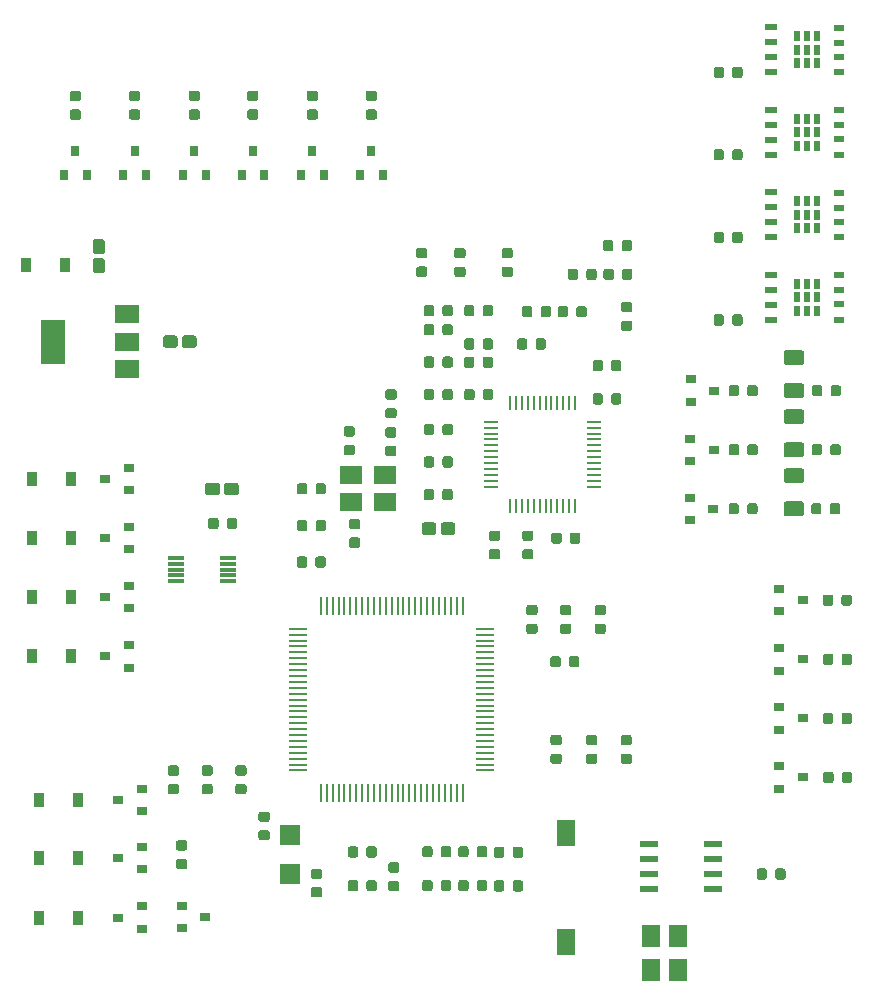
<source format=gbr>
%TF.GenerationSoftware,KiCad,Pcbnew,5.0.2+dfsg1-1*%
%TF.CreationDate,2021-02-11T15:39:11+01:00*%
%TF.ProjectId,ETH OPAMP DCMI FSMC CAN ENCODER CS1000,45544820-4f50-4414-9d50-2044434d4920,rev?*%
%TF.SameCoordinates,Original*%
%TF.FileFunction,Paste,Top*%
%TF.FilePolarity,Positive*%
%FSLAX46Y46*%
G04 Gerber Fmt 4.6, Leading zero omitted, Abs format (unit mm)*
G04 Created by KiCad (PCBNEW 5.0.2+dfsg1-1) date tor 11 feb 2021 15:39:11*
%MOMM*%
%LPD*%
G01*
G04 APERTURE LIST*
%ADD10C,0.100000*%
%ADD11C,0.875000*%
%ADD12C,1.050000*%
%ADD13R,1.600000X2.180000*%
%ADD14R,0.280000X1.500000*%
%ADD15R,1.500000X0.280000*%
%ADD16R,1.300000X0.250000*%
%ADD17R,0.250000X1.300000*%
%ADD18R,2.000000X3.800000*%
%ADD19R,2.000000X1.500000*%
%ADD20R,0.800000X0.900000*%
%ADD21R,0.900000X0.800000*%
%ADD22R,0.600000X0.900000*%
%ADD23R,0.900000X0.600000*%
%ADD24R,1.050000X0.600000*%
%ADD25R,0.900000X1.200000*%
%ADD26R,1.550000X0.600000*%
%ADD27R,1.400000X0.300000*%
%ADD28R,1.800000X1.750000*%
%ADD29R,1.500000X1.950000*%
%ADD30R,1.950000X1.500000*%
%ADD31C,1.250000*%
G04 APERTURE END LIST*
D10*
G36*
X194739691Y-105875053D02*
X194760926Y-105878203D01*
X194781750Y-105883419D01*
X194801962Y-105890651D01*
X194821368Y-105899830D01*
X194839781Y-105910866D01*
X194857024Y-105923654D01*
X194872930Y-105938070D01*
X194887346Y-105953976D01*
X194900134Y-105971219D01*
X194911170Y-105989632D01*
X194920349Y-106009038D01*
X194927581Y-106029250D01*
X194932797Y-106050074D01*
X194935947Y-106071309D01*
X194937000Y-106092750D01*
X194937000Y-106530250D01*
X194935947Y-106551691D01*
X194932797Y-106572926D01*
X194927581Y-106593750D01*
X194920349Y-106613962D01*
X194911170Y-106633368D01*
X194900134Y-106651781D01*
X194887346Y-106669024D01*
X194872930Y-106684930D01*
X194857024Y-106699346D01*
X194839781Y-106712134D01*
X194821368Y-106723170D01*
X194801962Y-106732349D01*
X194781750Y-106739581D01*
X194760926Y-106744797D01*
X194739691Y-106747947D01*
X194718250Y-106749000D01*
X194205750Y-106749000D01*
X194184309Y-106747947D01*
X194163074Y-106744797D01*
X194142250Y-106739581D01*
X194122038Y-106732349D01*
X194102632Y-106723170D01*
X194084219Y-106712134D01*
X194066976Y-106699346D01*
X194051070Y-106684930D01*
X194036654Y-106669024D01*
X194023866Y-106651781D01*
X194012830Y-106633368D01*
X194003651Y-106613962D01*
X193996419Y-106593750D01*
X193991203Y-106572926D01*
X193988053Y-106551691D01*
X193987000Y-106530250D01*
X193987000Y-106092750D01*
X193988053Y-106071309D01*
X193991203Y-106050074D01*
X193996419Y-106029250D01*
X194003651Y-106009038D01*
X194012830Y-105989632D01*
X194023866Y-105971219D01*
X194036654Y-105953976D01*
X194051070Y-105938070D01*
X194066976Y-105923654D01*
X194084219Y-105910866D01*
X194102632Y-105899830D01*
X194122038Y-105890651D01*
X194142250Y-105883419D01*
X194163074Y-105878203D01*
X194184309Y-105875053D01*
X194205750Y-105874000D01*
X194718250Y-105874000D01*
X194739691Y-105875053D01*
X194739691Y-105875053D01*
G37*
D11*
X194462000Y-106311500D03*
D10*
G36*
X194739691Y-104300053D02*
X194760926Y-104303203D01*
X194781750Y-104308419D01*
X194801962Y-104315651D01*
X194821368Y-104324830D01*
X194839781Y-104335866D01*
X194857024Y-104348654D01*
X194872930Y-104363070D01*
X194887346Y-104378976D01*
X194900134Y-104396219D01*
X194911170Y-104414632D01*
X194920349Y-104434038D01*
X194927581Y-104454250D01*
X194932797Y-104475074D01*
X194935947Y-104496309D01*
X194937000Y-104517750D01*
X194937000Y-104955250D01*
X194935947Y-104976691D01*
X194932797Y-104997926D01*
X194927581Y-105018750D01*
X194920349Y-105038962D01*
X194911170Y-105058368D01*
X194900134Y-105076781D01*
X194887346Y-105094024D01*
X194872930Y-105109930D01*
X194857024Y-105124346D01*
X194839781Y-105137134D01*
X194821368Y-105148170D01*
X194801962Y-105157349D01*
X194781750Y-105164581D01*
X194760926Y-105169797D01*
X194739691Y-105172947D01*
X194718250Y-105174000D01*
X194205750Y-105174000D01*
X194184309Y-105172947D01*
X194163074Y-105169797D01*
X194142250Y-105164581D01*
X194122038Y-105157349D01*
X194102632Y-105148170D01*
X194084219Y-105137134D01*
X194066976Y-105124346D01*
X194051070Y-105109930D01*
X194036654Y-105094024D01*
X194023866Y-105076781D01*
X194012830Y-105058368D01*
X194003651Y-105038962D01*
X193996419Y-105018750D01*
X193991203Y-104997926D01*
X193988053Y-104976691D01*
X193987000Y-104955250D01*
X193987000Y-104517750D01*
X193988053Y-104496309D01*
X193991203Y-104475074D01*
X193996419Y-104454250D01*
X194003651Y-104434038D01*
X194012830Y-104414632D01*
X194023866Y-104396219D01*
X194036654Y-104378976D01*
X194051070Y-104363070D01*
X194066976Y-104348654D01*
X194084219Y-104335866D01*
X194102632Y-104324830D01*
X194122038Y-104315651D01*
X194142250Y-104308419D01*
X194163074Y-104303203D01*
X194184309Y-104300053D01*
X194205750Y-104299000D01*
X194718250Y-104299000D01*
X194739691Y-104300053D01*
X194739691Y-104300053D01*
G37*
D11*
X194462000Y-104736500D03*
D10*
G36*
X189882691Y-113751053D02*
X189903926Y-113754203D01*
X189924750Y-113759419D01*
X189944962Y-113766651D01*
X189964368Y-113775830D01*
X189982781Y-113786866D01*
X190000024Y-113799654D01*
X190015930Y-113814070D01*
X190030346Y-113829976D01*
X190043134Y-113847219D01*
X190054170Y-113865632D01*
X190063349Y-113885038D01*
X190070581Y-113905250D01*
X190075797Y-113926074D01*
X190078947Y-113947309D01*
X190080000Y-113968750D01*
X190080000Y-114481250D01*
X190078947Y-114502691D01*
X190075797Y-114523926D01*
X190070581Y-114544750D01*
X190063349Y-114564962D01*
X190054170Y-114584368D01*
X190043134Y-114602781D01*
X190030346Y-114620024D01*
X190015930Y-114635930D01*
X190000024Y-114650346D01*
X189982781Y-114663134D01*
X189964368Y-114674170D01*
X189944962Y-114683349D01*
X189924750Y-114690581D01*
X189903926Y-114695797D01*
X189882691Y-114698947D01*
X189861250Y-114700000D01*
X189423750Y-114700000D01*
X189402309Y-114698947D01*
X189381074Y-114695797D01*
X189360250Y-114690581D01*
X189340038Y-114683349D01*
X189320632Y-114674170D01*
X189302219Y-114663134D01*
X189284976Y-114650346D01*
X189269070Y-114635930D01*
X189254654Y-114620024D01*
X189241866Y-114602781D01*
X189230830Y-114584368D01*
X189221651Y-114564962D01*
X189214419Y-114544750D01*
X189209203Y-114523926D01*
X189206053Y-114502691D01*
X189205000Y-114481250D01*
X189205000Y-113968750D01*
X189206053Y-113947309D01*
X189209203Y-113926074D01*
X189214419Y-113905250D01*
X189221651Y-113885038D01*
X189230830Y-113865632D01*
X189241866Y-113847219D01*
X189254654Y-113829976D01*
X189269070Y-113814070D01*
X189284976Y-113799654D01*
X189302219Y-113786866D01*
X189320632Y-113775830D01*
X189340038Y-113766651D01*
X189360250Y-113759419D01*
X189381074Y-113754203D01*
X189402309Y-113751053D01*
X189423750Y-113750000D01*
X189861250Y-113750000D01*
X189882691Y-113751053D01*
X189882691Y-113751053D01*
G37*
D11*
X189642500Y-114225000D03*
D10*
G36*
X191457691Y-113751053D02*
X191478926Y-113754203D01*
X191499750Y-113759419D01*
X191519962Y-113766651D01*
X191539368Y-113775830D01*
X191557781Y-113786866D01*
X191575024Y-113799654D01*
X191590930Y-113814070D01*
X191605346Y-113829976D01*
X191618134Y-113847219D01*
X191629170Y-113865632D01*
X191638349Y-113885038D01*
X191645581Y-113905250D01*
X191650797Y-113926074D01*
X191653947Y-113947309D01*
X191655000Y-113968750D01*
X191655000Y-114481250D01*
X191653947Y-114502691D01*
X191650797Y-114523926D01*
X191645581Y-114544750D01*
X191638349Y-114564962D01*
X191629170Y-114584368D01*
X191618134Y-114602781D01*
X191605346Y-114620024D01*
X191590930Y-114635930D01*
X191575024Y-114650346D01*
X191557781Y-114663134D01*
X191539368Y-114674170D01*
X191519962Y-114683349D01*
X191499750Y-114690581D01*
X191478926Y-114695797D01*
X191457691Y-114698947D01*
X191436250Y-114700000D01*
X190998750Y-114700000D01*
X190977309Y-114698947D01*
X190956074Y-114695797D01*
X190935250Y-114690581D01*
X190915038Y-114683349D01*
X190895632Y-114674170D01*
X190877219Y-114663134D01*
X190859976Y-114650346D01*
X190844070Y-114635930D01*
X190829654Y-114620024D01*
X190816866Y-114602781D01*
X190805830Y-114584368D01*
X190796651Y-114564962D01*
X190789419Y-114544750D01*
X190784203Y-114523926D01*
X190781053Y-114502691D01*
X190780000Y-114481250D01*
X190780000Y-113968750D01*
X190781053Y-113947309D01*
X190784203Y-113926074D01*
X190789419Y-113905250D01*
X190796651Y-113885038D01*
X190805830Y-113865632D01*
X190816866Y-113847219D01*
X190829654Y-113829976D01*
X190844070Y-113814070D01*
X190859976Y-113799654D01*
X190877219Y-113786866D01*
X190895632Y-113775830D01*
X190915038Y-113766651D01*
X190935250Y-113759419D01*
X190956074Y-113754203D01*
X190977309Y-113751053D01*
X190998750Y-113750000D01*
X191436250Y-113750000D01*
X191457691Y-113751053D01*
X191457691Y-113751053D01*
G37*
D11*
X191217500Y-114225000D03*
D10*
G36*
X185377691Y-113726053D02*
X185398926Y-113729203D01*
X185419750Y-113734419D01*
X185439962Y-113741651D01*
X185459368Y-113750830D01*
X185477781Y-113761866D01*
X185495024Y-113774654D01*
X185510930Y-113789070D01*
X185525346Y-113804976D01*
X185538134Y-113822219D01*
X185549170Y-113840632D01*
X185558349Y-113860038D01*
X185565581Y-113880250D01*
X185570797Y-113901074D01*
X185573947Y-113922309D01*
X185575000Y-113943750D01*
X185575000Y-114456250D01*
X185573947Y-114477691D01*
X185570797Y-114498926D01*
X185565581Y-114519750D01*
X185558349Y-114539962D01*
X185549170Y-114559368D01*
X185538134Y-114577781D01*
X185525346Y-114595024D01*
X185510930Y-114610930D01*
X185495024Y-114625346D01*
X185477781Y-114638134D01*
X185459368Y-114649170D01*
X185439962Y-114658349D01*
X185419750Y-114665581D01*
X185398926Y-114670797D01*
X185377691Y-114673947D01*
X185356250Y-114675000D01*
X184918750Y-114675000D01*
X184897309Y-114673947D01*
X184876074Y-114670797D01*
X184855250Y-114665581D01*
X184835038Y-114658349D01*
X184815632Y-114649170D01*
X184797219Y-114638134D01*
X184779976Y-114625346D01*
X184764070Y-114610930D01*
X184749654Y-114595024D01*
X184736866Y-114577781D01*
X184725830Y-114559368D01*
X184716651Y-114539962D01*
X184709419Y-114519750D01*
X184704203Y-114498926D01*
X184701053Y-114477691D01*
X184700000Y-114456250D01*
X184700000Y-113943750D01*
X184701053Y-113922309D01*
X184704203Y-113901074D01*
X184709419Y-113880250D01*
X184716651Y-113860038D01*
X184725830Y-113840632D01*
X184736866Y-113822219D01*
X184749654Y-113804976D01*
X184764070Y-113789070D01*
X184779976Y-113774654D01*
X184797219Y-113761866D01*
X184815632Y-113750830D01*
X184835038Y-113741651D01*
X184855250Y-113734419D01*
X184876074Y-113729203D01*
X184897309Y-113726053D01*
X184918750Y-113725000D01*
X185356250Y-113725000D01*
X185377691Y-113726053D01*
X185377691Y-113726053D01*
G37*
D11*
X185137500Y-114200000D03*
D10*
G36*
X183802691Y-113726053D02*
X183823926Y-113729203D01*
X183844750Y-113734419D01*
X183864962Y-113741651D01*
X183884368Y-113750830D01*
X183902781Y-113761866D01*
X183920024Y-113774654D01*
X183935930Y-113789070D01*
X183950346Y-113804976D01*
X183963134Y-113822219D01*
X183974170Y-113840632D01*
X183983349Y-113860038D01*
X183990581Y-113880250D01*
X183995797Y-113901074D01*
X183998947Y-113922309D01*
X184000000Y-113943750D01*
X184000000Y-114456250D01*
X183998947Y-114477691D01*
X183995797Y-114498926D01*
X183990581Y-114519750D01*
X183983349Y-114539962D01*
X183974170Y-114559368D01*
X183963134Y-114577781D01*
X183950346Y-114595024D01*
X183935930Y-114610930D01*
X183920024Y-114625346D01*
X183902781Y-114638134D01*
X183884368Y-114649170D01*
X183864962Y-114658349D01*
X183844750Y-114665581D01*
X183823926Y-114670797D01*
X183802691Y-114673947D01*
X183781250Y-114675000D01*
X183343750Y-114675000D01*
X183322309Y-114673947D01*
X183301074Y-114670797D01*
X183280250Y-114665581D01*
X183260038Y-114658349D01*
X183240632Y-114649170D01*
X183222219Y-114638134D01*
X183204976Y-114625346D01*
X183189070Y-114610930D01*
X183174654Y-114595024D01*
X183161866Y-114577781D01*
X183150830Y-114559368D01*
X183141651Y-114539962D01*
X183134419Y-114519750D01*
X183129203Y-114498926D01*
X183126053Y-114477691D01*
X183125000Y-114456250D01*
X183125000Y-113943750D01*
X183126053Y-113922309D01*
X183129203Y-113901074D01*
X183134419Y-113880250D01*
X183141651Y-113860038D01*
X183150830Y-113840632D01*
X183161866Y-113822219D01*
X183174654Y-113804976D01*
X183189070Y-113789070D01*
X183204976Y-113774654D01*
X183222219Y-113761866D01*
X183240632Y-113750830D01*
X183260038Y-113741651D01*
X183280250Y-113734419D01*
X183301074Y-113729203D01*
X183322309Y-113726053D01*
X183343750Y-113725000D01*
X183781250Y-113725000D01*
X183802691Y-113726053D01*
X183802691Y-113726053D01*
G37*
D11*
X183562500Y-114200000D03*
D10*
G36*
X191457691Y-116609053D02*
X191478926Y-116612203D01*
X191499750Y-116617419D01*
X191519962Y-116624651D01*
X191539368Y-116633830D01*
X191557781Y-116644866D01*
X191575024Y-116657654D01*
X191590930Y-116672070D01*
X191605346Y-116687976D01*
X191618134Y-116705219D01*
X191629170Y-116723632D01*
X191638349Y-116743038D01*
X191645581Y-116763250D01*
X191650797Y-116784074D01*
X191653947Y-116805309D01*
X191655000Y-116826750D01*
X191655000Y-117339250D01*
X191653947Y-117360691D01*
X191650797Y-117381926D01*
X191645581Y-117402750D01*
X191638349Y-117422962D01*
X191629170Y-117442368D01*
X191618134Y-117460781D01*
X191605346Y-117478024D01*
X191590930Y-117493930D01*
X191575024Y-117508346D01*
X191557781Y-117521134D01*
X191539368Y-117532170D01*
X191519962Y-117541349D01*
X191499750Y-117548581D01*
X191478926Y-117553797D01*
X191457691Y-117556947D01*
X191436250Y-117558000D01*
X190998750Y-117558000D01*
X190977309Y-117556947D01*
X190956074Y-117553797D01*
X190935250Y-117548581D01*
X190915038Y-117541349D01*
X190895632Y-117532170D01*
X190877219Y-117521134D01*
X190859976Y-117508346D01*
X190844070Y-117493930D01*
X190829654Y-117478024D01*
X190816866Y-117460781D01*
X190805830Y-117442368D01*
X190796651Y-117422962D01*
X190789419Y-117402750D01*
X190784203Y-117381926D01*
X190781053Y-117360691D01*
X190780000Y-117339250D01*
X190780000Y-116826750D01*
X190781053Y-116805309D01*
X190784203Y-116784074D01*
X190789419Y-116763250D01*
X190796651Y-116743038D01*
X190805830Y-116723632D01*
X190816866Y-116705219D01*
X190829654Y-116687976D01*
X190844070Y-116672070D01*
X190859976Y-116657654D01*
X190877219Y-116644866D01*
X190895632Y-116633830D01*
X190915038Y-116624651D01*
X190935250Y-116617419D01*
X190956074Y-116612203D01*
X190977309Y-116609053D01*
X190998750Y-116608000D01*
X191436250Y-116608000D01*
X191457691Y-116609053D01*
X191457691Y-116609053D01*
G37*
D11*
X191217500Y-117083000D03*
D10*
G36*
X189882691Y-116609053D02*
X189903926Y-116612203D01*
X189924750Y-116617419D01*
X189944962Y-116624651D01*
X189964368Y-116633830D01*
X189982781Y-116644866D01*
X190000024Y-116657654D01*
X190015930Y-116672070D01*
X190030346Y-116687976D01*
X190043134Y-116705219D01*
X190054170Y-116723632D01*
X190063349Y-116743038D01*
X190070581Y-116763250D01*
X190075797Y-116784074D01*
X190078947Y-116805309D01*
X190080000Y-116826750D01*
X190080000Y-117339250D01*
X190078947Y-117360691D01*
X190075797Y-117381926D01*
X190070581Y-117402750D01*
X190063349Y-117422962D01*
X190054170Y-117442368D01*
X190043134Y-117460781D01*
X190030346Y-117478024D01*
X190015930Y-117493930D01*
X190000024Y-117508346D01*
X189982781Y-117521134D01*
X189964368Y-117532170D01*
X189944962Y-117541349D01*
X189924750Y-117548581D01*
X189903926Y-117553797D01*
X189882691Y-117556947D01*
X189861250Y-117558000D01*
X189423750Y-117558000D01*
X189402309Y-117556947D01*
X189381074Y-117553797D01*
X189360250Y-117548581D01*
X189340038Y-117541349D01*
X189320632Y-117532170D01*
X189302219Y-117521134D01*
X189284976Y-117508346D01*
X189269070Y-117493930D01*
X189254654Y-117478024D01*
X189241866Y-117460781D01*
X189230830Y-117442368D01*
X189221651Y-117422962D01*
X189214419Y-117402750D01*
X189209203Y-117381926D01*
X189206053Y-117360691D01*
X189205000Y-117339250D01*
X189205000Y-116826750D01*
X189206053Y-116805309D01*
X189209203Y-116784074D01*
X189214419Y-116763250D01*
X189221651Y-116743038D01*
X189230830Y-116723632D01*
X189241866Y-116705219D01*
X189254654Y-116687976D01*
X189269070Y-116672070D01*
X189284976Y-116657654D01*
X189302219Y-116644866D01*
X189320632Y-116633830D01*
X189340038Y-116624651D01*
X189360250Y-116617419D01*
X189381074Y-116612203D01*
X189402309Y-116609053D01*
X189423750Y-116608000D01*
X189861250Y-116608000D01*
X189882691Y-116609053D01*
X189882691Y-116609053D01*
G37*
D11*
X189642500Y-117083000D03*
D10*
G36*
X179078691Y-116594053D02*
X179099926Y-116597203D01*
X179120750Y-116602419D01*
X179140962Y-116609651D01*
X179160368Y-116618830D01*
X179178781Y-116629866D01*
X179196024Y-116642654D01*
X179211930Y-116657070D01*
X179226346Y-116672976D01*
X179239134Y-116690219D01*
X179250170Y-116708632D01*
X179259349Y-116728038D01*
X179266581Y-116748250D01*
X179271797Y-116769074D01*
X179274947Y-116790309D01*
X179276000Y-116811750D01*
X179276000Y-117324250D01*
X179274947Y-117345691D01*
X179271797Y-117366926D01*
X179266581Y-117387750D01*
X179259349Y-117407962D01*
X179250170Y-117427368D01*
X179239134Y-117445781D01*
X179226346Y-117463024D01*
X179211930Y-117478930D01*
X179196024Y-117493346D01*
X179178781Y-117506134D01*
X179160368Y-117517170D01*
X179140962Y-117526349D01*
X179120750Y-117533581D01*
X179099926Y-117538797D01*
X179078691Y-117541947D01*
X179057250Y-117543000D01*
X178619750Y-117543000D01*
X178598309Y-117541947D01*
X178577074Y-117538797D01*
X178556250Y-117533581D01*
X178536038Y-117526349D01*
X178516632Y-117517170D01*
X178498219Y-117506134D01*
X178480976Y-117493346D01*
X178465070Y-117478930D01*
X178450654Y-117463024D01*
X178437866Y-117445781D01*
X178426830Y-117427368D01*
X178417651Y-117407962D01*
X178410419Y-117387750D01*
X178405203Y-117366926D01*
X178402053Y-117345691D01*
X178401000Y-117324250D01*
X178401000Y-116811750D01*
X178402053Y-116790309D01*
X178405203Y-116769074D01*
X178410419Y-116748250D01*
X178417651Y-116728038D01*
X178426830Y-116708632D01*
X178437866Y-116690219D01*
X178450654Y-116672976D01*
X178465070Y-116657070D01*
X178480976Y-116642654D01*
X178498219Y-116629866D01*
X178516632Y-116618830D01*
X178536038Y-116609651D01*
X178556250Y-116602419D01*
X178577074Y-116597203D01*
X178598309Y-116594053D01*
X178619750Y-116593000D01*
X179057250Y-116593000D01*
X179078691Y-116594053D01*
X179078691Y-116594053D01*
G37*
D11*
X178838500Y-117068000D03*
D10*
G36*
X177503691Y-116594053D02*
X177524926Y-116597203D01*
X177545750Y-116602419D01*
X177565962Y-116609651D01*
X177585368Y-116618830D01*
X177603781Y-116629866D01*
X177621024Y-116642654D01*
X177636930Y-116657070D01*
X177651346Y-116672976D01*
X177664134Y-116690219D01*
X177675170Y-116708632D01*
X177684349Y-116728038D01*
X177691581Y-116748250D01*
X177696797Y-116769074D01*
X177699947Y-116790309D01*
X177701000Y-116811750D01*
X177701000Y-117324250D01*
X177699947Y-117345691D01*
X177696797Y-117366926D01*
X177691581Y-117387750D01*
X177684349Y-117407962D01*
X177675170Y-117427368D01*
X177664134Y-117445781D01*
X177651346Y-117463024D01*
X177636930Y-117478930D01*
X177621024Y-117493346D01*
X177603781Y-117506134D01*
X177585368Y-117517170D01*
X177565962Y-117526349D01*
X177545750Y-117533581D01*
X177524926Y-117538797D01*
X177503691Y-117541947D01*
X177482250Y-117543000D01*
X177044750Y-117543000D01*
X177023309Y-117541947D01*
X177002074Y-117538797D01*
X176981250Y-117533581D01*
X176961038Y-117526349D01*
X176941632Y-117517170D01*
X176923219Y-117506134D01*
X176905976Y-117493346D01*
X176890070Y-117478930D01*
X176875654Y-117463024D01*
X176862866Y-117445781D01*
X176851830Y-117427368D01*
X176842651Y-117407962D01*
X176835419Y-117387750D01*
X176830203Y-117366926D01*
X176827053Y-117345691D01*
X176826000Y-117324250D01*
X176826000Y-116811750D01*
X176827053Y-116790309D01*
X176830203Y-116769074D01*
X176835419Y-116748250D01*
X176842651Y-116728038D01*
X176851830Y-116708632D01*
X176862866Y-116690219D01*
X176875654Y-116672976D01*
X176890070Y-116657070D01*
X176905976Y-116642654D01*
X176923219Y-116629866D01*
X176941632Y-116618830D01*
X176961038Y-116609651D01*
X176981250Y-116602419D01*
X177002074Y-116597203D01*
X177023309Y-116594053D01*
X177044750Y-116593000D01*
X177482250Y-116593000D01*
X177503691Y-116594053D01*
X177503691Y-116594053D01*
G37*
D11*
X177263500Y-117068000D03*
D10*
G36*
X186850691Y-113726053D02*
X186871926Y-113729203D01*
X186892750Y-113734419D01*
X186912962Y-113741651D01*
X186932368Y-113750830D01*
X186950781Y-113761866D01*
X186968024Y-113774654D01*
X186983930Y-113789070D01*
X186998346Y-113804976D01*
X187011134Y-113822219D01*
X187022170Y-113840632D01*
X187031349Y-113860038D01*
X187038581Y-113880250D01*
X187043797Y-113901074D01*
X187046947Y-113922309D01*
X187048000Y-113943750D01*
X187048000Y-114456250D01*
X187046947Y-114477691D01*
X187043797Y-114498926D01*
X187038581Y-114519750D01*
X187031349Y-114539962D01*
X187022170Y-114559368D01*
X187011134Y-114577781D01*
X186998346Y-114595024D01*
X186983930Y-114610930D01*
X186968024Y-114625346D01*
X186950781Y-114638134D01*
X186932368Y-114649170D01*
X186912962Y-114658349D01*
X186892750Y-114665581D01*
X186871926Y-114670797D01*
X186850691Y-114673947D01*
X186829250Y-114675000D01*
X186391750Y-114675000D01*
X186370309Y-114673947D01*
X186349074Y-114670797D01*
X186328250Y-114665581D01*
X186308038Y-114658349D01*
X186288632Y-114649170D01*
X186270219Y-114638134D01*
X186252976Y-114625346D01*
X186237070Y-114610930D01*
X186222654Y-114595024D01*
X186209866Y-114577781D01*
X186198830Y-114559368D01*
X186189651Y-114539962D01*
X186182419Y-114519750D01*
X186177203Y-114498926D01*
X186174053Y-114477691D01*
X186173000Y-114456250D01*
X186173000Y-113943750D01*
X186174053Y-113922309D01*
X186177203Y-113901074D01*
X186182419Y-113880250D01*
X186189651Y-113860038D01*
X186198830Y-113840632D01*
X186209866Y-113822219D01*
X186222654Y-113804976D01*
X186237070Y-113789070D01*
X186252976Y-113774654D01*
X186270219Y-113761866D01*
X186288632Y-113750830D01*
X186308038Y-113741651D01*
X186328250Y-113734419D01*
X186349074Y-113729203D01*
X186370309Y-113726053D01*
X186391750Y-113725000D01*
X186829250Y-113725000D01*
X186850691Y-113726053D01*
X186850691Y-113726053D01*
G37*
D11*
X186610500Y-114200000D03*
D10*
G36*
X188425691Y-113726053D02*
X188446926Y-113729203D01*
X188467750Y-113734419D01*
X188487962Y-113741651D01*
X188507368Y-113750830D01*
X188525781Y-113761866D01*
X188543024Y-113774654D01*
X188558930Y-113789070D01*
X188573346Y-113804976D01*
X188586134Y-113822219D01*
X188597170Y-113840632D01*
X188606349Y-113860038D01*
X188613581Y-113880250D01*
X188618797Y-113901074D01*
X188621947Y-113922309D01*
X188623000Y-113943750D01*
X188623000Y-114456250D01*
X188621947Y-114477691D01*
X188618797Y-114498926D01*
X188613581Y-114519750D01*
X188606349Y-114539962D01*
X188597170Y-114559368D01*
X188586134Y-114577781D01*
X188573346Y-114595024D01*
X188558930Y-114610930D01*
X188543024Y-114625346D01*
X188525781Y-114638134D01*
X188507368Y-114649170D01*
X188487962Y-114658349D01*
X188467750Y-114665581D01*
X188446926Y-114670797D01*
X188425691Y-114673947D01*
X188404250Y-114675000D01*
X187966750Y-114675000D01*
X187945309Y-114673947D01*
X187924074Y-114670797D01*
X187903250Y-114665581D01*
X187883038Y-114658349D01*
X187863632Y-114649170D01*
X187845219Y-114638134D01*
X187827976Y-114625346D01*
X187812070Y-114610930D01*
X187797654Y-114595024D01*
X187784866Y-114577781D01*
X187773830Y-114559368D01*
X187764651Y-114539962D01*
X187757419Y-114519750D01*
X187752203Y-114498926D01*
X187749053Y-114477691D01*
X187748000Y-114456250D01*
X187748000Y-113943750D01*
X187749053Y-113922309D01*
X187752203Y-113901074D01*
X187757419Y-113880250D01*
X187764651Y-113860038D01*
X187773830Y-113840632D01*
X187784866Y-113822219D01*
X187797654Y-113804976D01*
X187812070Y-113789070D01*
X187827976Y-113774654D01*
X187845219Y-113761866D01*
X187863632Y-113750830D01*
X187883038Y-113741651D01*
X187903250Y-113734419D01*
X187924074Y-113729203D01*
X187945309Y-113726053D01*
X187966750Y-113725000D01*
X188404250Y-113725000D01*
X188425691Y-113726053D01*
X188425691Y-113726053D01*
G37*
D11*
X188185500Y-114200000D03*
D10*
G36*
X173188691Y-89188053D02*
X173209926Y-89191203D01*
X173230750Y-89196419D01*
X173250962Y-89203651D01*
X173270368Y-89212830D01*
X173288781Y-89223866D01*
X173306024Y-89236654D01*
X173321930Y-89251070D01*
X173336346Y-89266976D01*
X173349134Y-89284219D01*
X173360170Y-89302632D01*
X173369349Y-89322038D01*
X173376581Y-89342250D01*
X173381797Y-89363074D01*
X173384947Y-89384309D01*
X173386000Y-89405750D01*
X173386000Y-89918250D01*
X173384947Y-89939691D01*
X173381797Y-89960926D01*
X173376581Y-89981750D01*
X173369349Y-90001962D01*
X173360170Y-90021368D01*
X173349134Y-90039781D01*
X173336346Y-90057024D01*
X173321930Y-90072930D01*
X173306024Y-90087346D01*
X173288781Y-90100134D01*
X173270368Y-90111170D01*
X173250962Y-90120349D01*
X173230750Y-90127581D01*
X173209926Y-90132797D01*
X173188691Y-90135947D01*
X173167250Y-90137000D01*
X172729750Y-90137000D01*
X172708309Y-90135947D01*
X172687074Y-90132797D01*
X172666250Y-90127581D01*
X172646038Y-90120349D01*
X172626632Y-90111170D01*
X172608219Y-90100134D01*
X172590976Y-90087346D01*
X172575070Y-90072930D01*
X172560654Y-90057024D01*
X172547866Y-90039781D01*
X172536830Y-90021368D01*
X172527651Y-90001962D01*
X172520419Y-89981750D01*
X172515203Y-89960926D01*
X172512053Y-89939691D01*
X172511000Y-89918250D01*
X172511000Y-89405750D01*
X172512053Y-89384309D01*
X172515203Y-89363074D01*
X172520419Y-89342250D01*
X172527651Y-89322038D01*
X172536830Y-89302632D01*
X172547866Y-89284219D01*
X172560654Y-89266976D01*
X172575070Y-89251070D01*
X172590976Y-89236654D01*
X172608219Y-89223866D01*
X172626632Y-89212830D01*
X172646038Y-89203651D01*
X172666250Y-89196419D01*
X172687074Y-89191203D01*
X172708309Y-89188053D01*
X172729750Y-89187000D01*
X173167250Y-89187000D01*
X173188691Y-89188053D01*
X173188691Y-89188053D01*
G37*
D11*
X172948500Y-89662000D03*
D10*
G36*
X174763691Y-89188053D02*
X174784926Y-89191203D01*
X174805750Y-89196419D01*
X174825962Y-89203651D01*
X174845368Y-89212830D01*
X174863781Y-89223866D01*
X174881024Y-89236654D01*
X174896930Y-89251070D01*
X174911346Y-89266976D01*
X174924134Y-89284219D01*
X174935170Y-89302632D01*
X174944349Y-89322038D01*
X174951581Y-89342250D01*
X174956797Y-89363074D01*
X174959947Y-89384309D01*
X174961000Y-89405750D01*
X174961000Y-89918250D01*
X174959947Y-89939691D01*
X174956797Y-89960926D01*
X174951581Y-89981750D01*
X174944349Y-90001962D01*
X174935170Y-90021368D01*
X174924134Y-90039781D01*
X174911346Y-90057024D01*
X174896930Y-90072930D01*
X174881024Y-90087346D01*
X174863781Y-90100134D01*
X174845368Y-90111170D01*
X174825962Y-90120349D01*
X174805750Y-90127581D01*
X174784926Y-90132797D01*
X174763691Y-90135947D01*
X174742250Y-90137000D01*
X174304750Y-90137000D01*
X174283309Y-90135947D01*
X174262074Y-90132797D01*
X174241250Y-90127581D01*
X174221038Y-90120349D01*
X174201632Y-90111170D01*
X174183219Y-90100134D01*
X174165976Y-90087346D01*
X174150070Y-90072930D01*
X174135654Y-90057024D01*
X174122866Y-90039781D01*
X174111830Y-90021368D01*
X174102651Y-90001962D01*
X174095419Y-89981750D01*
X174090203Y-89960926D01*
X174087053Y-89939691D01*
X174086000Y-89918250D01*
X174086000Y-89405750D01*
X174087053Y-89384309D01*
X174090203Y-89363074D01*
X174095419Y-89342250D01*
X174102651Y-89322038D01*
X174111830Y-89302632D01*
X174122866Y-89284219D01*
X174135654Y-89266976D01*
X174150070Y-89251070D01*
X174165976Y-89236654D01*
X174183219Y-89223866D01*
X174201632Y-89212830D01*
X174221038Y-89203651D01*
X174241250Y-89196419D01*
X174262074Y-89191203D01*
X174283309Y-89188053D01*
X174304750Y-89187000D01*
X174742250Y-89187000D01*
X174763691Y-89188053D01*
X174763691Y-89188053D01*
G37*
D11*
X174523500Y-89662000D03*
D10*
G36*
X188425691Y-116584053D02*
X188446926Y-116587203D01*
X188467750Y-116592419D01*
X188487962Y-116599651D01*
X188507368Y-116608830D01*
X188525781Y-116619866D01*
X188543024Y-116632654D01*
X188558930Y-116647070D01*
X188573346Y-116662976D01*
X188586134Y-116680219D01*
X188597170Y-116698632D01*
X188606349Y-116718038D01*
X188613581Y-116738250D01*
X188618797Y-116759074D01*
X188621947Y-116780309D01*
X188623000Y-116801750D01*
X188623000Y-117314250D01*
X188621947Y-117335691D01*
X188618797Y-117356926D01*
X188613581Y-117377750D01*
X188606349Y-117397962D01*
X188597170Y-117417368D01*
X188586134Y-117435781D01*
X188573346Y-117453024D01*
X188558930Y-117468930D01*
X188543024Y-117483346D01*
X188525781Y-117496134D01*
X188507368Y-117507170D01*
X188487962Y-117516349D01*
X188467750Y-117523581D01*
X188446926Y-117528797D01*
X188425691Y-117531947D01*
X188404250Y-117533000D01*
X187966750Y-117533000D01*
X187945309Y-117531947D01*
X187924074Y-117528797D01*
X187903250Y-117523581D01*
X187883038Y-117516349D01*
X187863632Y-117507170D01*
X187845219Y-117496134D01*
X187827976Y-117483346D01*
X187812070Y-117468930D01*
X187797654Y-117453024D01*
X187784866Y-117435781D01*
X187773830Y-117417368D01*
X187764651Y-117397962D01*
X187757419Y-117377750D01*
X187752203Y-117356926D01*
X187749053Y-117335691D01*
X187748000Y-117314250D01*
X187748000Y-116801750D01*
X187749053Y-116780309D01*
X187752203Y-116759074D01*
X187757419Y-116738250D01*
X187764651Y-116718038D01*
X187773830Y-116698632D01*
X187784866Y-116680219D01*
X187797654Y-116662976D01*
X187812070Y-116647070D01*
X187827976Y-116632654D01*
X187845219Y-116619866D01*
X187863632Y-116608830D01*
X187883038Y-116599651D01*
X187903250Y-116592419D01*
X187924074Y-116587203D01*
X187945309Y-116584053D01*
X187966750Y-116583000D01*
X188404250Y-116583000D01*
X188425691Y-116584053D01*
X188425691Y-116584053D01*
G37*
D11*
X188185500Y-117058000D03*
D10*
G36*
X186850691Y-116584053D02*
X186871926Y-116587203D01*
X186892750Y-116592419D01*
X186912962Y-116599651D01*
X186932368Y-116608830D01*
X186950781Y-116619866D01*
X186968024Y-116632654D01*
X186983930Y-116647070D01*
X186998346Y-116662976D01*
X187011134Y-116680219D01*
X187022170Y-116698632D01*
X187031349Y-116718038D01*
X187038581Y-116738250D01*
X187043797Y-116759074D01*
X187046947Y-116780309D01*
X187048000Y-116801750D01*
X187048000Y-117314250D01*
X187046947Y-117335691D01*
X187043797Y-117356926D01*
X187038581Y-117377750D01*
X187031349Y-117397962D01*
X187022170Y-117417368D01*
X187011134Y-117435781D01*
X186998346Y-117453024D01*
X186983930Y-117468930D01*
X186968024Y-117483346D01*
X186950781Y-117496134D01*
X186932368Y-117507170D01*
X186912962Y-117516349D01*
X186892750Y-117523581D01*
X186871926Y-117528797D01*
X186850691Y-117531947D01*
X186829250Y-117533000D01*
X186391750Y-117533000D01*
X186370309Y-117531947D01*
X186349074Y-117528797D01*
X186328250Y-117523581D01*
X186308038Y-117516349D01*
X186288632Y-117507170D01*
X186270219Y-117496134D01*
X186252976Y-117483346D01*
X186237070Y-117468930D01*
X186222654Y-117453024D01*
X186209866Y-117435781D01*
X186198830Y-117417368D01*
X186189651Y-117397962D01*
X186182419Y-117377750D01*
X186177203Y-117356926D01*
X186174053Y-117335691D01*
X186173000Y-117314250D01*
X186173000Y-116801750D01*
X186174053Y-116780309D01*
X186177203Y-116759074D01*
X186182419Y-116738250D01*
X186189651Y-116718038D01*
X186198830Y-116698632D01*
X186209866Y-116680219D01*
X186222654Y-116662976D01*
X186237070Y-116647070D01*
X186252976Y-116632654D01*
X186270219Y-116619866D01*
X186288632Y-116608830D01*
X186308038Y-116599651D01*
X186328250Y-116592419D01*
X186349074Y-116587203D01*
X186370309Y-116584053D01*
X186391750Y-116583000D01*
X186829250Y-116583000D01*
X186850691Y-116584053D01*
X186850691Y-116584053D01*
G37*
D11*
X186610500Y-117058000D03*
D10*
G36*
X168053691Y-106880053D02*
X168074926Y-106883203D01*
X168095750Y-106888419D01*
X168115962Y-106895651D01*
X168135368Y-106904830D01*
X168153781Y-106915866D01*
X168171024Y-106928654D01*
X168186930Y-106943070D01*
X168201346Y-106958976D01*
X168214134Y-106976219D01*
X168225170Y-106994632D01*
X168234349Y-107014038D01*
X168241581Y-107034250D01*
X168246797Y-107055074D01*
X168249947Y-107076309D01*
X168251000Y-107097750D01*
X168251000Y-107535250D01*
X168249947Y-107556691D01*
X168246797Y-107577926D01*
X168241581Y-107598750D01*
X168234349Y-107618962D01*
X168225170Y-107638368D01*
X168214134Y-107656781D01*
X168201346Y-107674024D01*
X168186930Y-107689930D01*
X168171024Y-107704346D01*
X168153781Y-107717134D01*
X168135368Y-107728170D01*
X168115962Y-107737349D01*
X168095750Y-107744581D01*
X168074926Y-107749797D01*
X168053691Y-107752947D01*
X168032250Y-107754000D01*
X167519750Y-107754000D01*
X167498309Y-107752947D01*
X167477074Y-107749797D01*
X167456250Y-107744581D01*
X167436038Y-107737349D01*
X167416632Y-107728170D01*
X167398219Y-107717134D01*
X167380976Y-107704346D01*
X167365070Y-107689930D01*
X167350654Y-107674024D01*
X167337866Y-107656781D01*
X167326830Y-107638368D01*
X167317651Y-107618962D01*
X167310419Y-107598750D01*
X167305203Y-107577926D01*
X167302053Y-107556691D01*
X167301000Y-107535250D01*
X167301000Y-107097750D01*
X167302053Y-107076309D01*
X167305203Y-107055074D01*
X167310419Y-107034250D01*
X167317651Y-107014038D01*
X167326830Y-106994632D01*
X167337866Y-106976219D01*
X167350654Y-106958976D01*
X167365070Y-106943070D01*
X167380976Y-106928654D01*
X167398219Y-106915866D01*
X167416632Y-106904830D01*
X167436038Y-106895651D01*
X167456250Y-106888419D01*
X167477074Y-106883203D01*
X167498309Y-106880053D01*
X167519750Y-106879000D01*
X168032250Y-106879000D01*
X168053691Y-106880053D01*
X168053691Y-106880053D01*
G37*
D11*
X167776000Y-107316500D03*
D10*
G36*
X168053691Y-108455053D02*
X168074926Y-108458203D01*
X168095750Y-108463419D01*
X168115962Y-108470651D01*
X168135368Y-108479830D01*
X168153781Y-108490866D01*
X168171024Y-108503654D01*
X168186930Y-108518070D01*
X168201346Y-108533976D01*
X168214134Y-108551219D01*
X168225170Y-108569632D01*
X168234349Y-108589038D01*
X168241581Y-108609250D01*
X168246797Y-108630074D01*
X168249947Y-108651309D01*
X168251000Y-108672750D01*
X168251000Y-109110250D01*
X168249947Y-109131691D01*
X168246797Y-109152926D01*
X168241581Y-109173750D01*
X168234349Y-109193962D01*
X168225170Y-109213368D01*
X168214134Y-109231781D01*
X168201346Y-109249024D01*
X168186930Y-109264930D01*
X168171024Y-109279346D01*
X168153781Y-109292134D01*
X168135368Y-109303170D01*
X168115962Y-109312349D01*
X168095750Y-109319581D01*
X168074926Y-109324797D01*
X168053691Y-109327947D01*
X168032250Y-109329000D01*
X167519750Y-109329000D01*
X167498309Y-109327947D01*
X167477074Y-109324797D01*
X167456250Y-109319581D01*
X167436038Y-109312349D01*
X167416632Y-109303170D01*
X167398219Y-109292134D01*
X167380976Y-109279346D01*
X167365070Y-109264930D01*
X167350654Y-109249024D01*
X167337866Y-109231781D01*
X167326830Y-109213368D01*
X167317651Y-109193962D01*
X167310419Y-109173750D01*
X167305203Y-109152926D01*
X167302053Y-109131691D01*
X167301000Y-109110250D01*
X167301000Y-108672750D01*
X167302053Y-108651309D01*
X167305203Y-108630074D01*
X167310419Y-108609250D01*
X167317651Y-108589038D01*
X167326830Y-108569632D01*
X167337866Y-108551219D01*
X167350654Y-108533976D01*
X167365070Y-108518070D01*
X167380976Y-108503654D01*
X167398219Y-108490866D01*
X167416632Y-108479830D01*
X167436038Y-108470651D01*
X167456250Y-108463419D01*
X167477074Y-108458203D01*
X167498309Y-108455053D01*
X167519750Y-108454000D01*
X168032250Y-108454000D01*
X168053691Y-108455053D01*
X168053691Y-108455053D01*
G37*
D11*
X167776000Y-108891500D03*
D10*
G36*
X185377691Y-116584053D02*
X185398926Y-116587203D01*
X185419750Y-116592419D01*
X185439962Y-116599651D01*
X185459368Y-116608830D01*
X185477781Y-116619866D01*
X185495024Y-116632654D01*
X185510930Y-116647070D01*
X185525346Y-116662976D01*
X185538134Y-116680219D01*
X185549170Y-116698632D01*
X185558349Y-116718038D01*
X185565581Y-116738250D01*
X185570797Y-116759074D01*
X185573947Y-116780309D01*
X185575000Y-116801750D01*
X185575000Y-117314250D01*
X185573947Y-117335691D01*
X185570797Y-117356926D01*
X185565581Y-117377750D01*
X185558349Y-117397962D01*
X185549170Y-117417368D01*
X185538134Y-117435781D01*
X185525346Y-117453024D01*
X185510930Y-117468930D01*
X185495024Y-117483346D01*
X185477781Y-117496134D01*
X185459368Y-117507170D01*
X185439962Y-117516349D01*
X185419750Y-117523581D01*
X185398926Y-117528797D01*
X185377691Y-117531947D01*
X185356250Y-117533000D01*
X184918750Y-117533000D01*
X184897309Y-117531947D01*
X184876074Y-117528797D01*
X184855250Y-117523581D01*
X184835038Y-117516349D01*
X184815632Y-117507170D01*
X184797219Y-117496134D01*
X184779976Y-117483346D01*
X184764070Y-117468930D01*
X184749654Y-117453024D01*
X184736866Y-117435781D01*
X184725830Y-117417368D01*
X184716651Y-117397962D01*
X184709419Y-117377750D01*
X184704203Y-117356926D01*
X184701053Y-117335691D01*
X184700000Y-117314250D01*
X184700000Y-116801750D01*
X184701053Y-116780309D01*
X184704203Y-116759074D01*
X184709419Y-116738250D01*
X184716651Y-116718038D01*
X184725830Y-116698632D01*
X184736866Y-116680219D01*
X184749654Y-116662976D01*
X184764070Y-116647070D01*
X184779976Y-116632654D01*
X184797219Y-116619866D01*
X184815632Y-116608830D01*
X184835038Y-116599651D01*
X184855250Y-116592419D01*
X184876074Y-116587203D01*
X184897309Y-116584053D01*
X184918750Y-116583000D01*
X185356250Y-116583000D01*
X185377691Y-116584053D01*
X185377691Y-116584053D01*
G37*
D11*
X185137500Y-117058000D03*
D10*
G36*
X183802691Y-116584053D02*
X183823926Y-116587203D01*
X183844750Y-116592419D01*
X183864962Y-116599651D01*
X183884368Y-116608830D01*
X183902781Y-116619866D01*
X183920024Y-116632654D01*
X183935930Y-116647070D01*
X183950346Y-116662976D01*
X183963134Y-116680219D01*
X183974170Y-116698632D01*
X183983349Y-116718038D01*
X183990581Y-116738250D01*
X183995797Y-116759074D01*
X183998947Y-116780309D01*
X184000000Y-116801750D01*
X184000000Y-117314250D01*
X183998947Y-117335691D01*
X183995797Y-117356926D01*
X183990581Y-117377750D01*
X183983349Y-117397962D01*
X183974170Y-117417368D01*
X183963134Y-117435781D01*
X183950346Y-117453024D01*
X183935930Y-117468930D01*
X183920024Y-117483346D01*
X183902781Y-117496134D01*
X183884368Y-117507170D01*
X183864962Y-117516349D01*
X183844750Y-117523581D01*
X183823926Y-117528797D01*
X183802691Y-117531947D01*
X183781250Y-117533000D01*
X183343750Y-117533000D01*
X183322309Y-117531947D01*
X183301074Y-117528797D01*
X183280250Y-117523581D01*
X183260038Y-117516349D01*
X183240632Y-117507170D01*
X183222219Y-117496134D01*
X183204976Y-117483346D01*
X183189070Y-117468930D01*
X183174654Y-117453024D01*
X183161866Y-117435781D01*
X183150830Y-117417368D01*
X183141651Y-117397962D01*
X183134419Y-117377750D01*
X183129203Y-117356926D01*
X183126053Y-117335691D01*
X183125000Y-117314250D01*
X183125000Y-116801750D01*
X183126053Y-116780309D01*
X183129203Y-116759074D01*
X183134419Y-116738250D01*
X183141651Y-116718038D01*
X183150830Y-116698632D01*
X183161866Y-116680219D01*
X183174654Y-116662976D01*
X183189070Y-116647070D01*
X183204976Y-116632654D01*
X183222219Y-116619866D01*
X183240632Y-116608830D01*
X183260038Y-116599651D01*
X183280250Y-116592419D01*
X183301074Y-116587203D01*
X183322309Y-116584053D01*
X183343750Y-116583000D01*
X183781250Y-116583000D01*
X183802691Y-116584053D01*
X183802691Y-116584053D01*
G37*
D11*
X183562500Y-117058000D03*
D10*
G36*
X197746691Y-105877053D02*
X197767926Y-105880203D01*
X197788750Y-105885419D01*
X197808962Y-105892651D01*
X197828368Y-105901830D01*
X197846781Y-105912866D01*
X197864024Y-105925654D01*
X197879930Y-105940070D01*
X197894346Y-105955976D01*
X197907134Y-105973219D01*
X197918170Y-105991632D01*
X197927349Y-106011038D01*
X197934581Y-106031250D01*
X197939797Y-106052074D01*
X197942947Y-106073309D01*
X197944000Y-106094750D01*
X197944000Y-106532250D01*
X197942947Y-106553691D01*
X197939797Y-106574926D01*
X197934581Y-106595750D01*
X197927349Y-106615962D01*
X197918170Y-106635368D01*
X197907134Y-106653781D01*
X197894346Y-106671024D01*
X197879930Y-106686930D01*
X197864024Y-106701346D01*
X197846781Y-106714134D01*
X197828368Y-106725170D01*
X197808962Y-106734349D01*
X197788750Y-106741581D01*
X197767926Y-106746797D01*
X197746691Y-106749947D01*
X197725250Y-106751000D01*
X197212750Y-106751000D01*
X197191309Y-106749947D01*
X197170074Y-106746797D01*
X197149250Y-106741581D01*
X197129038Y-106734349D01*
X197109632Y-106725170D01*
X197091219Y-106714134D01*
X197073976Y-106701346D01*
X197058070Y-106686930D01*
X197043654Y-106671024D01*
X197030866Y-106653781D01*
X197019830Y-106635368D01*
X197010651Y-106615962D01*
X197003419Y-106595750D01*
X196998203Y-106574926D01*
X196995053Y-106553691D01*
X196994000Y-106532250D01*
X196994000Y-106094750D01*
X196995053Y-106073309D01*
X196998203Y-106052074D01*
X197003419Y-106031250D01*
X197010651Y-106011038D01*
X197019830Y-105991632D01*
X197030866Y-105973219D01*
X197043654Y-105955976D01*
X197058070Y-105940070D01*
X197073976Y-105925654D01*
X197091219Y-105912866D01*
X197109632Y-105901830D01*
X197129038Y-105892651D01*
X197149250Y-105885419D01*
X197170074Y-105880203D01*
X197191309Y-105877053D01*
X197212750Y-105876000D01*
X197725250Y-105876000D01*
X197746691Y-105877053D01*
X197746691Y-105877053D01*
G37*
D11*
X197469000Y-106313500D03*
D10*
G36*
X197746691Y-104302053D02*
X197767926Y-104305203D01*
X197788750Y-104310419D01*
X197808962Y-104317651D01*
X197828368Y-104326830D01*
X197846781Y-104337866D01*
X197864024Y-104350654D01*
X197879930Y-104365070D01*
X197894346Y-104380976D01*
X197907134Y-104398219D01*
X197918170Y-104416632D01*
X197927349Y-104436038D01*
X197934581Y-104456250D01*
X197939797Y-104477074D01*
X197942947Y-104498309D01*
X197944000Y-104519750D01*
X197944000Y-104957250D01*
X197942947Y-104978691D01*
X197939797Y-104999926D01*
X197934581Y-105020750D01*
X197927349Y-105040962D01*
X197918170Y-105060368D01*
X197907134Y-105078781D01*
X197894346Y-105096024D01*
X197879930Y-105111930D01*
X197864024Y-105126346D01*
X197846781Y-105139134D01*
X197828368Y-105150170D01*
X197808962Y-105159349D01*
X197788750Y-105166581D01*
X197767926Y-105171797D01*
X197746691Y-105174947D01*
X197725250Y-105176000D01*
X197212750Y-105176000D01*
X197191309Y-105174947D01*
X197170074Y-105171797D01*
X197149250Y-105166581D01*
X197129038Y-105159349D01*
X197109632Y-105150170D01*
X197091219Y-105139134D01*
X197073976Y-105126346D01*
X197058070Y-105111930D01*
X197043654Y-105096024D01*
X197030866Y-105078781D01*
X197019830Y-105060368D01*
X197010651Y-105040962D01*
X197003419Y-105020750D01*
X196998203Y-104999926D01*
X196995053Y-104978691D01*
X196994000Y-104957250D01*
X196994000Y-104519750D01*
X196995053Y-104498309D01*
X196998203Y-104477074D01*
X197003419Y-104456250D01*
X197010651Y-104436038D01*
X197019830Y-104416632D01*
X197030866Y-104398219D01*
X197043654Y-104380976D01*
X197058070Y-104365070D01*
X197073976Y-104350654D01*
X197091219Y-104337866D01*
X197109632Y-104326830D01*
X197129038Y-104317651D01*
X197149250Y-104310419D01*
X197170074Y-104305203D01*
X197191309Y-104302053D01*
X197212750Y-104301000D01*
X197725250Y-104301000D01*
X197746691Y-104302053D01*
X197746691Y-104302053D01*
G37*
D11*
X197469000Y-104738500D03*
D10*
G36*
X180987691Y-115086053D02*
X181008926Y-115089203D01*
X181029750Y-115094419D01*
X181049962Y-115101651D01*
X181069368Y-115110830D01*
X181087781Y-115121866D01*
X181105024Y-115134654D01*
X181120930Y-115149070D01*
X181135346Y-115164976D01*
X181148134Y-115182219D01*
X181159170Y-115200632D01*
X181168349Y-115220038D01*
X181175581Y-115240250D01*
X181180797Y-115261074D01*
X181183947Y-115282309D01*
X181185000Y-115303750D01*
X181185000Y-115741250D01*
X181183947Y-115762691D01*
X181180797Y-115783926D01*
X181175581Y-115804750D01*
X181168349Y-115824962D01*
X181159170Y-115844368D01*
X181148134Y-115862781D01*
X181135346Y-115880024D01*
X181120930Y-115895930D01*
X181105024Y-115910346D01*
X181087781Y-115923134D01*
X181069368Y-115934170D01*
X181049962Y-115943349D01*
X181029750Y-115950581D01*
X181008926Y-115955797D01*
X180987691Y-115958947D01*
X180966250Y-115960000D01*
X180453750Y-115960000D01*
X180432309Y-115958947D01*
X180411074Y-115955797D01*
X180390250Y-115950581D01*
X180370038Y-115943349D01*
X180350632Y-115934170D01*
X180332219Y-115923134D01*
X180314976Y-115910346D01*
X180299070Y-115895930D01*
X180284654Y-115880024D01*
X180271866Y-115862781D01*
X180260830Y-115844368D01*
X180251651Y-115824962D01*
X180244419Y-115804750D01*
X180239203Y-115783926D01*
X180236053Y-115762691D01*
X180235000Y-115741250D01*
X180235000Y-115303750D01*
X180236053Y-115282309D01*
X180239203Y-115261074D01*
X180244419Y-115240250D01*
X180251651Y-115220038D01*
X180260830Y-115200632D01*
X180271866Y-115182219D01*
X180284654Y-115164976D01*
X180299070Y-115149070D01*
X180314976Y-115134654D01*
X180332219Y-115121866D01*
X180350632Y-115110830D01*
X180370038Y-115101651D01*
X180390250Y-115094419D01*
X180411074Y-115089203D01*
X180432309Y-115086053D01*
X180453750Y-115085000D01*
X180966250Y-115085000D01*
X180987691Y-115086053D01*
X180987691Y-115086053D01*
G37*
D11*
X180710000Y-115522500D03*
D10*
G36*
X180987691Y-116661053D02*
X181008926Y-116664203D01*
X181029750Y-116669419D01*
X181049962Y-116676651D01*
X181069368Y-116685830D01*
X181087781Y-116696866D01*
X181105024Y-116709654D01*
X181120930Y-116724070D01*
X181135346Y-116739976D01*
X181148134Y-116757219D01*
X181159170Y-116775632D01*
X181168349Y-116795038D01*
X181175581Y-116815250D01*
X181180797Y-116836074D01*
X181183947Y-116857309D01*
X181185000Y-116878750D01*
X181185000Y-117316250D01*
X181183947Y-117337691D01*
X181180797Y-117358926D01*
X181175581Y-117379750D01*
X181168349Y-117399962D01*
X181159170Y-117419368D01*
X181148134Y-117437781D01*
X181135346Y-117455024D01*
X181120930Y-117470930D01*
X181105024Y-117485346D01*
X181087781Y-117498134D01*
X181069368Y-117509170D01*
X181049962Y-117518349D01*
X181029750Y-117525581D01*
X181008926Y-117530797D01*
X180987691Y-117533947D01*
X180966250Y-117535000D01*
X180453750Y-117535000D01*
X180432309Y-117533947D01*
X180411074Y-117530797D01*
X180390250Y-117525581D01*
X180370038Y-117518349D01*
X180350632Y-117509170D01*
X180332219Y-117498134D01*
X180314976Y-117485346D01*
X180299070Y-117470930D01*
X180284654Y-117455024D01*
X180271866Y-117437781D01*
X180260830Y-117419368D01*
X180251651Y-117399962D01*
X180244419Y-117379750D01*
X180239203Y-117358926D01*
X180236053Y-117337691D01*
X180235000Y-117316250D01*
X180235000Y-116878750D01*
X180236053Y-116857309D01*
X180239203Y-116836074D01*
X180244419Y-116815250D01*
X180251651Y-116795038D01*
X180260830Y-116775632D01*
X180271866Y-116757219D01*
X180284654Y-116739976D01*
X180299070Y-116724070D01*
X180314976Y-116709654D01*
X180332219Y-116696866D01*
X180350632Y-116685830D01*
X180370038Y-116676651D01*
X180390250Y-116669419D01*
X180411074Y-116664203D01*
X180432309Y-116661053D01*
X180453750Y-116660000D01*
X180966250Y-116660000D01*
X180987691Y-116661053D01*
X180987691Y-116661053D01*
G37*
D11*
X180710000Y-117097500D03*
D10*
G36*
X173198691Y-86104053D02*
X173219926Y-86107203D01*
X173240750Y-86112419D01*
X173260962Y-86119651D01*
X173280368Y-86128830D01*
X173298781Y-86139866D01*
X173316024Y-86152654D01*
X173331930Y-86167070D01*
X173346346Y-86182976D01*
X173359134Y-86200219D01*
X173370170Y-86218632D01*
X173379349Y-86238038D01*
X173386581Y-86258250D01*
X173391797Y-86279074D01*
X173394947Y-86300309D01*
X173396000Y-86321750D01*
X173396000Y-86834250D01*
X173394947Y-86855691D01*
X173391797Y-86876926D01*
X173386581Y-86897750D01*
X173379349Y-86917962D01*
X173370170Y-86937368D01*
X173359134Y-86955781D01*
X173346346Y-86973024D01*
X173331930Y-86988930D01*
X173316024Y-87003346D01*
X173298781Y-87016134D01*
X173280368Y-87027170D01*
X173260962Y-87036349D01*
X173240750Y-87043581D01*
X173219926Y-87048797D01*
X173198691Y-87051947D01*
X173177250Y-87053000D01*
X172739750Y-87053000D01*
X172718309Y-87051947D01*
X172697074Y-87048797D01*
X172676250Y-87043581D01*
X172656038Y-87036349D01*
X172636632Y-87027170D01*
X172618219Y-87016134D01*
X172600976Y-87003346D01*
X172585070Y-86988930D01*
X172570654Y-86973024D01*
X172557866Y-86955781D01*
X172546830Y-86937368D01*
X172537651Y-86917962D01*
X172530419Y-86897750D01*
X172525203Y-86876926D01*
X172522053Y-86855691D01*
X172521000Y-86834250D01*
X172521000Y-86321750D01*
X172522053Y-86300309D01*
X172525203Y-86279074D01*
X172530419Y-86258250D01*
X172537651Y-86238038D01*
X172546830Y-86218632D01*
X172557866Y-86200219D01*
X172570654Y-86182976D01*
X172585070Y-86167070D01*
X172600976Y-86152654D01*
X172618219Y-86139866D01*
X172636632Y-86128830D01*
X172656038Y-86119651D01*
X172676250Y-86112419D01*
X172697074Y-86107203D01*
X172718309Y-86104053D01*
X172739750Y-86103000D01*
X173177250Y-86103000D01*
X173198691Y-86104053D01*
X173198691Y-86104053D01*
G37*
D11*
X172958500Y-86578000D03*
D10*
G36*
X174773691Y-86104053D02*
X174794926Y-86107203D01*
X174815750Y-86112419D01*
X174835962Y-86119651D01*
X174855368Y-86128830D01*
X174873781Y-86139866D01*
X174891024Y-86152654D01*
X174906930Y-86167070D01*
X174921346Y-86182976D01*
X174934134Y-86200219D01*
X174945170Y-86218632D01*
X174954349Y-86238038D01*
X174961581Y-86258250D01*
X174966797Y-86279074D01*
X174969947Y-86300309D01*
X174971000Y-86321750D01*
X174971000Y-86834250D01*
X174969947Y-86855691D01*
X174966797Y-86876926D01*
X174961581Y-86897750D01*
X174954349Y-86917962D01*
X174945170Y-86937368D01*
X174934134Y-86955781D01*
X174921346Y-86973024D01*
X174906930Y-86988930D01*
X174891024Y-87003346D01*
X174873781Y-87016134D01*
X174855368Y-87027170D01*
X174835962Y-87036349D01*
X174815750Y-87043581D01*
X174794926Y-87048797D01*
X174773691Y-87051947D01*
X174752250Y-87053000D01*
X174314750Y-87053000D01*
X174293309Y-87051947D01*
X174272074Y-87048797D01*
X174251250Y-87043581D01*
X174231038Y-87036349D01*
X174211632Y-87027170D01*
X174193219Y-87016134D01*
X174175976Y-87003346D01*
X174160070Y-86988930D01*
X174145654Y-86973024D01*
X174132866Y-86955781D01*
X174121830Y-86937368D01*
X174112651Y-86917962D01*
X174105419Y-86897750D01*
X174100203Y-86876926D01*
X174097053Y-86855691D01*
X174096000Y-86834250D01*
X174096000Y-86321750D01*
X174097053Y-86300309D01*
X174100203Y-86279074D01*
X174105419Y-86258250D01*
X174112651Y-86238038D01*
X174121830Y-86218632D01*
X174132866Y-86200219D01*
X174145654Y-86182976D01*
X174160070Y-86167070D01*
X174175976Y-86152654D01*
X174193219Y-86139866D01*
X174211632Y-86128830D01*
X174231038Y-86119651D01*
X174251250Y-86112419D01*
X174272074Y-86107203D01*
X174293309Y-86104053D01*
X174314750Y-86103000D01*
X174752250Y-86103000D01*
X174773691Y-86104053D01*
X174773691Y-86104053D01*
G37*
D11*
X174533500Y-86578000D03*
D10*
G36*
X192691691Y-94868053D02*
X192712926Y-94871203D01*
X192733750Y-94876419D01*
X192753962Y-94883651D01*
X192773368Y-94892830D01*
X192791781Y-94903866D01*
X192809024Y-94916654D01*
X192824930Y-94931070D01*
X192839346Y-94946976D01*
X192852134Y-94964219D01*
X192863170Y-94982632D01*
X192872349Y-95002038D01*
X192879581Y-95022250D01*
X192884797Y-95043074D01*
X192887947Y-95064309D01*
X192889000Y-95085750D01*
X192889000Y-95523250D01*
X192887947Y-95544691D01*
X192884797Y-95565926D01*
X192879581Y-95586750D01*
X192872349Y-95606962D01*
X192863170Y-95626368D01*
X192852134Y-95644781D01*
X192839346Y-95662024D01*
X192824930Y-95677930D01*
X192809024Y-95692346D01*
X192791781Y-95705134D01*
X192773368Y-95716170D01*
X192753962Y-95725349D01*
X192733750Y-95732581D01*
X192712926Y-95737797D01*
X192691691Y-95740947D01*
X192670250Y-95742000D01*
X192157750Y-95742000D01*
X192136309Y-95740947D01*
X192115074Y-95737797D01*
X192094250Y-95732581D01*
X192074038Y-95725349D01*
X192054632Y-95716170D01*
X192036219Y-95705134D01*
X192018976Y-95692346D01*
X192003070Y-95677930D01*
X191988654Y-95662024D01*
X191975866Y-95644781D01*
X191964830Y-95626368D01*
X191955651Y-95606962D01*
X191948419Y-95586750D01*
X191943203Y-95565926D01*
X191940053Y-95544691D01*
X191939000Y-95523250D01*
X191939000Y-95085750D01*
X191940053Y-95064309D01*
X191943203Y-95043074D01*
X191948419Y-95022250D01*
X191955651Y-95002038D01*
X191964830Y-94982632D01*
X191975866Y-94964219D01*
X191988654Y-94946976D01*
X192003070Y-94931070D01*
X192018976Y-94916654D01*
X192036219Y-94903866D01*
X192054632Y-94892830D01*
X192074038Y-94883651D01*
X192094250Y-94876419D01*
X192115074Y-94871203D01*
X192136309Y-94868053D01*
X192157750Y-94867000D01*
X192670250Y-94867000D01*
X192691691Y-94868053D01*
X192691691Y-94868053D01*
G37*
D11*
X192414000Y-95304500D03*
D10*
G36*
X192691691Y-93293053D02*
X192712926Y-93296203D01*
X192733750Y-93301419D01*
X192753962Y-93308651D01*
X192773368Y-93317830D01*
X192791781Y-93328866D01*
X192809024Y-93341654D01*
X192824930Y-93356070D01*
X192839346Y-93371976D01*
X192852134Y-93389219D01*
X192863170Y-93407632D01*
X192872349Y-93427038D01*
X192879581Y-93447250D01*
X192884797Y-93468074D01*
X192887947Y-93489309D01*
X192889000Y-93510750D01*
X192889000Y-93948250D01*
X192887947Y-93969691D01*
X192884797Y-93990926D01*
X192879581Y-94011750D01*
X192872349Y-94031962D01*
X192863170Y-94051368D01*
X192852134Y-94069781D01*
X192839346Y-94087024D01*
X192824930Y-94102930D01*
X192809024Y-94117346D01*
X192791781Y-94130134D01*
X192773368Y-94141170D01*
X192753962Y-94150349D01*
X192733750Y-94157581D01*
X192712926Y-94162797D01*
X192691691Y-94165947D01*
X192670250Y-94167000D01*
X192157750Y-94167000D01*
X192136309Y-94165947D01*
X192115074Y-94162797D01*
X192094250Y-94157581D01*
X192074038Y-94150349D01*
X192054632Y-94141170D01*
X192036219Y-94130134D01*
X192018976Y-94117346D01*
X192003070Y-94102930D01*
X191988654Y-94087024D01*
X191975866Y-94069781D01*
X191964830Y-94051368D01*
X191955651Y-94031962D01*
X191948419Y-94011750D01*
X191943203Y-93990926D01*
X191940053Y-93969691D01*
X191939000Y-93948250D01*
X191939000Y-93510750D01*
X191940053Y-93489309D01*
X191943203Y-93468074D01*
X191948419Y-93447250D01*
X191955651Y-93427038D01*
X191964830Y-93407632D01*
X191975866Y-93389219D01*
X191988654Y-93371976D01*
X192003070Y-93356070D01*
X192018976Y-93341654D01*
X192036219Y-93328866D01*
X192054632Y-93317830D01*
X192074038Y-93308651D01*
X192094250Y-93301419D01*
X192115074Y-93296203D01*
X192136309Y-93293053D01*
X192157750Y-93292000D01*
X192670250Y-93292000D01*
X192691691Y-93293053D01*
X192691691Y-93293053D01*
G37*
D11*
X192414000Y-93729500D03*
D10*
G36*
X165196691Y-108455053D02*
X165217926Y-108458203D01*
X165238750Y-108463419D01*
X165258962Y-108470651D01*
X165278368Y-108479830D01*
X165296781Y-108490866D01*
X165314024Y-108503654D01*
X165329930Y-108518070D01*
X165344346Y-108533976D01*
X165357134Y-108551219D01*
X165368170Y-108569632D01*
X165377349Y-108589038D01*
X165384581Y-108609250D01*
X165389797Y-108630074D01*
X165392947Y-108651309D01*
X165394000Y-108672750D01*
X165394000Y-109110250D01*
X165392947Y-109131691D01*
X165389797Y-109152926D01*
X165384581Y-109173750D01*
X165377349Y-109193962D01*
X165368170Y-109213368D01*
X165357134Y-109231781D01*
X165344346Y-109249024D01*
X165329930Y-109264930D01*
X165314024Y-109279346D01*
X165296781Y-109292134D01*
X165278368Y-109303170D01*
X165258962Y-109312349D01*
X165238750Y-109319581D01*
X165217926Y-109324797D01*
X165196691Y-109327947D01*
X165175250Y-109329000D01*
X164662750Y-109329000D01*
X164641309Y-109327947D01*
X164620074Y-109324797D01*
X164599250Y-109319581D01*
X164579038Y-109312349D01*
X164559632Y-109303170D01*
X164541219Y-109292134D01*
X164523976Y-109279346D01*
X164508070Y-109264930D01*
X164493654Y-109249024D01*
X164480866Y-109231781D01*
X164469830Y-109213368D01*
X164460651Y-109193962D01*
X164453419Y-109173750D01*
X164448203Y-109152926D01*
X164445053Y-109131691D01*
X164444000Y-109110250D01*
X164444000Y-108672750D01*
X164445053Y-108651309D01*
X164448203Y-108630074D01*
X164453419Y-108609250D01*
X164460651Y-108589038D01*
X164469830Y-108569632D01*
X164480866Y-108551219D01*
X164493654Y-108533976D01*
X164508070Y-108518070D01*
X164523976Y-108503654D01*
X164541219Y-108490866D01*
X164559632Y-108479830D01*
X164579038Y-108470651D01*
X164599250Y-108463419D01*
X164620074Y-108458203D01*
X164641309Y-108455053D01*
X164662750Y-108454000D01*
X165175250Y-108454000D01*
X165196691Y-108455053D01*
X165196691Y-108455053D01*
G37*
D11*
X164919000Y-108891500D03*
D10*
G36*
X165196691Y-106880053D02*
X165217926Y-106883203D01*
X165238750Y-106888419D01*
X165258962Y-106895651D01*
X165278368Y-106904830D01*
X165296781Y-106915866D01*
X165314024Y-106928654D01*
X165329930Y-106943070D01*
X165344346Y-106958976D01*
X165357134Y-106976219D01*
X165368170Y-106994632D01*
X165377349Y-107014038D01*
X165384581Y-107034250D01*
X165389797Y-107055074D01*
X165392947Y-107076309D01*
X165394000Y-107097750D01*
X165394000Y-107535250D01*
X165392947Y-107556691D01*
X165389797Y-107577926D01*
X165384581Y-107598750D01*
X165377349Y-107618962D01*
X165368170Y-107638368D01*
X165357134Y-107656781D01*
X165344346Y-107674024D01*
X165329930Y-107689930D01*
X165314024Y-107704346D01*
X165296781Y-107717134D01*
X165278368Y-107728170D01*
X165258962Y-107737349D01*
X165238750Y-107744581D01*
X165217926Y-107749797D01*
X165196691Y-107752947D01*
X165175250Y-107754000D01*
X164662750Y-107754000D01*
X164641309Y-107752947D01*
X164620074Y-107749797D01*
X164599250Y-107744581D01*
X164579038Y-107737349D01*
X164559632Y-107728170D01*
X164541219Y-107717134D01*
X164523976Y-107704346D01*
X164508070Y-107689930D01*
X164493654Y-107674024D01*
X164480866Y-107656781D01*
X164469830Y-107638368D01*
X164460651Y-107618962D01*
X164453419Y-107598750D01*
X164448203Y-107577926D01*
X164445053Y-107556691D01*
X164444000Y-107535250D01*
X164444000Y-107097750D01*
X164445053Y-107076309D01*
X164448203Y-107055074D01*
X164453419Y-107034250D01*
X164460651Y-107014038D01*
X164469830Y-106994632D01*
X164480866Y-106976219D01*
X164493654Y-106958976D01*
X164508070Y-106943070D01*
X164523976Y-106928654D01*
X164541219Y-106915866D01*
X164559632Y-106904830D01*
X164579038Y-106895651D01*
X164599250Y-106888419D01*
X164620074Y-106883203D01*
X164641309Y-106880053D01*
X164662750Y-106879000D01*
X165175250Y-106879000D01*
X165196691Y-106880053D01*
X165196691Y-106880053D01*
G37*
D11*
X164919000Y-107316500D03*
D10*
G36*
X195549691Y-94868053D02*
X195570926Y-94871203D01*
X195591750Y-94876419D01*
X195611962Y-94883651D01*
X195631368Y-94892830D01*
X195649781Y-94903866D01*
X195667024Y-94916654D01*
X195682930Y-94931070D01*
X195697346Y-94946976D01*
X195710134Y-94964219D01*
X195721170Y-94982632D01*
X195730349Y-95002038D01*
X195737581Y-95022250D01*
X195742797Y-95043074D01*
X195745947Y-95064309D01*
X195747000Y-95085750D01*
X195747000Y-95523250D01*
X195745947Y-95544691D01*
X195742797Y-95565926D01*
X195737581Y-95586750D01*
X195730349Y-95606962D01*
X195721170Y-95626368D01*
X195710134Y-95644781D01*
X195697346Y-95662024D01*
X195682930Y-95677930D01*
X195667024Y-95692346D01*
X195649781Y-95705134D01*
X195631368Y-95716170D01*
X195611962Y-95725349D01*
X195591750Y-95732581D01*
X195570926Y-95737797D01*
X195549691Y-95740947D01*
X195528250Y-95742000D01*
X195015750Y-95742000D01*
X194994309Y-95740947D01*
X194973074Y-95737797D01*
X194952250Y-95732581D01*
X194932038Y-95725349D01*
X194912632Y-95716170D01*
X194894219Y-95705134D01*
X194876976Y-95692346D01*
X194861070Y-95677930D01*
X194846654Y-95662024D01*
X194833866Y-95644781D01*
X194822830Y-95626368D01*
X194813651Y-95606962D01*
X194806419Y-95586750D01*
X194801203Y-95565926D01*
X194798053Y-95544691D01*
X194797000Y-95523250D01*
X194797000Y-95085750D01*
X194798053Y-95064309D01*
X194801203Y-95043074D01*
X194806419Y-95022250D01*
X194813651Y-95002038D01*
X194822830Y-94982632D01*
X194833866Y-94964219D01*
X194846654Y-94946976D01*
X194861070Y-94931070D01*
X194876976Y-94916654D01*
X194894219Y-94903866D01*
X194912632Y-94892830D01*
X194932038Y-94883651D01*
X194952250Y-94876419D01*
X194973074Y-94871203D01*
X194994309Y-94868053D01*
X195015750Y-94867000D01*
X195528250Y-94867000D01*
X195549691Y-94868053D01*
X195549691Y-94868053D01*
G37*
D11*
X195272000Y-95304500D03*
D10*
G36*
X195549691Y-93293053D02*
X195570926Y-93296203D01*
X195591750Y-93301419D01*
X195611962Y-93308651D01*
X195631368Y-93317830D01*
X195649781Y-93328866D01*
X195667024Y-93341654D01*
X195682930Y-93356070D01*
X195697346Y-93371976D01*
X195710134Y-93389219D01*
X195721170Y-93407632D01*
X195730349Y-93427038D01*
X195737581Y-93447250D01*
X195742797Y-93468074D01*
X195745947Y-93489309D01*
X195747000Y-93510750D01*
X195747000Y-93948250D01*
X195745947Y-93969691D01*
X195742797Y-93990926D01*
X195737581Y-94011750D01*
X195730349Y-94031962D01*
X195721170Y-94051368D01*
X195710134Y-94069781D01*
X195697346Y-94087024D01*
X195682930Y-94102930D01*
X195667024Y-94117346D01*
X195649781Y-94130134D01*
X195631368Y-94141170D01*
X195611962Y-94150349D01*
X195591750Y-94157581D01*
X195570926Y-94162797D01*
X195549691Y-94165947D01*
X195528250Y-94167000D01*
X195015750Y-94167000D01*
X194994309Y-94165947D01*
X194973074Y-94162797D01*
X194952250Y-94157581D01*
X194932038Y-94150349D01*
X194912632Y-94141170D01*
X194894219Y-94130134D01*
X194876976Y-94117346D01*
X194861070Y-94102930D01*
X194846654Y-94087024D01*
X194833866Y-94069781D01*
X194822830Y-94051368D01*
X194813651Y-94031962D01*
X194806419Y-94011750D01*
X194801203Y-93990926D01*
X194798053Y-93969691D01*
X194797000Y-93948250D01*
X194797000Y-93510750D01*
X194798053Y-93489309D01*
X194801203Y-93468074D01*
X194806419Y-93447250D01*
X194813651Y-93427038D01*
X194822830Y-93407632D01*
X194833866Y-93389219D01*
X194846654Y-93371976D01*
X194861070Y-93356070D01*
X194876976Y-93341654D01*
X194894219Y-93328866D01*
X194912632Y-93317830D01*
X194932038Y-93308651D01*
X194952250Y-93301419D01*
X194973074Y-93296203D01*
X194994309Y-93293053D01*
X195015750Y-93292000D01*
X195528250Y-93292000D01*
X195549691Y-93293053D01*
X195549691Y-93293053D01*
G37*
D11*
X195272000Y-93729500D03*
D10*
G36*
X200667691Y-104302053D02*
X200688926Y-104305203D01*
X200709750Y-104310419D01*
X200729962Y-104317651D01*
X200749368Y-104326830D01*
X200767781Y-104337866D01*
X200785024Y-104350654D01*
X200800930Y-104365070D01*
X200815346Y-104380976D01*
X200828134Y-104398219D01*
X200839170Y-104416632D01*
X200848349Y-104436038D01*
X200855581Y-104456250D01*
X200860797Y-104477074D01*
X200863947Y-104498309D01*
X200865000Y-104519750D01*
X200865000Y-104957250D01*
X200863947Y-104978691D01*
X200860797Y-104999926D01*
X200855581Y-105020750D01*
X200848349Y-105040962D01*
X200839170Y-105060368D01*
X200828134Y-105078781D01*
X200815346Y-105096024D01*
X200800930Y-105111930D01*
X200785024Y-105126346D01*
X200767781Y-105139134D01*
X200749368Y-105150170D01*
X200729962Y-105159349D01*
X200709750Y-105166581D01*
X200688926Y-105171797D01*
X200667691Y-105174947D01*
X200646250Y-105176000D01*
X200133750Y-105176000D01*
X200112309Y-105174947D01*
X200091074Y-105171797D01*
X200070250Y-105166581D01*
X200050038Y-105159349D01*
X200030632Y-105150170D01*
X200012219Y-105139134D01*
X199994976Y-105126346D01*
X199979070Y-105111930D01*
X199964654Y-105096024D01*
X199951866Y-105078781D01*
X199940830Y-105060368D01*
X199931651Y-105040962D01*
X199924419Y-105020750D01*
X199919203Y-104999926D01*
X199916053Y-104978691D01*
X199915000Y-104957250D01*
X199915000Y-104519750D01*
X199916053Y-104498309D01*
X199919203Y-104477074D01*
X199924419Y-104456250D01*
X199931651Y-104436038D01*
X199940830Y-104416632D01*
X199951866Y-104398219D01*
X199964654Y-104380976D01*
X199979070Y-104365070D01*
X199994976Y-104350654D01*
X200012219Y-104337866D01*
X200030632Y-104326830D01*
X200050038Y-104317651D01*
X200070250Y-104310419D01*
X200091074Y-104305203D01*
X200112309Y-104302053D01*
X200133750Y-104301000D01*
X200646250Y-104301000D01*
X200667691Y-104302053D01*
X200667691Y-104302053D01*
G37*
D11*
X200390000Y-104738500D03*
D10*
G36*
X200667691Y-105877053D02*
X200688926Y-105880203D01*
X200709750Y-105885419D01*
X200729962Y-105892651D01*
X200749368Y-105901830D01*
X200767781Y-105912866D01*
X200785024Y-105925654D01*
X200800930Y-105940070D01*
X200815346Y-105955976D01*
X200828134Y-105973219D01*
X200839170Y-105991632D01*
X200848349Y-106011038D01*
X200855581Y-106031250D01*
X200860797Y-106052074D01*
X200863947Y-106073309D01*
X200865000Y-106094750D01*
X200865000Y-106532250D01*
X200863947Y-106553691D01*
X200860797Y-106574926D01*
X200855581Y-106595750D01*
X200848349Y-106615962D01*
X200839170Y-106635368D01*
X200828134Y-106653781D01*
X200815346Y-106671024D01*
X200800930Y-106686930D01*
X200785024Y-106701346D01*
X200767781Y-106714134D01*
X200749368Y-106725170D01*
X200729962Y-106734349D01*
X200709750Y-106741581D01*
X200688926Y-106746797D01*
X200667691Y-106749947D01*
X200646250Y-106751000D01*
X200133750Y-106751000D01*
X200112309Y-106749947D01*
X200091074Y-106746797D01*
X200070250Y-106741581D01*
X200050038Y-106734349D01*
X200030632Y-106725170D01*
X200012219Y-106714134D01*
X199994976Y-106701346D01*
X199979070Y-106686930D01*
X199964654Y-106671024D01*
X199951866Y-106653781D01*
X199940830Y-106635368D01*
X199931651Y-106615962D01*
X199924419Y-106595750D01*
X199919203Y-106574926D01*
X199916053Y-106553691D01*
X199915000Y-106532250D01*
X199915000Y-106094750D01*
X199916053Y-106073309D01*
X199919203Y-106052074D01*
X199924419Y-106031250D01*
X199931651Y-106011038D01*
X199940830Y-105991632D01*
X199951866Y-105973219D01*
X199964654Y-105955976D01*
X199979070Y-105940070D01*
X199994976Y-105925654D01*
X200012219Y-105912866D01*
X200030632Y-105901830D01*
X200050038Y-105892651D01*
X200070250Y-105885419D01*
X200091074Y-105880203D01*
X200112309Y-105877053D01*
X200133750Y-105876000D01*
X200646250Y-105876000D01*
X200667691Y-105877053D01*
X200667691Y-105877053D01*
G37*
D11*
X200390000Y-106313500D03*
D10*
G36*
X162339691Y-106880053D02*
X162360926Y-106883203D01*
X162381750Y-106888419D01*
X162401962Y-106895651D01*
X162421368Y-106904830D01*
X162439781Y-106915866D01*
X162457024Y-106928654D01*
X162472930Y-106943070D01*
X162487346Y-106958976D01*
X162500134Y-106976219D01*
X162511170Y-106994632D01*
X162520349Y-107014038D01*
X162527581Y-107034250D01*
X162532797Y-107055074D01*
X162535947Y-107076309D01*
X162537000Y-107097750D01*
X162537000Y-107535250D01*
X162535947Y-107556691D01*
X162532797Y-107577926D01*
X162527581Y-107598750D01*
X162520349Y-107618962D01*
X162511170Y-107638368D01*
X162500134Y-107656781D01*
X162487346Y-107674024D01*
X162472930Y-107689930D01*
X162457024Y-107704346D01*
X162439781Y-107717134D01*
X162421368Y-107728170D01*
X162401962Y-107737349D01*
X162381750Y-107744581D01*
X162360926Y-107749797D01*
X162339691Y-107752947D01*
X162318250Y-107754000D01*
X161805750Y-107754000D01*
X161784309Y-107752947D01*
X161763074Y-107749797D01*
X161742250Y-107744581D01*
X161722038Y-107737349D01*
X161702632Y-107728170D01*
X161684219Y-107717134D01*
X161666976Y-107704346D01*
X161651070Y-107689930D01*
X161636654Y-107674024D01*
X161623866Y-107656781D01*
X161612830Y-107638368D01*
X161603651Y-107618962D01*
X161596419Y-107598750D01*
X161591203Y-107577926D01*
X161588053Y-107556691D01*
X161587000Y-107535250D01*
X161587000Y-107097750D01*
X161588053Y-107076309D01*
X161591203Y-107055074D01*
X161596419Y-107034250D01*
X161603651Y-107014038D01*
X161612830Y-106994632D01*
X161623866Y-106976219D01*
X161636654Y-106958976D01*
X161651070Y-106943070D01*
X161666976Y-106928654D01*
X161684219Y-106915866D01*
X161702632Y-106904830D01*
X161722038Y-106895651D01*
X161742250Y-106888419D01*
X161763074Y-106883203D01*
X161784309Y-106880053D01*
X161805750Y-106879000D01*
X162318250Y-106879000D01*
X162339691Y-106880053D01*
X162339691Y-106880053D01*
G37*
D11*
X162062000Y-107316500D03*
D10*
G36*
X162339691Y-108455053D02*
X162360926Y-108458203D01*
X162381750Y-108463419D01*
X162401962Y-108470651D01*
X162421368Y-108479830D01*
X162439781Y-108490866D01*
X162457024Y-108503654D01*
X162472930Y-108518070D01*
X162487346Y-108533976D01*
X162500134Y-108551219D01*
X162511170Y-108569632D01*
X162520349Y-108589038D01*
X162527581Y-108609250D01*
X162532797Y-108630074D01*
X162535947Y-108651309D01*
X162537000Y-108672750D01*
X162537000Y-109110250D01*
X162535947Y-109131691D01*
X162532797Y-109152926D01*
X162527581Y-109173750D01*
X162520349Y-109193962D01*
X162511170Y-109213368D01*
X162500134Y-109231781D01*
X162487346Y-109249024D01*
X162472930Y-109264930D01*
X162457024Y-109279346D01*
X162439781Y-109292134D01*
X162421368Y-109303170D01*
X162401962Y-109312349D01*
X162381750Y-109319581D01*
X162360926Y-109324797D01*
X162339691Y-109327947D01*
X162318250Y-109329000D01*
X161805750Y-109329000D01*
X161784309Y-109327947D01*
X161763074Y-109324797D01*
X161742250Y-109319581D01*
X161722038Y-109312349D01*
X161702632Y-109303170D01*
X161684219Y-109292134D01*
X161666976Y-109279346D01*
X161651070Y-109264930D01*
X161636654Y-109249024D01*
X161623866Y-109231781D01*
X161612830Y-109213368D01*
X161603651Y-109193962D01*
X161596419Y-109173750D01*
X161591203Y-109152926D01*
X161588053Y-109131691D01*
X161587000Y-109110250D01*
X161587000Y-108672750D01*
X161588053Y-108651309D01*
X161591203Y-108630074D01*
X161596419Y-108609250D01*
X161603651Y-108589038D01*
X161612830Y-108569632D01*
X161623866Y-108551219D01*
X161636654Y-108533976D01*
X161651070Y-108518070D01*
X161666976Y-108503654D01*
X161684219Y-108490866D01*
X161702632Y-108479830D01*
X161722038Y-108470651D01*
X161742250Y-108463419D01*
X161763074Y-108458203D01*
X161784309Y-108455053D01*
X161805750Y-108454000D01*
X162318250Y-108454000D01*
X162339691Y-108455053D01*
X162339691Y-108455053D01*
G37*
D11*
X162062000Y-108891500D03*
D10*
G36*
X173198691Y-82992553D02*
X173219926Y-82995703D01*
X173240750Y-83000919D01*
X173260962Y-83008151D01*
X173280368Y-83017330D01*
X173298781Y-83028366D01*
X173316024Y-83041154D01*
X173331930Y-83055570D01*
X173346346Y-83071476D01*
X173359134Y-83088719D01*
X173370170Y-83107132D01*
X173379349Y-83126538D01*
X173386581Y-83146750D01*
X173391797Y-83167574D01*
X173394947Y-83188809D01*
X173396000Y-83210250D01*
X173396000Y-83722750D01*
X173394947Y-83744191D01*
X173391797Y-83765426D01*
X173386581Y-83786250D01*
X173379349Y-83806462D01*
X173370170Y-83825868D01*
X173359134Y-83844281D01*
X173346346Y-83861524D01*
X173331930Y-83877430D01*
X173316024Y-83891846D01*
X173298781Y-83904634D01*
X173280368Y-83915670D01*
X173260962Y-83924849D01*
X173240750Y-83932081D01*
X173219926Y-83937297D01*
X173198691Y-83940447D01*
X173177250Y-83941500D01*
X172739750Y-83941500D01*
X172718309Y-83940447D01*
X172697074Y-83937297D01*
X172676250Y-83932081D01*
X172656038Y-83924849D01*
X172636632Y-83915670D01*
X172618219Y-83904634D01*
X172600976Y-83891846D01*
X172585070Y-83877430D01*
X172570654Y-83861524D01*
X172557866Y-83844281D01*
X172546830Y-83825868D01*
X172537651Y-83806462D01*
X172530419Y-83786250D01*
X172525203Y-83765426D01*
X172522053Y-83744191D01*
X172521000Y-83722750D01*
X172521000Y-83210250D01*
X172522053Y-83188809D01*
X172525203Y-83167574D01*
X172530419Y-83146750D01*
X172537651Y-83126538D01*
X172546830Y-83107132D01*
X172557866Y-83088719D01*
X172570654Y-83071476D01*
X172585070Y-83055570D01*
X172600976Y-83041154D01*
X172618219Y-83028366D01*
X172636632Y-83017330D01*
X172656038Y-83008151D01*
X172676250Y-83000919D01*
X172697074Y-82995703D01*
X172718309Y-82992553D01*
X172739750Y-82991500D01*
X173177250Y-82991500D01*
X173198691Y-82992553D01*
X173198691Y-82992553D01*
G37*
D11*
X172958500Y-83466500D03*
D10*
G36*
X174773691Y-82992553D02*
X174794926Y-82995703D01*
X174815750Y-83000919D01*
X174835962Y-83008151D01*
X174855368Y-83017330D01*
X174873781Y-83028366D01*
X174891024Y-83041154D01*
X174906930Y-83055570D01*
X174921346Y-83071476D01*
X174934134Y-83088719D01*
X174945170Y-83107132D01*
X174954349Y-83126538D01*
X174961581Y-83146750D01*
X174966797Y-83167574D01*
X174969947Y-83188809D01*
X174971000Y-83210250D01*
X174971000Y-83722750D01*
X174969947Y-83744191D01*
X174966797Y-83765426D01*
X174961581Y-83786250D01*
X174954349Y-83806462D01*
X174945170Y-83825868D01*
X174934134Y-83844281D01*
X174921346Y-83861524D01*
X174906930Y-83877430D01*
X174891024Y-83891846D01*
X174873781Y-83904634D01*
X174855368Y-83915670D01*
X174835962Y-83924849D01*
X174815750Y-83932081D01*
X174794926Y-83937297D01*
X174773691Y-83940447D01*
X174752250Y-83941500D01*
X174314750Y-83941500D01*
X174293309Y-83940447D01*
X174272074Y-83937297D01*
X174251250Y-83932081D01*
X174231038Y-83924849D01*
X174211632Y-83915670D01*
X174193219Y-83904634D01*
X174175976Y-83891846D01*
X174160070Y-83877430D01*
X174145654Y-83861524D01*
X174132866Y-83844281D01*
X174121830Y-83825868D01*
X174112651Y-83806462D01*
X174105419Y-83786250D01*
X174100203Y-83765426D01*
X174097053Y-83744191D01*
X174096000Y-83722750D01*
X174096000Y-83210250D01*
X174097053Y-83188809D01*
X174100203Y-83167574D01*
X174105419Y-83146750D01*
X174112651Y-83126538D01*
X174121830Y-83107132D01*
X174132866Y-83088719D01*
X174145654Y-83071476D01*
X174160070Y-83055570D01*
X174175976Y-83041154D01*
X174193219Y-83028366D01*
X174211632Y-83017330D01*
X174231038Y-83008151D01*
X174251250Y-83000919D01*
X174272074Y-82995703D01*
X174293309Y-82992553D01*
X174314750Y-82991500D01*
X174752250Y-82991500D01*
X174773691Y-82992553D01*
X174773691Y-82992553D01*
G37*
D11*
X174533500Y-83466500D03*
D10*
G36*
X198470691Y-94868053D02*
X198491926Y-94871203D01*
X198512750Y-94876419D01*
X198532962Y-94883651D01*
X198552368Y-94892830D01*
X198570781Y-94903866D01*
X198588024Y-94916654D01*
X198603930Y-94931070D01*
X198618346Y-94946976D01*
X198631134Y-94964219D01*
X198642170Y-94982632D01*
X198651349Y-95002038D01*
X198658581Y-95022250D01*
X198663797Y-95043074D01*
X198666947Y-95064309D01*
X198668000Y-95085750D01*
X198668000Y-95523250D01*
X198666947Y-95544691D01*
X198663797Y-95565926D01*
X198658581Y-95586750D01*
X198651349Y-95606962D01*
X198642170Y-95626368D01*
X198631134Y-95644781D01*
X198618346Y-95662024D01*
X198603930Y-95677930D01*
X198588024Y-95692346D01*
X198570781Y-95705134D01*
X198552368Y-95716170D01*
X198532962Y-95725349D01*
X198512750Y-95732581D01*
X198491926Y-95737797D01*
X198470691Y-95740947D01*
X198449250Y-95742000D01*
X197936750Y-95742000D01*
X197915309Y-95740947D01*
X197894074Y-95737797D01*
X197873250Y-95732581D01*
X197853038Y-95725349D01*
X197833632Y-95716170D01*
X197815219Y-95705134D01*
X197797976Y-95692346D01*
X197782070Y-95677930D01*
X197767654Y-95662024D01*
X197754866Y-95644781D01*
X197743830Y-95626368D01*
X197734651Y-95606962D01*
X197727419Y-95586750D01*
X197722203Y-95565926D01*
X197719053Y-95544691D01*
X197718000Y-95523250D01*
X197718000Y-95085750D01*
X197719053Y-95064309D01*
X197722203Y-95043074D01*
X197727419Y-95022250D01*
X197734651Y-95002038D01*
X197743830Y-94982632D01*
X197754866Y-94964219D01*
X197767654Y-94946976D01*
X197782070Y-94931070D01*
X197797976Y-94916654D01*
X197815219Y-94903866D01*
X197833632Y-94892830D01*
X197853038Y-94883651D01*
X197873250Y-94876419D01*
X197894074Y-94871203D01*
X197915309Y-94868053D01*
X197936750Y-94867000D01*
X198449250Y-94867000D01*
X198470691Y-94868053D01*
X198470691Y-94868053D01*
G37*
D11*
X198193000Y-95304500D03*
D10*
G36*
X198470691Y-93293053D02*
X198491926Y-93296203D01*
X198512750Y-93301419D01*
X198532962Y-93308651D01*
X198552368Y-93317830D01*
X198570781Y-93328866D01*
X198588024Y-93341654D01*
X198603930Y-93356070D01*
X198618346Y-93371976D01*
X198631134Y-93389219D01*
X198642170Y-93407632D01*
X198651349Y-93427038D01*
X198658581Y-93447250D01*
X198663797Y-93468074D01*
X198666947Y-93489309D01*
X198668000Y-93510750D01*
X198668000Y-93948250D01*
X198666947Y-93969691D01*
X198663797Y-93990926D01*
X198658581Y-94011750D01*
X198651349Y-94031962D01*
X198642170Y-94051368D01*
X198631134Y-94069781D01*
X198618346Y-94087024D01*
X198603930Y-94102930D01*
X198588024Y-94117346D01*
X198570781Y-94130134D01*
X198552368Y-94141170D01*
X198532962Y-94150349D01*
X198512750Y-94157581D01*
X198491926Y-94162797D01*
X198470691Y-94165947D01*
X198449250Y-94167000D01*
X197936750Y-94167000D01*
X197915309Y-94165947D01*
X197894074Y-94162797D01*
X197873250Y-94157581D01*
X197853038Y-94150349D01*
X197833632Y-94141170D01*
X197815219Y-94130134D01*
X197797976Y-94117346D01*
X197782070Y-94102930D01*
X197767654Y-94087024D01*
X197754866Y-94069781D01*
X197743830Y-94051368D01*
X197734651Y-94031962D01*
X197727419Y-94011750D01*
X197722203Y-93990926D01*
X197719053Y-93969691D01*
X197718000Y-93948250D01*
X197718000Y-93510750D01*
X197719053Y-93489309D01*
X197722203Y-93468074D01*
X197727419Y-93447250D01*
X197734651Y-93427038D01*
X197743830Y-93407632D01*
X197754866Y-93389219D01*
X197767654Y-93371976D01*
X197782070Y-93356070D01*
X197797976Y-93341654D01*
X197815219Y-93328866D01*
X197833632Y-93317830D01*
X197853038Y-93308651D01*
X197873250Y-93301419D01*
X197894074Y-93296203D01*
X197915309Y-93293053D01*
X197936750Y-93292000D01*
X198449250Y-93292000D01*
X198470691Y-93293053D01*
X198470691Y-93293053D01*
G37*
D11*
X198193000Y-93729500D03*
D10*
G36*
X179078691Y-113737053D02*
X179099926Y-113740203D01*
X179120750Y-113745419D01*
X179140962Y-113752651D01*
X179160368Y-113761830D01*
X179178781Y-113772866D01*
X179196024Y-113785654D01*
X179211930Y-113800070D01*
X179226346Y-113815976D01*
X179239134Y-113833219D01*
X179250170Y-113851632D01*
X179259349Y-113871038D01*
X179266581Y-113891250D01*
X179271797Y-113912074D01*
X179274947Y-113933309D01*
X179276000Y-113954750D01*
X179276000Y-114467250D01*
X179274947Y-114488691D01*
X179271797Y-114509926D01*
X179266581Y-114530750D01*
X179259349Y-114550962D01*
X179250170Y-114570368D01*
X179239134Y-114588781D01*
X179226346Y-114606024D01*
X179211930Y-114621930D01*
X179196024Y-114636346D01*
X179178781Y-114649134D01*
X179160368Y-114660170D01*
X179140962Y-114669349D01*
X179120750Y-114676581D01*
X179099926Y-114681797D01*
X179078691Y-114684947D01*
X179057250Y-114686000D01*
X178619750Y-114686000D01*
X178598309Y-114684947D01*
X178577074Y-114681797D01*
X178556250Y-114676581D01*
X178536038Y-114669349D01*
X178516632Y-114660170D01*
X178498219Y-114649134D01*
X178480976Y-114636346D01*
X178465070Y-114621930D01*
X178450654Y-114606024D01*
X178437866Y-114588781D01*
X178426830Y-114570368D01*
X178417651Y-114550962D01*
X178410419Y-114530750D01*
X178405203Y-114509926D01*
X178402053Y-114488691D01*
X178401000Y-114467250D01*
X178401000Y-113954750D01*
X178402053Y-113933309D01*
X178405203Y-113912074D01*
X178410419Y-113891250D01*
X178417651Y-113871038D01*
X178426830Y-113851632D01*
X178437866Y-113833219D01*
X178450654Y-113815976D01*
X178465070Y-113800070D01*
X178480976Y-113785654D01*
X178498219Y-113772866D01*
X178516632Y-113761830D01*
X178536038Y-113752651D01*
X178556250Y-113745419D01*
X178577074Y-113740203D01*
X178598309Y-113737053D01*
X178619750Y-113736000D01*
X179057250Y-113736000D01*
X179078691Y-113737053D01*
X179078691Y-113737053D01*
G37*
D11*
X178838500Y-114211000D03*
D10*
G36*
X177503691Y-113737053D02*
X177524926Y-113740203D01*
X177545750Y-113745419D01*
X177565962Y-113752651D01*
X177585368Y-113761830D01*
X177603781Y-113772866D01*
X177621024Y-113785654D01*
X177636930Y-113800070D01*
X177651346Y-113815976D01*
X177664134Y-113833219D01*
X177675170Y-113851632D01*
X177684349Y-113871038D01*
X177691581Y-113891250D01*
X177696797Y-113912074D01*
X177699947Y-113933309D01*
X177701000Y-113954750D01*
X177701000Y-114467250D01*
X177699947Y-114488691D01*
X177696797Y-114509926D01*
X177691581Y-114530750D01*
X177684349Y-114550962D01*
X177675170Y-114570368D01*
X177664134Y-114588781D01*
X177651346Y-114606024D01*
X177636930Y-114621930D01*
X177621024Y-114636346D01*
X177603781Y-114649134D01*
X177585368Y-114660170D01*
X177565962Y-114669349D01*
X177545750Y-114676581D01*
X177524926Y-114681797D01*
X177503691Y-114684947D01*
X177482250Y-114686000D01*
X177044750Y-114686000D01*
X177023309Y-114684947D01*
X177002074Y-114681797D01*
X176981250Y-114676581D01*
X176961038Y-114669349D01*
X176941632Y-114660170D01*
X176923219Y-114649134D01*
X176905976Y-114636346D01*
X176890070Y-114621930D01*
X176875654Y-114606024D01*
X176862866Y-114588781D01*
X176851830Y-114570368D01*
X176842651Y-114550962D01*
X176835419Y-114530750D01*
X176830203Y-114509926D01*
X176827053Y-114488691D01*
X176826000Y-114467250D01*
X176826000Y-113954750D01*
X176827053Y-113933309D01*
X176830203Y-113912074D01*
X176835419Y-113891250D01*
X176842651Y-113871038D01*
X176851830Y-113851632D01*
X176862866Y-113833219D01*
X176875654Y-113815976D01*
X176890070Y-113800070D01*
X176905976Y-113785654D01*
X176923219Y-113772866D01*
X176941632Y-113761830D01*
X176961038Y-113752651D01*
X176981250Y-113745419D01*
X177002074Y-113740203D01*
X177023309Y-113737053D01*
X177044750Y-113736000D01*
X177482250Y-113736000D01*
X177503691Y-113737053D01*
X177503691Y-113737053D01*
G37*
D11*
X177263500Y-114211000D03*
D10*
G36*
X177687691Y-86006053D02*
X177708926Y-86009203D01*
X177729750Y-86014419D01*
X177749962Y-86021651D01*
X177769368Y-86030830D01*
X177787781Y-86041866D01*
X177805024Y-86054654D01*
X177820930Y-86069070D01*
X177835346Y-86084976D01*
X177848134Y-86102219D01*
X177859170Y-86120632D01*
X177868349Y-86140038D01*
X177875581Y-86160250D01*
X177880797Y-86181074D01*
X177883947Y-86202309D01*
X177885000Y-86223750D01*
X177885000Y-86661250D01*
X177883947Y-86682691D01*
X177880797Y-86703926D01*
X177875581Y-86724750D01*
X177868349Y-86744962D01*
X177859170Y-86764368D01*
X177848134Y-86782781D01*
X177835346Y-86800024D01*
X177820930Y-86815930D01*
X177805024Y-86830346D01*
X177787781Y-86843134D01*
X177769368Y-86854170D01*
X177749962Y-86863349D01*
X177729750Y-86870581D01*
X177708926Y-86875797D01*
X177687691Y-86878947D01*
X177666250Y-86880000D01*
X177153750Y-86880000D01*
X177132309Y-86878947D01*
X177111074Y-86875797D01*
X177090250Y-86870581D01*
X177070038Y-86863349D01*
X177050632Y-86854170D01*
X177032219Y-86843134D01*
X177014976Y-86830346D01*
X176999070Y-86815930D01*
X176984654Y-86800024D01*
X176971866Y-86782781D01*
X176960830Y-86764368D01*
X176951651Y-86744962D01*
X176944419Y-86724750D01*
X176939203Y-86703926D01*
X176936053Y-86682691D01*
X176935000Y-86661250D01*
X176935000Y-86223750D01*
X176936053Y-86202309D01*
X176939203Y-86181074D01*
X176944419Y-86160250D01*
X176951651Y-86140038D01*
X176960830Y-86120632D01*
X176971866Y-86102219D01*
X176984654Y-86084976D01*
X176999070Y-86069070D01*
X177014976Y-86054654D01*
X177032219Y-86041866D01*
X177050632Y-86030830D01*
X177070038Y-86021651D01*
X177090250Y-86014419D01*
X177111074Y-86009203D01*
X177132309Y-86006053D01*
X177153750Y-86005000D01*
X177666250Y-86005000D01*
X177687691Y-86006053D01*
X177687691Y-86006053D01*
G37*
D11*
X177410000Y-86442500D03*
D10*
G36*
X177687691Y-87581053D02*
X177708926Y-87584203D01*
X177729750Y-87589419D01*
X177749962Y-87596651D01*
X177769368Y-87605830D01*
X177787781Y-87616866D01*
X177805024Y-87629654D01*
X177820930Y-87644070D01*
X177835346Y-87659976D01*
X177848134Y-87677219D01*
X177859170Y-87695632D01*
X177868349Y-87715038D01*
X177875581Y-87735250D01*
X177880797Y-87756074D01*
X177883947Y-87777309D01*
X177885000Y-87798750D01*
X177885000Y-88236250D01*
X177883947Y-88257691D01*
X177880797Y-88278926D01*
X177875581Y-88299750D01*
X177868349Y-88319962D01*
X177859170Y-88339368D01*
X177848134Y-88357781D01*
X177835346Y-88375024D01*
X177820930Y-88390930D01*
X177805024Y-88405346D01*
X177787781Y-88418134D01*
X177769368Y-88429170D01*
X177749962Y-88438349D01*
X177729750Y-88445581D01*
X177708926Y-88450797D01*
X177687691Y-88453947D01*
X177666250Y-88455000D01*
X177153750Y-88455000D01*
X177132309Y-88453947D01*
X177111074Y-88450797D01*
X177090250Y-88445581D01*
X177070038Y-88438349D01*
X177050632Y-88429170D01*
X177032219Y-88418134D01*
X177014976Y-88405346D01*
X176999070Y-88390930D01*
X176984654Y-88375024D01*
X176971866Y-88357781D01*
X176960830Y-88339368D01*
X176951651Y-88319962D01*
X176944419Y-88299750D01*
X176939203Y-88278926D01*
X176936053Y-88257691D01*
X176935000Y-88236250D01*
X176935000Y-87798750D01*
X176936053Y-87777309D01*
X176939203Y-87756074D01*
X176944419Y-87735250D01*
X176951651Y-87715038D01*
X176960830Y-87695632D01*
X176971866Y-87677219D01*
X176984654Y-87659976D01*
X176999070Y-87644070D01*
X177014976Y-87629654D01*
X177032219Y-87616866D01*
X177050632Y-87605830D01*
X177070038Y-87596651D01*
X177090250Y-87589419D01*
X177111074Y-87584203D01*
X177132309Y-87581053D01*
X177153750Y-87580000D01*
X177666250Y-87580000D01*
X177687691Y-87581053D01*
X177687691Y-87581053D01*
G37*
D11*
X177410000Y-88017500D03*
D10*
G36*
X196226691Y-97633553D02*
X196247926Y-97636703D01*
X196268750Y-97641919D01*
X196288962Y-97649151D01*
X196308368Y-97658330D01*
X196326781Y-97669366D01*
X196344024Y-97682154D01*
X196359930Y-97696570D01*
X196374346Y-97712476D01*
X196387134Y-97729719D01*
X196398170Y-97748132D01*
X196407349Y-97767538D01*
X196414581Y-97787750D01*
X196419797Y-97808574D01*
X196422947Y-97829809D01*
X196424000Y-97851250D01*
X196424000Y-98363750D01*
X196422947Y-98385191D01*
X196419797Y-98406426D01*
X196414581Y-98427250D01*
X196407349Y-98447462D01*
X196398170Y-98466868D01*
X196387134Y-98485281D01*
X196374346Y-98502524D01*
X196359930Y-98518430D01*
X196344024Y-98532846D01*
X196326781Y-98545634D01*
X196308368Y-98556670D01*
X196288962Y-98565849D01*
X196268750Y-98573081D01*
X196247926Y-98578297D01*
X196226691Y-98581447D01*
X196205250Y-98582500D01*
X195767750Y-98582500D01*
X195746309Y-98581447D01*
X195725074Y-98578297D01*
X195704250Y-98573081D01*
X195684038Y-98565849D01*
X195664632Y-98556670D01*
X195646219Y-98545634D01*
X195628976Y-98532846D01*
X195613070Y-98518430D01*
X195598654Y-98502524D01*
X195585866Y-98485281D01*
X195574830Y-98466868D01*
X195565651Y-98447462D01*
X195558419Y-98427250D01*
X195553203Y-98406426D01*
X195550053Y-98385191D01*
X195549000Y-98363750D01*
X195549000Y-97851250D01*
X195550053Y-97829809D01*
X195553203Y-97808574D01*
X195558419Y-97787750D01*
X195565651Y-97767538D01*
X195574830Y-97748132D01*
X195585866Y-97729719D01*
X195598654Y-97712476D01*
X195613070Y-97696570D01*
X195628976Y-97682154D01*
X195646219Y-97669366D01*
X195664632Y-97658330D01*
X195684038Y-97649151D01*
X195704250Y-97641919D01*
X195725074Y-97636703D01*
X195746309Y-97633553D01*
X195767750Y-97632500D01*
X196205250Y-97632500D01*
X196226691Y-97633553D01*
X196226691Y-97633553D01*
G37*
D11*
X195986500Y-98107500D03*
D10*
G36*
X194651691Y-97633553D02*
X194672926Y-97636703D01*
X194693750Y-97641919D01*
X194713962Y-97649151D01*
X194733368Y-97658330D01*
X194751781Y-97669366D01*
X194769024Y-97682154D01*
X194784930Y-97696570D01*
X194799346Y-97712476D01*
X194812134Y-97729719D01*
X194823170Y-97748132D01*
X194832349Y-97767538D01*
X194839581Y-97787750D01*
X194844797Y-97808574D01*
X194847947Y-97829809D01*
X194849000Y-97851250D01*
X194849000Y-98363750D01*
X194847947Y-98385191D01*
X194844797Y-98406426D01*
X194839581Y-98427250D01*
X194832349Y-98447462D01*
X194823170Y-98466868D01*
X194812134Y-98485281D01*
X194799346Y-98502524D01*
X194784930Y-98518430D01*
X194769024Y-98532846D01*
X194751781Y-98545634D01*
X194733368Y-98556670D01*
X194713962Y-98565849D01*
X194693750Y-98573081D01*
X194672926Y-98578297D01*
X194651691Y-98581447D01*
X194630250Y-98582500D01*
X194192750Y-98582500D01*
X194171309Y-98581447D01*
X194150074Y-98578297D01*
X194129250Y-98573081D01*
X194109038Y-98565849D01*
X194089632Y-98556670D01*
X194071219Y-98545634D01*
X194053976Y-98532846D01*
X194038070Y-98518430D01*
X194023654Y-98502524D01*
X194010866Y-98485281D01*
X193999830Y-98466868D01*
X193990651Y-98447462D01*
X193983419Y-98427250D01*
X193978203Y-98406426D01*
X193975053Y-98385191D01*
X193974000Y-98363750D01*
X193974000Y-97851250D01*
X193975053Y-97829809D01*
X193978203Y-97808574D01*
X193983419Y-97787750D01*
X193990651Y-97767538D01*
X193999830Y-97748132D01*
X194010866Y-97729719D01*
X194023654Y-97712476D01*
X194038070Y-97696570D01*
X194053976Y-97682154D01*
X194071219Y-97669366D01*
X194089632Y-97658330D01*
X194109038Y-97649151D01*
X194129250Y-97641919D01*
X194150074Y-97636703D01*
X194171309Y-97633553D01*
X194192750Y-97632500D01*
X194630250Y-97632500D01*
X194651691Y-97633553D01*
X194651691Y-97633553D01*
G37*
D11*
X194411500Y-98107500D03*
D10*
G36*
X196307691Y-87166053D02*
X196328926Y-87169203D01*
X196349750Y-87174419D01*
X196369962Y-87181651D01*
X196389368Y-87190830D01*
X196407781Y-87201866D01*
X196425024Y-87214654D01*
X196440930Y-87229070D01*
X196455346Y-87244976D01*
X196468134Y-87262219D01*
X196479170Y-87280632D01*
X196488349Y-87300038D01*
X196495581Y-87320250D01*
X196500797Y-87341074D01*
X196503947Y-87362309D01*
X196505000Y-87383750D01*
X196505000Y-87896250D01*
X196503947Y-87917691D01*
X196500797Y-87938926D01*
X196495581Y-87959750D01*
X196488349Y-87979962D01*
X196479170Y-87999368D01*
X196468134Y-88017781D01*
X196455346Y-88035024D01*
X196440930Y-88050930D01*
X196425024Y-88065346D01*
X196407781Y-88078134D01*
X196389368Y-88089170D01*
X196369962Y-88098349D01*
X196349750Y-88105581D01*
X196328926Y-88110797D01*
X196307691Y-88113947D01*
X196286250Y-88115000D01*
X195848750Y-88115000D01*
X195827309Y-88113947D01*
X195806074Y-88110797D01*
X195785250Y-88105581D01*
X195765038Y-88098349D01*
X195745632Y-88089170D01*
X195727219Y-88078134D01*
X195709976Y-88065346D01*
X195694070Y-88050930D01*
X195679654Y-88035024D01*
X195666866Y-88017781D01*
X195655830Y-87999368D01*
X195646651Y-87979962D01*
X195639419Y-87959750D01*
X195634203Y-87938926D01*
X195631053Y-87917691D01*
X195630000Y-87896250D01*
X195630000Y-87383750D01*
X195631053Y-87362309D01*
X195634203Y-87341074D01*
X195639419Y-87320250D01*
X195646651Y-87300038D01*
X195655830Y-87280632D01*
X195666866Y-87262219D01*
X195679654Y-87244976D01*
X195694070Y-87229070D01*
X195709976Y-87214654D01*
X195727219Y-87201866D01*
X195745632Y-87190830D01*
X195765038Y-87181651D01*
X195785250Y-87174419D01*
X195806074Y-87169203D01*
X195827309Y-87166053D01*
X195848750Y-87165000D01*
X196286250Y-87165000D01*
X196307691Y-87166053D01*
X196307691Y-87166053D01*
G37*
D11*
X196067500Y-87640000D03*
D10*
G36*
X194732691Y-87166053D02*
X194753926Y-87169203D01*
X194774750Y-87174419D01*
X194794962Y-87181651D01*
X194814368Y-87190830D01*
X194832781Y-87201866D01*
X194850024Y-87214654D01*
X194865930Y-87229070D01*
X194880346Y-87244976D01*
X194893134Y-87262219D01*
X194904170Y-87280632D01*
X194913349Y-87300038D01*
X194920581Y-87320250D01*
X194925797Y-87341074D01*
X194928947Y-87362309D01*
X194930000Y-87383750D01*
X194930000Y-87896250D01*
X194928947Y-87917691D01*
X194925797Y-87938926D01*
X194920581Y-87959750D01*
X194913349Y-87979962D01*
X194904170Y-87999368D01*
X194893134Y-88017781D01*
X194880346Y-88035024D01*
X194865930Y-88050930D01*
X194850024Y-88065346D01*
X194832781Y-88078134D01*
X194814368Y-88089170D01*
X194794962Y-88098349D01*
X194774750Y-88105581D01*
X194753926Y-88110797D01*
X194732691Y-88113947D01*
X194711250Y-88115000D01*
X194273750Y-88115000D01*
X194252309Y-88113947D01*
X194231074Y-88110797D01*
X194210250Y-88105581D01*
X194190038Y-88098349D01*
X194170632Y-88089170D01*
X194152219Y-88078134D01*
X194134976Y-88065346D01*
X194119070Y-88050930D01*
X194104654Y-88035024D01*
X194091866Y-88017781D01*
X194080830Y-87999368D01*
X194071651Y-87979962D01*
X194064419Y-87959750D01*
X194059203Y-87938926D01*
X194056053Y-87917691D01*
X194055000Y-87896250D01*
X194055000Y-87383750D01*
X194056053Y-87362309D01*
X194059203Y-87341074D01*
X194064419Y-87320250D01*
X194071651Y-87300038D01*
X194080830Y-87280632D01*
X194091866Y-87262219D01*
X194104654Y-87244976D01*
X194119070Y-87229070D01*
X194134976Y-87214654D01*
X194152219Y-87201866D01*
X194170632Y-87190830D01*
X194190038Y-87181651D01*
X194210250Y-87174419D01*
X194231074Y-87169203D01*
X194252309Y-87166053D01*
X194273750Y-87165000D01*
X194711250Y-87165000D01*
X194732691Y-87166053D01*
X194732691Y-87166053D01*
G37*
D11*
X194492500Y-87640000D03*
D10*
G36*
X187352691Y-72266053D02*
X187373926Y-72269203D01*
X187394750Y-72274419D01*
X187414962Y-72281651D01*
X187434368Y-72290830D01*
X187452781Y-72301866D01*
X187470024Y-72314654D01*
X187485930Y-72329070D01*
X187500346Y-72344976D01*
X187513134Y-72362219D01*
X187524170Y-72380632D01*
X187533349Y-72400038D01*
X187540581Y-72420250D01*
X187545797Y-72441074D01*
X187548947Y-72462309D01*
X187550000Y-72483750D01*
X187550000Y-72996250D01*
X187548947Y-73017691D01*
X187545797Y-73038926D01*
X187540581Y-73059750D01*
X187533349Y-73079962D01*
X187524170Y-73099368D01*
X187513134Y-73117781D01*
X187500346Y-73135024D01*
X187485930Y-73150930D01*
X187470024Y-73165346D01*
X187452781Y-73178134D01*
X187434368Y-73189170D01*
X187414962Y-73198349D01*
X187394750Y-73205581D01*
X187373926Y-73210797D01*
X187352691Y-73213947D01*
X187331250Y-73215000D01*
X186893750Y-73215000D01*
X186872309Y-73213947D01*
X186851074Y-73210797D01*
X186830250Y-73205581D01*
X186810038Y-73198349D01*
X186790632Y-73189170D01*
X186772219Y-73178134D01*
X186754976Y-73165346D01*
X186739070Y-73150930D01*
X186724654Y-73135024D01*
X186711866Y-73117781D01*
X186700830Y-73099368D01*
X186691651Y-73079962D01*
X186684419Y-73059750D01*
X186679203Y-73038926D01*
X186676053Y-73017691D01*
X186675000Y-72996250D01*
X186675000Y-72483750D01*
X186676053Y-72462309D01*
X186679203Y-72441074D01*
X186684419Y-72420250D01*
X186691651Y-72400038D01*
X186700830Y-72380632D01*
X186711866Y-72362219D01*
X186724654Y-72344976D01*
X186739070Y-72329070D01*
X186754976Y-72314654D01*
X186772219Y-72301866D01*
X186790632Y-72290830D01*
X186810038Y-72281651D01*
X186830250Y-72274419D01*
X186851074Y-72269203D01*
X186872309Y-72266053D01*
X186893750Y-72265000D01*
X187331250Y-72265000D01*
X187352691Y-72266053D01*
X187352691Y-72266053D01*
G37*
D11*
X187112500Y-72740000D03*
D10*
G36*
X188927691Y-72266053D02*
X188948926Y-72269203D01*
X188969750Y-72274419D01*
X188989962Y-72281651D01*
X189009368Y-72290830D01*
X189027781Y-72301866D01*
X189045024Y-72314654D01*
X189060930Y-72329070D01*
X189075346Y-72344976D01*
X189088134Y-72362219D01*
X189099170Y-72380632D01*
X189108349Y-72400038D01*
X189115581Y-72420250D01*
X189120797Y-72441074D01*
X189123947Y-72462309D01*
X189125000Y-72483750D01*
X189125000Y-72996250D01*
X189123947Y-73017691D01*
X189120797Y-73038926D01*
X189115581Y-73059750D01*
X189108349Y-73079962D01*
X189099170Y-73099368D01*
X189088134Y-73117781D01*
X189075346Y-73135024D01*
X189060930Y-73150930D01*
X189045024Y-73165346D01*
X189027781Y-73178134D01*
X189009368Y-73189170D01*
X188989962Y-73198349D01*
X188969750Y-73205581D01*
X188948926Y-73210797D01*
X188927691Y-73213947D01*
X188906250Y-73215000D01*
X188468750Y-73215000D01*
X188447309Y-73213947D01*
X188426074Y-73210797D01*
X188405250Y-73205581D01*
X188385038Y-73198349D01*
X188365632Y-73189170D01*
X188347219Y-73178134D01*
X188329976Y-73165346D01*
X188314070Y-73150930D01*
X188299654Y-73135024D01*
X188286866Y-73117781D01*
X188275830Y-73099368D01*
X188266651Y-73079962D01*
X188259419Y-73059750D01*
X188254203Y-73038926D01*
X188251053Y-73017691D01*
X188250000Y-72996250D01*
X188250000Y-72483750D01*
X188251053Y-72462309D01*
X188254203Y-72441074D01*
X188259419Y-72420250D01*
X188266651Y-72400038D01*
X188275830Y-72380632D01*
X188286866Y-72362219D01*
X188299654Y-72344976D01*
X188314070Y-72329070D01*
X188329976Y-72314654D01*
X188347219Y-72301866D01*
X188365632Y-72290830D01*
X188385038Y-72281651D01*
X188405250Y-72274419D01*
X188426074Y-72269203D01*
X188447309Y-72266053D01*
X188468750Y-72265000D01*
X188906250Y-72265000D01*
X188927691Y-72266053D01*
X188927691Y-72266053D01*
G37*
D11*
X188687500Y-72740000D03*
D10*
G36*
X183932691Y-83476053D02*
X183953926Y-83479203D01*
X183974750Y-83484419D01*
X183994962Y-83491651D01*
X184014368Y-83500830D01*
X184032781Y-83511866D01*
X184050024Y-83524654D01*
X184065930Y-83539070D01*
X184080346Y-83554976D01*
X184093134Y-83572219D01*
X184104170Y-83590632D01*
X184113349Y-83610038D01*
X184120581Y-83630250D01*
X184125797Y-83651074D01*
X184128947Y-83672309D01*
X184130000Y-83693750D01*
X184130000Y-84206250D01*
X184128947Y-84227691D01*
X184125797Y-84248926D01*
X184120581Y-84269750D01*
X184113349Y-84289962D01*
X184104170Y-84309368D01*
X184093134Y-84327781D01*
X184080346Y-84345024D01*
X184065930Y-84360930D01*
X184050024Y-84375346D01*
X184032781Y-84388134D01*
X184014368Y-84399170D01*
X183994962Y-84408349D01*
X183974750Y-84415581D01*
X183953926Y-84420797D01*
X183932691Y-84423947D01*
X183911250Y-84425000D01*
X183473750Y-84425000D01*
X183452309Y-84423947D01*
X183431074Y-84420797D01*
X183410250Y-84415581D01*
X183390038Y-84408349D01*
X183370632Y-84399170D01*
X183352219Y-84388134D01*
X183334976Y-84375346D01*
X183319070Y-84360930D01*
X183304654Y-84345024D01*
X183291866Y-84327781D01*
X183280830Y-84309368D01*
X183271651Y-84289962D01*
X183264419Y-84269750D01*
X183259203Y-84248926D01*
X183256053Y-84227691D01*
X183255000Y-84206250D01*
X183255000Y-83693750D01*
X183256053Y-83672309D01*
X183259203Y-83651074D01*
X183264419Y-83630250D01*
X183271651Y-83610038D01*
X183280830Y-83590632D01*
X183291866Y-83572219D01*
X183304654Y-83554976D01*
X183319070Y-83539070D01*
X183334976Y-83524654D01*
X183352219Y-83511866D01*
X183370632Y-83500830D01*
X183390038Y-83491651D01*
X183410250Y-83484419D01*
X183431074Y-83479203D01*
X183452309Y-83476053D01*
X183473750Y-83475000D01*
X183911250Y-83475000D01*
X183932691Y-83476053D01*
X183932691Y-83476053D01*
G37*
D11*
X183692500Y-83950000D03*
D10*
G36*
X185507691Y-83476053D02*
X185528926Y-83479203D01*
X185549750Y-83484419D01*
X185569962Y-83491651D01*
X185589368Y-83500830D01*
X185607781Y-83511866D01*
X185625024Y-83524654D01*
X185640930Y-83539070D01*
X185655346Y-83554976D01*
X185668134Y-83572219D01*
X185679170Y-83590632D01*
X185688349Y-83610038D01*
X185695581Y-83630250D01*
X185700797Y-83651074D01*
X185703947Y-83672309D01*
X185705000Y-83693750D01*
X185705000Y-84206250D01*
X185703947Y-84227691D01*
X185700797Y-84248926D01*
X185695581Y-84269750D01*
X185688349Y-84289962D01*
X185679170Y-84309368D01*
X185668134Y-84327781D01*
X185655346Y-84345024D01*
X185640930Y-84360930D01*
X185625024Y-84375346D01*
X185607781Y-84388134D01*
X185589368Y-84399170D01*
X185569962Y-84408349D01*
X185549750Y-84415581D01*
X185528926Y-84420797D01*
X185507691Y-84423947D01*
X185486250Y-84425000D01*
X185048750Y-84425000D01*
X185027309Y-84423947D01*
X185006074Y-84420797D01*
X184985250Y-84415581D01*
X184965038Y-84408349D01*
X184945632Y-84399170D01*
X184927219Y-84388134D01*
X184909976Y-84375346D01*
X184894070Y-84360930D01*
X184879654Y-84345024D01*
X184866866Y-84327781D01*
X184855830Y-84309368D01*
X184846651Y-84289962D01*
X184839419Y-84269750D01*
X184834203Y-84248926D01*
X184831053Y-84227691D01*
X184830000Y-84206250D01*
X184830000Y-83693750D01*
X184831053Y-83672309D01*
X184834203Y-83651074D01*
X184839419Y-83630250D01*
X184846651Y-83610038D01*
X184855830Y-83590632D01*
X184866866Y-83572219D01*
X184879654Y-83554976D01*
X184894070Y-83539070D01*
X184909976Y-83524654D01*
X184927219Y-83511866D01*
X184945632Y-83500830D01*
X184965038Y-83491651D01*
X184985250Y-83484419D01*
X185006074Y-83479203D01*
X185027309Y-83476053D01*
X185048750Y-83475000D01*
X185486250Y-83475000D01*
X185507691Y-83476053D01*
X185507691Y-83476053D01*
G37*
D11*
X185267500Y-83950000D03*
D10*
G36*
X200717691Y-69221053D02*
X200738926Y-69224203D01*
X200759750Y-69229419D01*
X200779962Y-69236651D01*
X200799368Y-69245830D01*
X200817781Y-69256866D01*
X200835024Y-69269654D01*
X200850930Y-69284070D01*
X200865346Y-69299976D01*
X200878134Y-69317219D01*
X200889170Y-69335632D01*
X200898349Y-69355038D01*
X200905581Y-69375250D01*
X200910797Y-69396074D01*
X200913947Y-69417309D01*
X200915000Y-69438750D01*
X200915000Y-69876250D01*
X200913947Y-69897691D01*
X200910797Y-69918926D01*
X200905581Y-69939750D01*
X200898349Y-69959962D01*
X200889170Y-69979368D01*
X200878134Y-69997781D01*
X200865346Y-70015024D01*
X200850930Y-70030930D01*
X200835024Y-70045346D01*
X200817781Y-70058134D01*
X200799368Y-70069170D01*
X200779962Y-70078349D01*
X200759750Y-70085581D01*
X200738926Y-70090797D01*
X200717691Y-70093947D01*
X200696250Y-70095000D01*
X200183750Y-70095000D01*
X200162309Y-70093947D01*
X200141074Y-70090797D01*
X200120250Y-70085581D01*
X200100038Y-70078349D01*
X200080632Y-70069170D01*
X200062219Y-70058134D01*
X200044976Y-70045346D01*
X200029070Y-70030930D01*
X200014654Y-70015024D01*
X200001866Y-69997781D01*
X199990830Y-69979368D01*
X199981651Y-69959962D01*
X199974419Y-69939750D01*
X199969203Y-69918926D01*
X199966053Y-69897691D01*
X199965000Y-69876250D01*
X199965000Y-69438750D01*
X199966053Y-69417309D01*
X199969203Y-69396074D01*
X199974419Y-69375250D01*
X199981651Y-69355038D01*
X199990830Y-69335632D01*
X200001866Y-69317219D01*
X200014654Y-69299976D01*
X200029070Y-69284070D01*
X200044976Y-69269654D01*
X200062219Y-69256866D01*
X200080632Y-69245830D01*
X200100038Y-69236651D01*
X200120250Y-69229419D01*
X200141074Y-69224203D01*
X200162309Y-69221053D01*
X200183750Y-69220000D01*
X200696250Y-69220000D01*
X200717691Y-69221053D01*
X200717691Y-69221053D01*
G37*
D11*
X200440000Y-69657500D03*
D10*
G36*
X200717691Y-67646053D02*
X200738926Y-67649203D01*
X200759750Y-67654419D01*
X200779962Y-67661651D01*
X200799368Y-67670830D01*
X200817781Y-67681866D01*
X200835024Y-67694654D01*
X200850930Y-67709070D01*
X200865346Y-67724976D01*
X200878134Y-67742219D01*
X200889170Y-67760632D01*
X200898349Y-67780038D01*
X200905581Y-67800250D01*
X200910797Y-67821074D01*
X200913947Y-67842309D01*
X200915000Y-67863750D01*
X200915000Y-68301250D01*
X200913947Y-68322691D01*
X200910797Y-68343926D01*
X200905581Y-68364750D01*
X200898349Y-68384962D01*
X200889170Y-68404368D01*
X200878134Y-68422781D01*
X200865346Y-68440024D01*
X200850930Y-68455930D01*
X200835024Y-68470346D01*
X200817781Y-68483134D01*
X200799368Y-68494170D01*
X200779962Y-68503349D01*
X200759750Y-68510581D01*
X200738926Y-68515797D01*
X200717691Y-68518947D01*
X200696250Y-68520000D01*
X200183750Y-68520000D01*
X200162309Y-68518947D01*
X200141074Y-68515797D01*
X200120250Y-68510581D01*
X200100038Y-68503349D01*
X200080632Y-68494170D01*
X200062219Y-68483134D01*
X200044976Y-68470346D01*
X200029070Y-68455930D01*
X200014654Y-68440024D01*
X200001866Y-68422781D01*
X199990830Y-68404368D01*
X199981651Y-68384962D01*
X199974419Y-68364750D01*
X199969203Y-68343926D01*
X199966053Y-68322691D01*
X199965000Y-68301250D01*
X199965000Y-67863750D01*
X199966053Y-67842309D01*
X199969203Y-67821074D01*
X199974419Y-67800250D01*
X199981651Y-67780038D01*
X199990830Y-67760632D01*
X200001866Y-67742219D01*
X200014654Y-67724976D01*
X200029070Y-67709070D01*
X200044976Y-67694654D01*
X200062219Y-67681866D01*
X200080632Y-67670830D01*
X200100038Y-67661651D01*
X200120250Y-67654419D01*
X200141074Y-67649203D01*
X200162309Y-67646053D01*
X200183750Y-67645000D01*
X200696250Y-67645000D01*
X200717691Y-67646053D01*
X200717691Y-67646053D01*
G37*
D11*
X200440000Y-68082500D03*
D10*
G36*
X199797691Y-72556053D02*
X199818926Y-72559203D01*
X199839750Y-72564419D01*
X199859962Y-72571651D01*
X199879368Y-72580830D01*
X199897781Y-72591866D01*
X199915024Y-72604654D01*
X199930930Y-72619070D01*
X199945346Y-72634976D01*
X199958134Y-72652219D01*
X199969170Y-72670632D01*
X199978349Y-72690038D01*
X199985581Y-72710250D01*
X199990797Y-72731074D01*
X199993947Y-72752309D01*
X199995000Y-72773750D01*
X199995000Y-73286250D01*
X199993947Y-73307691D01*
X199990797Y-73328926D01*
X199985581Y-73349750D01*
X199978349Y-73369962D01*
X199969170Y-73389368D01*
X199958134Y-73407781D01*
X199945346Y-73425024D01*
X199930930Y-73440930D01*
X199915024Y-73455346D01*
X199897781Y-73468134D01*
X199879368Y-73479170D01*
X199859962Y-73488349D01*
X199839750Y-73495581D01*
X199818926Y-73500797D01*
X199797691Y-73503947D01*
X199776250Y-73505000D01*
X199338750Y-73505000D01*
X199317309Y-73503947D01*
X199296074Y-73500797D01*
X199275250Y-73495581D01*
X199255038Y-73488349D01*
X199235632Y-73479170D01*
X199217219Y-73468134D01*
X199199976Y-73455346D01*
X199184070Y-73440930D01*
X199169654Y-73425024D01*
X199156866Y-73407781D01*
X199145830Y-73389368D01*
X199136651Y-73369962D01*
X199129419Y-73349750D01*
X199124203Y-73328926D01*
X199121053Y-73307691D01*
X199120000Y-73286250D01*
X199120000Y-72773750D01*
X199121053Y-72752309D01*
X199124203Y-72731074D01*
X199129419Y-72710250D01*
X199136651Y-72690038D01*
X199145830Y-72670632D01*
X199156866Y-72652219D01*
X199169654Y-72634976D01*
X199184070Y-72619070D01*
X199199976Y-72604654D01*
X199217219Y-72591866D01*
X199235632Y-72580830D01*
X199255038Y-72571651D01*
X199275250Y-72564419D01*
X199296074Y-72559203D01*
X199317309Y-72556053D01*
X199338750Y-72555000D01*
X199776250Y-72555000D01*
X199797691Y-72556053D01*
X199797691Y-72556053D01*
G37*
D11*
X199557500Y-73030000D03*
D10*
G36*
X198222691Y-72556053D02*
X198243926Y-72559203D01*
X198264750Y-72564419D01*
X198284962Y-72571651D01*
X198304368Y-72580830D01*
X198322781Y-72591866D01*
X198340024Y-72604654D01*
X198355930Y-72619070D01*
X198370346Y-72634976D01*
X198383134Y-72652219D01*
X198394170Y-72670632D01*
X198403349Y-72690038D01*
X198410581Y-72710250D01*
X198415797Y-72731074D01*
X198418947Y-72752309D01*
X198420000Y-72773750D01*
X198420000Y-73286250D01*
X198418947Y-73307691D01*
X198415797Y-73328926D01*
X198410581Y-73349750D01*
X198403349Y-73369962D01*
X198394170Y-73389368D01*
X198383134Y-73407781D01*
X198370346Y-73425024D01*
X198355930Y-73440930D01*
X198340024Y-73455346D01*
X198322781Y-73468134D01*
X198304368Y-73479170D01*
X198284962Y-73488349D01*
X198264750Y-73495581D01*
X198243926Y-73500797D01*
X198222691Y-73503947D01*
X198201250Y-73505000D01*
X197763750Y-73505000D01*
X197742309Y-73503947D01*
X197721074Y-73500797D01*
X197700250Y-73495581D01*
X197680038Y-73488349D01*
X197660632Y-73479170D01*
X197642219Y-73468134D01*
X197624976Y-73455346D01*
X197609070Y-73440930D01*
X197594654Y-73425024D01*
X197581866Y-73407781D01*
X197570830Y-73389368D01*
X197561651Y-73369962D01*
X197554419Y-73349750D01*
X197549203Y-73328926D01*
X197546053Y-73307691D01*
X197545000Y-73286250D01*
X197545000Y-72773750D01*
X197546053Y-72752309D01*
X197549203Y-72731074D01*
X197554419Y-72710250D01*
X197561651Y-72690038D01*
X197570830Y-72670632D01*
X197581866Y-72652219D01*
X197594654Y-72634976D01*
X197609070Y-72619070D01*
X197624976Y-72604654D01*
X197642219Y-72591866D01*
X197660632Y-72580830D01*
X197680038Y-72571651D01*
X197700250Y-72564419D01*
X197721074Y-72559203D01*
X197742309Y-72556053D01*
X197763750Y-72555000D01*
X198201250Y-72555000D01*
X198222691Y-72556053D01*
X198222691Y-72556053D01*
G37*
D11*
X197982500Y-73030000D03*
D10*
G36*
X185699505Y-86306204D02*
X185723773Y-86309804D01*
X185747572Y-86315765D01*
X185770671Y-86324030D01*
X185792850Y-86334520D01*
X185813893Y-86347132D01*
X185833599Y-86361747D01*
X185851777Y-86378223D01*
X185868253Y-86396401D01*
X185882868Y-86416107D01*
X185895480Y-86437150D01*
X185905970Y-86459329D01*
X185914235Y-86482428D01*
X185920196Y-86506227D01*
X185923796Y-86530495D01*
X185925000Y-86554999D01*
X185925000Y-87105001D01*
X185923796Y-87129505D01*
X185920196Y-87153773D01*
X185914235Y-87177572D01*
X185905970Y-87200671D01*
X185895480Y-87222850D01*
X185882868Y-87243893D01*
X185868253Y-87263599D01*
X185851777Y-87281777D01*
X185833599Y-87298253D01*
X185813893Y-87312868D01*
X185792850Y-87325480D01*
X185770671Y-87335970D01*
X185747572Y-87344235D01*
X185723773Y-87350196D01*
X185699505Y-87353796D01*
X185675001Y-87355000D01*
X184924999Y-87355000D01*
X184900495Y-87353796D01*
X184876227Y-87350196D01*
X184852428Y-87344235D01*
X184829329Y-87335970D01*
X184807150Y-87325480D01*
X184786107Y-87312868D01*
X184766401Y-87298253D01*
X184748223Y-87281777D01*
X184731747Y-87263599D01*
X184717132Y-87243893D01*
X184704520Y-87222850D01*
X184694030Y-87200671D01*
X184685765Y-87177572D01*
X184679804Y-87153773D01*
X184676204Y-87129505D01*
X184675000Y-87105001D01*
X184675000Y-86554999D01*
X184676204Y-86530495D01*
X184679804Y-86506227D01*
X184685765Y-86482428D01*
X184694030Y-86459329D01*
X184704520Y-86437150D01*
X184717132Y-86416107D01*
X184731747Y-86396401D01*
X184748223Y-86378223D01*
X184766401Y-86361747D01*
X184786107Y-86347132D01*
X184807150Y-86334520D01*
X184829329Y-86324030D01*
X184852428Y-86315765D01*
X184876227Y-86309804D01*
X184900495Y-86306204D01*
X184924999Y-86305000D01*
X185675001Y-86305000D01*
X185699505Y-86306204D01*
X185699505Y-86306204D01*
G37*
D12*
X185300000Y-86830000D03*
D10*
G36*
X184099505Y-86306204D02*
X184123773Y-86309804D01*
X184147572Y-86315765D01*
X184170671Y-86324030D01*
X184192850Y-86334520D01*
X184213893Y-86347132D01*
X184233599Y-86361747D01*
X184251777Y-86378223D01*
X184268253Y-86396401D01*
X184282868Y-86416107D01*
X184295480Y-86437150D01*
X184305970Y-86459329D01*
X184314235Y-86482428D01*
X184320196Y-86506227D01*
X184323796Y-86530495D01*
X184325000Y-86554999D01*
X184325000Y-87105001D01*
X184323796Y-87129505D01*
X184320196Y-87153773D01*
X184314235Y-87177572D01*
X184305970Y-87200671D01*
X184295480Y-87222850D01*
X184282868Y-87243893D01*
X184268253Y-87263599D01*
X184251777Y-87281777D01*
X184233599Y-87298253D01*
X184213893Y-87312868D01*
X184192850Y-87325480D01*
X184170671Y-87335970D01*
X184147572Y-87344235D01*
X184123773Y-87350196D01*
X184099505Y-87353796D01*
X184075001Y-87355000D01*
X183324999Y-87355000D01*
X183300495Y-87353796D01*
X183276227Y-87350196D01*
X183252428Y-87344235D01*
X183229329Y-87335970D01*
X183207150Y-87325480D01*
X183186107Y-87312868D01*
X183166401Y-87298253D01*
X183148223Y-87281777D01*
X183131747Y-87263599D01*
X183117132Y-87243893D01*
X183104520Y-87222850D01*
X183094030Y-87200671D01*
X183085765Y-87177572D01*
X183079804Y-87153773D01*
X183076204Y-87129505D01*
X183075000Y-87105001D01*
X183075000Y-86554999D01*
X183076204Y-86530495D01*
X183079804Y-86506227D01*
X183085765Y-86482428D01*
X183094030Y-86459329D01*
X183104520Y-86437150D01*
X183117132Y-86416107D01*
X183131747Y-86396401D01*
X183148223Y-86378223D01*
X183166401Y-86361747D01*
X183186107Y-86347132D01*
X183207150Y-86334520D01*
X183229329Y-86324030D01*
X183252428Y-86315765D01*
X183276227Y-86309804D01*
X183300495Y-86306204D01*
X183324999Y-86305000D01*
X184075001Y-86305000D01*
X184099505Y-86306204D01*
X184099505Y-86306204D01*
G37*
D12*
X183700000Y-86830000D03*
D10*
G36*
X193397691Y-70726053D02*
X193418926Y-70729203D01*
X193439750Y-70734419D01*
X193459962Y-70741651D01*
X193479368Y-70750830D01*
X193497781Y-70761866D01*
X193515024Y-70774654D01*
X193530930Y-70789070D01*
X193545346Y-70804976D01*
X193558134Y-70822219D01*
X193569170Y-70840632D01*
X193578349Y-70860038D01*
X193585581Y-70880250D01*
X193590797Y-70901074D01*
X193593947Y-70922309D01*
X193595000Y-70943750D01*
X193595000Y-71456250D01*
X193593947Y-71477691D01*
X193590797Y-71498926D01*
X193585581Y-71519750D01*
X193578349Y-71539962D01*
X193569170Y-71559368D01*
X193558134Y-71577781D01*
X193545346Y-71595024D01*
X193530930Y-71610930D01*
X193515024Y-71625346D01*
X193497781Y-71638134D01*
X193479368Y-71649170D01*
X193459962Y-71658349D01*
X193439750Y-71665581D01*
X193418926Y-71670797D01*
X193397691Y-71673947D01*
X193376250Y-71675000D01*
X192938750Y-71675000D01*
X192917309Y-71673947D01*
X192896074Y-71670797D01*
X192875250Y-71665581D01*
X192855038Y-71658349D01*
X192835632Y-71649170D01*
X192817219Y-71638134D01*
X192799976Y-71625346D01*
X192784070Y-71610930D01*
X192769654Y-71595024D01*
X192756866Y-71577781D01*
X192745830Y-71559368D01*
X192736651Y-71539962D01*
X192729419Y-71519750D01*
X192724203Y-71498926D01*
X192721053Y-71477691D01*
X192720000Y-71456250D01*
X192720000Y-70943750D01*
X192721053Y-70922309D01*
X192724203Y-70901074D01*
X192729419Y-70880250D01*
X192736651Y-70860038D01*
X192745830Y-70840632D01*
X192756866Y-70822219D01*
X192769654Y-70804976D01*
X192784070Y-70789070D01*
X192799976Y-70774654D01*
X192817219Y-70761866D01*
X192835632Y-70750830D01*
X192855038Y-70741651D01*
X192875250Y-70734419D01*
X192896074Y-70729203D01*
X192917309Y-70726053D01*
X192938750Y-70725000D01*
X193376250Y-70725000D01*
X193397691Y-70726053D01*
X193397691Y-70726053D01*
G37*
D11*
X193157500Y-71200000D03*
D10*
G36*
X191822691Y-70726053D02*
X191843926Y-70729203D01*
X191864750Y-70734419D01*
X191884962Y-70741651D01*
X191904368Y-70750830D01*
X191922781Y-70761866D01*
X191940024Y-70774654D01*
X191955930Y-70789070D01*
X191970346Y-70804976D01*
X191983134Y-70822219D01*
X191994170Y-70840632D01*
X192003349Y-70860038D01*
X192010581Y-70880250D01*
X192015797Y-70901074D01*
X192018947Y-70922309D01*
X192020000Y-70943750D01*
X192020000Y-71456250D01*
X192018947Y-71477691D01*
X192015797Y-71498926D01*
X192010581Y-71519750D01*
X192003349Y-71539962D01*
X191994170Y-71559368D01*
X191983134Y-71577781D01*
X191970346Y-71595024D01*
X191955930Y-71610930D01*
X191940024Y-71625346D01*
X191922781Y-71638134D01*
X191904368Y-71649170D01*
X191884962Y-71658349D01*
X191864750Y-71665581D01*
X191843926Y-71670797D01*
X191822691Y-71673947D01*
X191801250Y-71675000D01*
X191363750Y-71675000D01*
X191342309Y-71673947D01*
X191321074Y-71670797D01*
X191300250Y-71665581D01*
X191280038Y-71658349D01*
X191260632Y-71649170D01*
X191242219Y-71638134D01*
X191224976Y-71625346D01*
X191209070Y-71610930D01*
X191194654Y-71595024D01*
X191181866Y-71577781D01*
X191170830Y-71559368D01*
X191161651Y-71539962D01*
X191154419Y-71519750D01*
X191149203Y-71498926D01*
X191146053Y-71477691D01*
X191145000Y-71456250D01*
X191145000Y-70943750D01*
X191146053Y-70922309D01*
X191149203Y-70901074D01*
X191154419Y-70880250D01*
X191161651Y-70860038D01*
X191170830Y-70840632D01*
X191181866Y-70822219D01*
X191194654Y-70804976D01*
X191209070Y-70789070D01*
X191224976Y-70774654D01*
X191242219Y-70761866D01*
X191260632Y-70750830D01*
X191280038Y-70741651D01*
X191300250Y-70734419D01*
X191321074Y-70729203D01*
X191342309Y-70726053D01*
X191363750Y-70725000D01*
X191801250Y-70725000D01*
X191822691Y-70726053D01*
X191822691Y-70726053D01*
G37*
D11*
X191582500Y-71200000D03*
D10*
G36*
X188937691Y-75006053D02*
X188958926Y-75009203D01*
X188979750Y-75014419D01*
X188999962Y-75021651D01*
X189019368Y-75030830D01*
X189037781Y-75041866D01*
X189055024Y-75054654D01*
X189070930Y-75069070D01*
X189085346Y-75084976D01*
X189098134Y-75102219D01*
X189109170Y-75120632D01*
X189118349Y-75140038D01*
X189125581Y-75160250D01*
X189130797Y-75181074D01*
X189133947Y-75202309D01*
X189135000Y-75223750D01*
X189135000Y-75736250D01*
X189133947Y-75757691D01*
X189130797Y-75778926D01*
X189125581Y-75799750D01*
X189118349Y-75819962D01*
X189109170Y-75839368D01*
X189098134Y-75857781D01*
X189085346Y-75875024D01*
X189070930Y-75890930D01*
X189055024Y-75905346D01*
X189037781Y-75918134D01*
X189019368Y-75929170D01*
X188999962Y-75938349D01*
X188979750Y-75945581D01*
X188958926Y-75950797D01*
X188937691Y-75953947D01*
X188916250Y-75955000D01*
X188478750Y-75955000D01*
X188457309Y-75953947D01*
X188436074Y-75950797D01*
X188415250Y-75945581D01*
X188395038Y-75938349D01*
X188375632Y-75929170D01*
X188357219Y-75918134D01*
X188339976Y-75905346D01*
X188324070Y-75890930D01*
X188309654Y-75875024D01*
X188296866Y-75857781D01*
X188285830Y-75839368D01*
X188276651Y-75819962D01*
X188269419Y-75799750D01*
X188264203Y-75778926D01*
X188261053Y-75757691D01*
X188260000Y-75736250D01*
X188260000Y-75223750D01*
X188261053Y-75202309D01*
X188264203Y-75181074D01*
X188269419Y-75160250D01*
X188276651Y-75140038D01*
X188285830Y-75120632D01*
X188296866Y-75102219D01*
X188309654Y-75084976D01*
X188324070Y-75069070D01*
X188339976Y-75054654D01*
X188357219Y-75041866D01*
X188375632Y-75030830D01*
X188395038Y-75021651D01*
X188415250Y-75014419D01*
X188436074Y-75009203D01*
X188457309Y-75006053D01*
X188478750Y-75005000D01*
X188916250Y-75005000D01*
X188937691Y-75006053D01*
X188937691Y-75006053D01*
G37*
D11*
X188697500Y-75480000D03*
D10*
G36*
X187362691Y-75006053D02*
X187383926Y-75009203D01*
X187404750Y-75014419D01*
X187424962Y-75021651D01*
X187444368Y-75030830D01*
X187462781Y-75041866D01*
X187480024Y-75054654D01*
X187495930Y-75069070D01*
X187510346Y-75084976D01*
X187523134Y-75102219D01*
X187534170Y-75120632D01*
X187543349Y-75140038D01*
X187550581Y-75160250D01*
X187555797Y-75181074D01*
X187558947Y-75202309D01*
X187560000Y-75223750D01*
X187560000Y-75736250D01*
X187558947Y-75757691D01*
X187555797Y-75778926D01*
X187550581Y-75799750D01*
X187543349Y-75819962D01*
X187534170Y-75839368D01*
X187523134Y-75857781D01*
X187510346Y-75875024D01*
X187495930Y-75890930D01*
X187480024Y-75905346D01*
X187462781Y-75918134D01*
X187444368Y-75929170D01*
X187424962Y-75938349D01*
X187404750Y-75945581D01*
X187383926Y-75950797D01*
X187362691Y-75953947D01*
X187341250Y-75955000D01*
X186903750Y-75955000D01*
X186882309Y-75953947D01*
X186861074Y-75950797D01*
X186840250Y-75945581D01*
X186820038Y-75938349D01*
X186800632Y-75929170D01*
X186782219Y-75918134D01*
X186764976Y-75905346D01*
X186749070Y-75890930D01*
X186734654Y-75875024D01*
X186721866Y-75857781D01*
X186710830Y-75839368D01*
X186701651Y-75819962D01*
X186694419Y-75799750D01*
X186689203Y-75778926D01*
X186686053Y-75757691D01*
X186685000Y-75736250D01*
X186685000Y-75223750D01*
X186686053Y-75202309D01*
X186689203Y-75181074D01*
X186694419Y-75160250D01*
X186701651Y-75140038D01*
X186710830Y-75120632D01*
X186721866Y-75102219D01*
X186734654Y-75084976D01*
X186749070Y-75069070D01*
X186764976Y-75054654D01*
X186782219Y-75041866D01*
X186800632Y-75030830D01*
X186820038Y-75021651D01*
X186840250Y-75014419D01*
X186861074Y-75009203D01*
X186882309Y-75006053D01*
X186903750Y-75005000D01*
X187341250Y-75005000D01*
X187362691Y-75006053D01*
X187362691Y-75006053D01*
G37*
D11*
X187122500Y-75480000D03*
D10*
G36*
X186597691Y-64651053D02*
X186618926Y-64654203D01*
X186639750Y-64659419D01*
X186659962Y-64666651D01*
X186679368Y-64675830D01*
X186697781Y-64686866D01*
X186715024Y-64699654D01*
X186730930Y-64714070D01*
X186745346Y-64729976D01*
X186758134Y-64747219D01*
X186769170Y-64765632D01*
X186778349Y-64785038D01*
X186785581Y-64805250D01*
X186790797Y-64826074D01*
X186793947Y-64847309D01*
X186795000Y-64868750D01*
X186795000Y-65306250D01*
X186793947Y-65327691D01*
X186790797Y-65348926D01*
X186785581Y-65369750D01*
X186778349Y-65389962D01*
X186769170Y-65409368D01*
X186758134Y-65427781D01*
X186745346Y-65445024D01*
X186730930Y-65460930D01*
X186715024Y-65475346D01*
X186697781Y-65488134D01*
X186679368Y-65499170D01*
X186659962Y-65508349D01*
X186639750Y-65515581D01*
X186618926Y-65520797D01*
X186597691Y-65523947D01*
X186576250Y-65525000D01*
X186063750Y-65525000D01*
X186042309Y-65523947D01*
X186021074Y-65520797D01*
X186000250Y-65515581D01*
X185980038Y-65508349D01*
X185960632Y-65499170D01*
X185942219Y-65488134D01*
X185924976Y-65475346D01*
X185909070Y-65460930D01*
X185894654Y-65445024D01*
X185881866Y-65427781D01*
X185870830Y-65409368D01*
X185861651Y-65389962D01*
X185854419Y-65369750D01*
X185849203Y-65348926D01*
X185846053Y-65327691D01*
X185845000Y-65306250D01*
X185845000Y-64868750D01*
X185846053Y-64847309D01*
X185849203Y-64826074D01*
X185854419Y-64805250D01*
X185861651Y-64785038D01*
X185870830Y-64765632D01*
X185881866Y-64747219D01*
X185894654Y-64729976D01*
X185909070Y-64714070D01*
X185924976Y-64699654D01*
X185942219Y-64686866D01*
X185960632Y-64675830D01*
X185980038Y-64666651D01*
X186000250Y-64659419D01*
X186021074Y-64654203D01*
X186042309Y-64651053D01*
X186063750Y-64650000D01*
X186576250Y-64650000D01*
X186597691Y-64651053D01*
X186597691Y-64651053D01*
G37*
D11*
X186320000Y-65087500D03*
D10*
G36*
X186597691Y-63076053D02*
X186618926Y-63079203D01*
X186639750Y-63084419D01*
X186659962Y-63091651D01*
X186679368Y-63100830D01*
X186697781Y-63111866D01*
X186715024Y-63124654D01*
X186730930Y-63139070D01*
X186745346Y-63154976D01*
X186758134Y-63172219D01*
X186769170Y-63190632D01*
X186778349Y-63210038D01*
X186785581Y-63230250D01*
X186790797Y-63251074D01*
X186793947Y-63272309D01*
X186795000Y-63293750D01*
X186795000Y-63731250D01*
X186793947Y-63752691D01*
X186790797Y-63773926D01*
X186785581Y-63794750D01*
X186778349Y-63814962D01*
X186769170Y-63834368D01*
X186758134Y-63852781D01*
X186745346Y-63870024D01*
X186730930Y-63885930D01*
X186715024Y-63900346D01*
X186697781Y-63913134D01*
X186679368Y-63924170D01*
X186659962Y-63933349D01*
X186639750Y-63940581D01*
X186618926Y-63945797D01*
X186597691Y-63948947D01*
X186576250Y-63950000D01*
X186063750Y-63950000D01*
X186042309Y-63948947D01*
X186021074Y-63945797D01*
X186000250Y-63940581D01*
X185980038Y-63933349D01*
X185960632Y-63924170D01*
X185942219Y-63913134D01*
X185924976Y-63900346D01*
X185909070Y-63885930D01*
X185894654Y-63870024D01*
X185881866Y-63852781D01*
X185870830Y-63834368D01*
X185861651Y-63814962D01*
X185854419Y-63794750D01*
X185849203Y-63773926D01*
X185846053Y-63752691D01*
X185845000Y-63731250D01*
X185845000Y-63293750D01*
X185846053Y-63272309D01*
X185849203Y-63251074D01*
X185854419Y-63230250D01*
X185861651Y-63210038D01*
X185870830Y-63190632D01*
X185881866Y-63172219D01*
X185894654Y-63154976D01*
X185909070Y-63139070D01*
X185924976Y-63124654D01*
X185942219Y-63111866D01*
X185960632Y-63100830D01*
X185980038Y-63091651D01*
X186000250Y-63084419D01*
X186021074Y-63079203D01*
X186042309Y-63076053D01*
X186063750Y-63075000D01*
X186576250Y-63075000D01*
X186597691Y-63076053D01*
X186597691Y-63076053D01*
G37*
D11*
X186320000Y-63512500D03*
D10*
G36*
X183357691Y-63066053D02*
X183378926Y-63069203D01*
X183399750Y-63074419D01*
X183419962Y-63081651D01*
X183439368Y-63090830D01*
X183457781Y-63101866D01*
X183475024Y-63114654D01*
X183490930Y-63129070D01*
X183505346Y-63144976D01*
X183518134Y-63162219D01*
X183529170Y-63180632D01*
X183538349Y-63200038D01*
X183545581Y-63220250D01*
X183550797Y-63241074D01*
X183553947Y-63262309D01*
X183555000Y-63283750D01*
X183555000Y-63721250D01*
X183553947Y-63742691D01*
X183550797Y-63763926D01*
X183545581Y-63784750D01*
X183538349Y-63804962D01*
X183529170Y-63824368D01*
X183518134Y-63842781D01*
X183505346Y-63860024D01*
X183490930Y-63875930D01*
X183475024Y-63890346D01*
X183457781Y-63903134D01*
X183439368Y-63914170D01*
X183419962Y-63923349D01*
X183399750Y-63930581D01*
X183378926Y-63935797D01*
X183357691Y-63938947D01*
X183336250Y-63940000D01*
X182823750Y-63940000D01*
X182802309Y-63938947D01*
X182781074Y-63935797D01*
X182760250Y-63930581D01*
X182740038Y-63923349D01*
X182720632Y-63914170D01*
X182702219Y-63903134D01*
X182684976Y-63890346D01*
X182669070Y-63875930D01*
X182654654Y-63860024D01*
X182641866Y-63842781D01*
X182630830Y-63824368D01*
X182621651Y-63804962D01*
X182614419Y-63784750D01*
X182609203Y-63763926D01*
X182606053Y-63742691D01*
X182605000Y-63721250D01*
X182605000Y-63283750D01*
X182606053Y-63262309D01*
X182609203Y-63241074D01*
X182614419Y-63220250D01*
X182621651Y-63200038D01*
X182630830Y-63180632D01*
X182641866Y-63162219D01*
X182654654Y-63144976D01*
X182669070Y-63129070D01*
X182684976Y-63114654D01*
X182702219Y-63101866D01*
X182720632Y-63090830D01*
X182740038Y-63081651D01*
X182760250Y-63074419D01*
X182781074Y-63069203D01*
X182802309Y-63066053D01*
X182823750Y-63065000D01*
X183336250Y-63065000D01*
X183357691Y-63066053D01*
X183357691Y-63066053D01*
G37*
D11*
X183080000Y-63502500D03*
D10*
G36*
X183357691Y-64641053D02*
X183378926Y-64644203D01*
X183399750Y-64649419D01*
X183419962Y-64656651D01*
X183439368Y-64665830D01*
X183457781Y-64676866D01*
X183475024Y-64689654D01*
X183490930Y-64704070D01*
X183505346Y-64719976D01*
X183518134Y-64737219D01*
X183529170Y-64755632D01*
X183538349Y-64775038D01*
X183545581Y-64795250D01*
X183550797Y-64816074D01*
X183553947Y-64837309D01*
X183555000Y-64858750D01*
X183555000Y-65296250D01*
X183553947Y-65317691D01*
X183550797Y-65338926D01*
X183545581Y-65359750D01*
X183538349Y-65379962D01*
X183529170Y-65399368D01*
X183518134Y-65417781D01*
X183505346Y-65435024D01*
X183490930Y-65450930D01*
X183475024Y-65465346D01*
X183457781Y-65478134D01*
X183439368Y-65489170D01*
X183419962Y-65498349D01*
X183399750Y-65505581D01*
X183378926Y-65510797D01*
X183357691Y-65513947D01*
X183336250Y-65515000D01*
X182823750Y-65515000D01*
X182802309Y-65513947D01*
X182781074Y-65510797D01*
X182760250Y-65505581D01*
X182740038Y-65498349D01*
X182720632Y-65489170D01*
X182702219Y-65478134D01*
X182684976Y-65465346D01*
X182669070Y-65450930D01*
X182654654Y-65435024D01*
X182641866Y-65417781D01*
X182630830Y-65399368D01*
X182621651Y-65379962D01*
X182614419Y-65359750D01*
X182609203Y-65338926D01*
X182606053Y-65317691D01*
X182605000Y-65296250D01*
X182605000Y-64858750D01*
X182606053Y-64837309D01*
X182609203Y-64816074D01*
X182614419Y-64795250D01*
X182621651Y-64775038D01*
X182630830Y-64755632D01*
X182641866Y-64737219D01*
X182654654Y-64719976D01*
X182669070Y-64704070D01*
X182684976Y-64689654D01*
X182702219Y-64676866D01*
X182720632Y-64665830D01*
X182740038Y-64656651D01*
X182760250Y-64649419D01*
X182781074Y-64644203D01*
X182802309Y-64641053D01*
X182823750Y-64640000D01*
X183336250Y-64640000D01*
X183357691Y-64641053D01*
X183357691Y-64641053D01*
G37*
D11*
X183080000Y-65077500D03*
D10*
G36*
X185517691Y-69516053D02*
X185538926Y-69519203D01*
X185559750Y-69524419D01*
X185579962Y-69531651D01*
X185599368Y-69540830D01*
X185617781Y-69551866D01*
X185635024Y-69564654D01*
X185650930Y-69579070D01*
X185665346Y-69594976D01*
X185678134Y-69612219D01*
X185689170Y-69630632D01*
X185698349Y-69650038D01*
X185705581Y-69670250D01*
X185710797Y-69691074D01*
X185713947Y-69712309D01*
X185715000Y-69733750D01*
X185715000Y-70246250D01*
X185713947Y-70267691D01*
X185710797Y-70288926D01*
X185705581Y-70309750D01*
X185698349Y-70329962D01*
X185689170Y-70349368D01*
X185678134Y-70367781D01*
X185665346Y-70385024D01*
X185650930Y-70400930D01*
X185635024Y-70415346D01*
X185617781Y-70428134D01*
X185599368Y-70439170D01*
X185579962Y-70448349D01*
X185559750Y-70455581D01*
X185538926Y-70460797D01*
X185517691Y-70463947D01*
X185496250Y-70465000D01*
X185058750Y-70465000D01*
X185037309Y-70463947D01*
X185016074Y-70460797D01*
X184995250Y-70455581D01*
X184975038Y-70448349D01*
X184955632Y-70439170D01*
X184937219Y-70428134D01*
X184919976Y-70415346D01*
X184904070Y-70400930D01*
X184889654Y-70385024D01*
X184876866Y-70367781D01*
X184865830Y-70349368D01*
X184856651Y-70329962D01*
X184849419Y-70309750D01*
X184844203Y-70288926D01*
X184841053Y-70267691D01*
X184840000Y-70246250D01*
X184840000Y-69733750D01*
X184841053Y-69712309D01*
X184844203Y-69691074D01*
X184849419Y-69670250D01*
X184856651Y-69650038D01*
X184865830Y-69630632D01*
X184876866Y-69612219D01*
X184889654Y-69594976D01*
X184904070Y-69579070D01*
X184919976Y-69564654D01*
X184937219Y-69551866D01*
X184955632Y-69540830D01*
X184975038Y-69531651D01*
X184995250Y-69524419D01*
X185016074Y-69519203D01*
X185037309Y-69516053D01*
X185058750Y-69515000D01*
X185496250Y-69515000D01*
X185517691Y-69516053D01*
X185517691Y-69516053D01*
G37*
D11*
X185277500Y-69990000D03*
D10*
G36*
X183942691Y-69516053D02*
X183963926Y-69519203D01*
X183984750Y-69524419D01*
X184004962Y-69531651D01*
X184024368Y-69540830D01*
X184042781Y-69551866D01*
X184060024Y-69564654D01*
X184075930Y-69579070D01*
X184090346Y-69594976D01*
X184103134Y-69612219D01*
X184114170Y-69630632D01*
X184123349Y-69650038D01*
X184130581Y-69670250D01*
X184135797Y-69691074D01*
X184138947Y-69712309D01*
X184140000Y-69733750D01*
X184140000Y-70246250D01*
X184138947Y-70267691D01*
X184135797Y-70288926D01*
X184130581Y-70309750D01*
X184123349Y-70329962D01*
X184114170Y-70349368D01*
X184103134Y-70367781D01*
X184090346Y-70385024D01*
X184075930Y-70400930D01*
X184060024Y-70415346D01*
X184042781Y-70428134D01*
X184024368Y-70439170D01*
X184004962Y-70448349D01*
X183984750Y-70455581D01*
X183963926Y-70460797D01*
X183942691Y-70463947D01*
X183921250Y-70465000D01*
X183483750Y-70465000D01*
X183462309Y-70463947D01*
X183441074Y-70460797D01*
X183420250Y-70455581D01*
X183400038Y-70448349D01*
X183380632Y-70439170D01*
X183362219Y-70428134D01*
X183344976Y-70415346D01*
X183329070Y-70400930D01*
X183314654Y-70385024D01*
X183301866Y-70367781D01*
X183290830Y-70349368D01*
X183281651Y-70329962D01*
X183274419Y-70309750D01*
X183269203Y-70288926D01*
X183266053Y-70267691D01*
X183265000Y-70246250D01*
X183265000Y-69733750D01*
X183266053Y-69712309D01*
X183269203Y-69691074D01*
X183274419Y-69670250D01*
X183281651Y-69650038D01*
X183290830Y-69630632D01*
X183301866Y-69612219D01*
X183314654Y-69594976D01*
X183329070Y-69579070D01*
X183344976Y-69564654D01*
X183362219Y-69551866D01*
X183380632Y-69540830D01*
X183400038Y-69531651D01*
X183420250Y-69524419D01*
X183441074Y-69519203D01*
X183462309Y-69516053D01*
X183483750Y-69515000D01*
X183921250Y-69515000D01*
X183942691Y-69516053D01*
X183942691Y-69516053D01*
G37*
D11*
X183702500Y-69990000D03*
D10*
G36*
X180747691Y-78256053D02*
X180768926Y-78259203D01*
X180789750Y-78264419D01*
X180809962Y-78271651D01*
X180829368Y-78280830D01*
X180847781Y-78291866D01*
X180865024Y-78304654D01*
X180880930Y-78319070D01*
X180895346Y-78334976D01*
X180908134Y-78352219D01*
X180919170Y-78370632D01*
X180928349Y-78390038D01*
X180935581Y-78410250D01*
X180940797Y-78431074D01*
X180943947Y-78452309D01*
X180945000Y-78473750D01*
X180945000Y-78911250D01*
X180943947Y-78932691D01*
X180940797Y-78953926D01*
X180935581Y-78974750D01*
X180928349Y-78994962D01*
X180919170Y-79014368D01*
X180908134Y-79032781D01*
X180895346Y-79050024D01*
X180880930Y-79065930D01*
X180865024Y-79080346D01*
X180847781Y-79093134D01*
X180829368Y-79104170D01*
X180809962Y-79113349D01*
X180789750Y-79120581D01*
X180768926Y-79125797D01*
X180747691Y-79128947D01*
X180726250Y-79130000D01*
X180213750Y-79130000D01*
X180192309Y-79128947D01*
X180171074Y-79125797D01*
X180150250Y-79120581D01*
X180130038Y-79113349D01*
X180110632Y-79104170D01*
X180092219Y-79093134D01*
X180074976Y-79080346D01*
X180059070Y-79065930D01*
X180044654Y-79050024D01*
X180031866Y-79032781D01*
X180020830Y-79014368D01*
X180011651Y-78994962D01*
X180004419Y-78974750D01*
X179999203Y-78953926D01*
X179996053Y-78932691D01*
X179995000Y-78911250D01*
X179995000Y-78473750D01*
X179996053Y-78452309D01*
X179999203Y-78431074D01*
X180004419Y-78410250D01*
X180011651Y-78390038D01*
X180020830Y-78370632D01*
X180031866Y-78352219D01*
X180044654Y-78334976D01*
X180059070Y-78319070D01*
X180074976Y-78304654D01*
X180092219Y-78291866D01*
X180110632Y-78280830D01*
X180130038Y-78271651D01*
X180150250Y-78264419D01*
X180171074Y-78259203D01*
X180192309Y-78256053D01*
X180213750Y-78255000D01*
X180726250Y-78255000D01*
X180747691Y-78256053D01*
X180747691Y-78256053D01*
G37*
D11*
X180470000Y-78692500D03*
D10*
G36*
X180747691Y-79831053D02*
X180768926Y-79834203D01*
X180789750Y-79839419D01*
X180809962Y-79846651D01*
X180829368Y-79855830D01*
X180847781Y-79866866D01*
X180865024Y-79879654D01*
X180880930Y-79894070D01*
X180895346Y-79909976D01*
X180908134Y-79927219D01*
X180919170Y-79945632D01*
X180928349Y-79965038D01*
X180935581Y-79985250D01*
X180940797Y-80006074D01*
X180943947Y-80027309D01*
X180945000Y-80048750D01*
X180945000Y-80486250D01*
X180943947Y-80507691D01*
X180940797Y-80528926D01*
X180935581Y-80549750D01*
X180928349Y-80569962D01*
X180919170Y-80589368D01*
X180908134Y-80607781D01*
X180895346Y-80625024D01*
X180880930Y-80640930D01*
X180865024Y-80655346D01*
X180847781Y-80668134D01*
X180829368Y-80679170D01*
X180809962Y-80688349D01*
X180789750Y-80695581D01*
X180768926Y-80700797D01*
X180747691Y-80703947D01*
X180726250Y-80705000D01*
X180213750Y-80705000D01*
X180192309Y-80703947D01*
X180171074Y-80700797D01*
X180150250Y-80695581D01*
X180130038Y-80688349D01*
X180110632Y-80679170D01*
X180092219Y-80668134D01*
X180074976Y-80655346D01*
X180059070Y-80640930D01*
X180044654Y-80625024D01*
X180031866Y-80607781D01*
X180020830Y-80589368D01*
X180011651Y-80569962D01*
X180004419Y-80549750D01*
X179999203Y-80528926D01*
X179996053Y-80507691D01*
X179995000Y-80486250D01*
X179995000Y-80048750D01*
X179996053Y-80027309D01*
X179999203Y-80006074D01*
X180004419Y-79985250D01*
X180011651Y-79965038D01*
X180020830Y-79945632D01*
X180031866Y-79927219D01*
X180044654Y-79909976D01*
X180059070Y-79894070D01*
X180074976Y-79879654D01*
X180092219Y-79866866D01*
X180110632Y-79855830D01*
X180130038Y-79846651D01*
X180150250Y-79839419D01*
X180171074Y-79834203D01*
X180192309Y-79831053D01*
X180213750Y-79830000D01*
X180726250Y-79830000D01*
X180747691Y-79831053D01*
X180747691Y-79831053D01*
G37*
D11*
X180470000Y-80267500D03*
D10*
G36*
X189537691Y-86996053D02*
X189558926Y-86999203D01*
X189579750Y-87004419D01*
X189599962Y-87011651D01*
X189619368Y-87020830D01*
X189637781Y-87031866D01*
X189655024Y-87044654D01*
X189670930Y-87059070D01*
X189685346Y-87074976D01*
X189698134Y-87092219D01*
X189709170Y-87110632D01*
X189718349Y-87130038D01*
X189725581Y-87150250D01*
X189730797Y-87171074D01*
X189733947Y-87192309D01*
X189735000Y-87213750D01*
X189735000Y-87651250D01*
X189733947Y-87672691D01*
X189730797Y-87693926D01*
X189725581Y-87714750D01*
X189718349Y-87734962D01*
X189709170Y-87754368D01*
X189698134Y-87772781D01*
X189685346Y-87790024D01*
X189670930Y-87805930D01*
X189655024Y-87820346D01*
X189637781Y-87833134D01*
X189619368Y-87844170D01*
X189599962Y-87853349D01*
X189579750Y-87860581D01*
X189558926Y-87865797D01*
X189537691Y-87868947D01*
X189516250Y-87870000D01*
X189003750Y-87870000D01*
X188982309Y-87868947D01*
X188961074Y-87865797D01*
X188940250Y-87860581D01*
X188920038Y-87853349D01*
X188900632Y-87844170D01*
X188882219Y-87833134D01*
X188864976Y-87820346D01*
X188849070Y-87805930D01*
X188834654Y-87790024D01*
X188821866Y-87772781D01*
X188810830Y-87754368D01*
X188801651Y-87734962D01*
X188794419Y-87714750D01*
X188789203Y-87693926D01*
X188786053Y-87672691D01*
X188785000Y-87651250D01*
X188785000Y-87213750D01*
X188786053Y-87192309D01*
X188789203Y-87171074D01*
X188794419Y-87150250D01*
X188801651Y-87130038D01*
X188810830Y-87110632D01*
X188821866Y-87092219D01*
X188834654Y-87074976D01*
X188849070Y-87059070D01*
X188864976Y-87044654D01*
X188882219Y-87031866D01*
X188900632Y-87020830D01*
X188920038Y-87011651D01*
X188940250Y-87004419D01*
X188961074Y-86999203D01*
X188982309Y-86996053D01*
X189003750Y-86995000D01*
X189516250Y-86995000D01*
X189537691Y-86996053D01*
X189537691Y-86996053D01*
G37*
D11*
X189260000Y-87432500D03*
D10*
G36*
X189537691Y-88571053D02*
X189558926Y-88574203D01*
X189579750Y-88579419D01*
X189599962Y-88586651D01*
X189619368Y-88595830D01*
X189637781Y-88606866D01*
X189655024Y-88619654D01*
X189670930Y-88634070D01*
X189685346Y-88649976D01*
X189698134Y-88667219D01*
X189709170Y-88685632D01*
X189718349Y-88705038D01*
X189725581Y-88725250D01*
X189730797Y-88746074D01*
X189733947Y-88767309D01*
X189735000Y-88788750D01*
X189735000Y-89226250D01*
X189733947Y-89247691D01*
X189730797Y-89268926D01*
X189725581Y-89289750D01*
X189718349Y-89309962D01*
X189709170Y-89329368D01*
X189698134Y-89347781D01*
X189685346Y-89365024D01*
X189670930Y-89380930D01*
X189655024Y-89395346D01*
X189637781Y-89408134D01*
X189619368Y-89419170D01*
X189599962Y-89428349D01*
X189579750Y-89435581D01*
X189558926Y-89440797D01*
X189537691Y-89443947D01*
X189516250Y-89445000D01*
X189003750Y-89445000D01*
X188982309Y-89443947D01*
X188961074Y-89440797D01*
X188940250Y-89435581D01*
X188920038Y-89428349D01*
X188900632Y-89419170D01*
X188882219Y-89408134D01*
X188864976Y-89395346D01*
X188849070Y-89380930D01*
X188834654Y-89365024D01*
X188821866Y-89347781D01*
X188810830Y-89329368D01*
X188801651Y-89309962D01*
X188794419Y-89289750D01*
X188789203Y-89268926D01*
X188786053Y-89247691D01*
X188785000Y-89226250D01*
X188785000Y-88788750D01*
X188786053Y-88767309D01*
X188789203Y-88746074D01*
X188794419Y-88725250D01*
X188801651Y-88705038D01*
X188810830Y-88685632D01*
X188821866Y-88667219D01*
X188834654Y-88649976D01*
X188849070Y-88634070D01*
X188864976Y-88619654D01*
X188882219Y-88606866D01*
X188900632Y-88595830D01*
X188920038Y-88586651D01*
X188940250Y-88579419D01*
X188961074Y-88574203D01*
X188982309Y-88571053D01*
X189003750Y-88570000D01*
X189516250Y-88570000D01*
X189537691Y-88571053D01*
X189537691Y-88571053D01*
G37*
D11*
X189260000Y-89007500D03*
D10*
G36*
X188927691Y-70726053D02*
X188948926Y-70729203D01*
X188969750Y-70734419D01*
X188989962Y-70741651D01*
X189009368Y-70750830D01*
X189027781Y-70761866D01*
X189045024Y-70774654D01*
X189060930Y-70789070D01*
X189075346Y-70804976D01*
X189088134Y-70822219D01*
X189099170Y-70840632D01*
X189108349Y-70860038D01*
X189115581Y-70880250D01*
X189120797Y-70901074D01*
X189123947Y-70922309D01*
X189125000Y-70943750D01*
X189125000Y-71456250D01*
X189123947Y-71477691D01*
X189120797Y-71498926D01*
X189115581Y-71519750D01*
X189108349Y-71539962D01*
X189099170Y-71559368D01*
X189088134Y-71577781D01*
X189075346Y-71595024D01*
X189060930Y-71610930D01*
X189045024Y-71625346D01*
X189027781Y-71638134D01*
X189009368Y-71649170D01*
X188989962Y-71658349D01*
X188969750Y-71665581D01*
X188948926Y-71670797D01*
X188927691Y-71673947D01*
X188906250Y-71675000D01*
X188468750Y-71675000D01*
X188447309Y-71673947D01*
X188426074Y-71670797D01*
X188405250Y-71665581D01*
X188385038Y-71658349D01*
X188365632Y-71649170D01*
X188347219Y-71638134D01*
X188329976Y-71625346D01*
X188314070Y-71610930D01*
X188299654Y-71595024D01*
X188286866Y-71577781D01*
X188275830Y-71559368D01*
X188266651Y-71539962D01*
X188259419Y-71519750D01*
X188254203Y-71498926D01*
X188251053Y-71477691D01*
X188250000Y-71456250D01*
X188250000Y-70943750D01*
X188251053Y-70922309D01*
X188254203Y-70901074D01*
X188259419Y-70880250D01*
X188266651Y-70860038D01*
X188275830Y-70840632D01*
X188286866Y-70822219D01*
X188299654Y-70804976D01*
X188314070Y-70789070D01*
X188329976Y-70774654D01*
X188347219Y-70761866D01*
X188365632Y-70750830D01*
X188385038Y-70741651D01*
X188405250Y-70734419D01*
X188426074Y-70729203D01*
X188447309Y-70726053D01*
X188468750Y-70725000D01*
X188906250Y-70725000D01*
X188927691Y-70726053D01*
X188927691Y-70726053D01*
G37*
D11*
X188687500Y-71200000D03*
D10*
G36*
X187352691Y-70726053D02*
X187373926Y-70729203D01*
X187394750Y-70734419D01*
X187414962Y-70741651D01*
X187434368Y-70750830D01*
X187452781Y-70761866D01*
X187470024Y-70774654D01*
X187485930Y-70789070D01*
X187500346Y-70804976D01*
X187513134Y-70822219D01*
X187524170Y-70840632D01*
X187533349Y-70860038D01*
X187540581Y-70880250D01*
X187545797Y-70901074D01*
X187548947Y-70922309D01*
X187550000Y-70943750D01*
X187550000Y-71456250D01*
X187548947Y-71477691D01*
X187545797Y-71498926D01*
X187540581Y-71519750D01*
X187533349Y-71539962D01*
X187524170Y-71559368D01*
X187513134Y-71577781D01*
X187500346Y-71595024D01*
X187485930Y-71610930D01*
X187470024Y-71625346D01*
X187452781Y-71638134D01*
X187434368Y-71649170D01*
X187414962Y-71658349D01*
X187394750Y-71665581D01*
X187373926Y-71670797D01*
X187352691Y-71673947D01*
X187331250Y-71675000D01*
X186893750Y-71675000D01*
X186872309Y-71673947D01*
X186851074Y-71670797D01*
X186830250Y-71665581D01*
X186810038Y-71658349D01*
X186790632Y-71649170D01*
X186772219Y-71638134D01*
X186754976Y-71625346D01*
X186739070Y-71610930D01*
X186724654Y-71595024D01*
X186711866Y-71577781D01*
X186700830Y-71559368D01*
X186691651Y-71539962D01*
X186684419Y-71519750D01*
X186679203Y-71498926D01*
X186676053Y-71477691D01*
X186675000Y-71456250D01*
X186675000Y-70943750D01*
X186676053Y-70922309D01*
X186679203Y-70901074D01*
X186684419Y-70880250D01*
X186691651Y-70860038D01*
X186700830Y-70840632D01*
X186711866Y-70822219D01*
X186724654Y-70804976D01*
X186739070Y-70789070D01*
X186754976Y-70774654D01*
X186772219Y-70761866D01*
X186790632Y-70750830D01*
X186810038Y-70741651D01*
X186830250Y-70734419D01*
X186851074Y-70729203D01*
X186872309Y-70726053D01*
X186893750Y-70725000D01*
X187331250Y-70725000D01*
X187352691Y-70726053D01*
X187352691Y-70726053D01*
G37*
D11*
X187112500Y-71200000D03*
D10*
G36*
X193827691Y-67996053D02*
X193848926Y-67999203D01*
X193869750Y-68004419D01*
X193889962Y-68011651D01*
X193909368Y-68020830D01*
X193927781Y-68031866D01*
X193945024Y-68044654D01*
X193960930Y-68059070D01*
X193975346Y-68074976D01*
X193988134Y-68092219D01*
X193999170Y-68110632D01*
X194008349Y-68130038D01*
X194015581Y-68150250D01*
X194020797Y-68171074D01*
X194023947Y-68192309D01*
X194025000Y-68213750D01*
X194025000Y-68726250D01*
X194023947Y-68747691D01*
X194020797Y-68768926D01*
X194015581Y-68789750D01*
X194008349Y-68809962D01*
X193999170Y-68829368D01*
X193988134Y-68847781D01*
X193975346Y-68865024D01*
X193960930Y-68880930D01*
X193945024Y-68895346D01*
X193927781Y-68908134D01*
X193909368Y-68919170D01*
X193889962Y-68928349D01*
X193869750Y-68935581D01*
X193848926Y-68940797D01*
X193827691Y-68943947D01*
X193806250Y-68945000D01*
X193368750Y-68945000D01*
X193347309Y-68943947D01*
X193326074Y-68940797D01*
X193305250Y-68935581D01*
X193285038Y-68928349D01*
X193265632Y-68919170D01*
X193247219Y-68908134D01*
X193229976Y-68895346D01*
X193214070Y-68880930D01*
X193199654Y-68865024D01*
X193186866Y-68847781D01*
X193175830Y-68829368D01*
X193166651Y-68809962D01*
X193159419Y-68789750D01*
X193154203Y-68768926D01*
X193151053Y-68747691D01*
X193150000Y-68726250D01*
X193150000Y-68213750D01*
X193151053Y-68192309D01*
X193154203Y-68171074D01*
X193159419Y-68150250D01*
X193166651Y-68130038D01*
X193175830Y-68110632D01*
X193186866Y-68092219D01*
X193199654Y-68074976D01*
X193214070Y-68059070D01*
X193229976Y-68044654D01*
X193247219Y-68031866D01*
X193265632Y-68020830D01*
X193285038Y-68011651D01*
X193305250Y-68004419D01*
X193326074Y-67999203D01*
X193347309Y-67996053D01*
X193368750Y-67995000D01*
X193806250Y-67995000D01*
X193827691Y-67996053D01*
X193827691Y-67996053D01*
G37*
D11*
X193587500Y-68470000D03*
D10*
G36*
X192252691Y-67996053D02*
X192273926Y-67999203D01*
X192294750Y-68004419D01*
X192314962Y-68011651D01*
X192334368Y-68020830D01*
X192352781Y-68031866D01*
X192370024Y-68044654D01*
X192385930Y-68059070D01*
X192400346Y-68074976D01*
X192413134Y-68092219D01*
X192424170Y-68110632D01*
X192433349Y-68130038D01*
X192440581Y-68150250D01*
X192445797Y-68171074D01*
X192448947Y-68192309D01*
X192450000Y-68213750D01*
X192450000Y-68726250D01*
X192448947Y-68747691D01*
X192445797Y-68768926D01*
X192440581Y-68789750D01*
X192433349Y-68809962D01*
X192424170Y-68829368D01*
X192413134Y-68847781D01*
X192400346Y-68865024D01*
X192385930Y-68880930D01*
X192370024Y-68895346D01*
X192352781Y-68908134D01*
X192334368Y-68919170D01*
X192314962Y-68928349D01*
X192294750Y-68935581D01*
X192273926Y-68940797D01*
X192252691Y-68943947D01*
X192231250Y-68945000D01*
X191793750Y-68945000D01*
X191772309Y-68943947D01*
X191751074Y-68940797D01*
X191730250Y-68935581D01*
X191710038Y-68928349D01*
X191690632Y-68919170D01*
X191672219Y-68908134D01*
X191654976Y-68895346D01*
X191639070Y-68880930D01*
X191624654Y-68865024D01*
X191611866Y-68847781D01*
X191600830Y-68829368D01*
X191591651Y-68809962D01*
X191584419Y-68789750D01*
X191579203Y-68768926D01*
X191576053Y-68747691D01*
X191575000Y-68726250D01*
X191575000Y-68213750D01*
X191576053Y-68192309D01*
X191579203Y-68171074D01*
X191584419Y-68150250D01*
X191591651Y-68130038D01*
X191600830Y-68110632D01*
X191611866Y-68092219D01*
X191624654Y-68074976D01*
X191639070Y-68059070D01*
X191654976Y-68044654D01*
X191672219Y-68031866D01*
X191690632Y-68020830D01*
X191710038Y-68011651D01*
X191730250Y-68004419D01*
X191751074Y-67999203D01*
X191772309Y-67996053D01*
X191793750Y-67995000D01*
X192231250Y-67995000D01*
X192252691Y-67996053D01*
X192252691Y-67996053D01*
G37*
D11*
X192012500Y-68470000D03*
D10*
G36*
X196847691Y-67996053D02*
X196868926Y-67999203D01*
X196889750Y-68004419D01*
X196909962Y-68011651D01*
X196929368Y-68020830D01*
X196947781Y-68031866D01*
X196965024Y-68044654D01*
X196980930Y-68059070D01*
X196995346Y-68074976D01*
X197008134Y-68092219D01*
X197019170Y-68110632D01*
X197028349Y-68130038D01*
X197035581Y-68150250D01*
X197040797Y-68171074D01*
X197043947Y-68192309D01*
X197045000Y-68213750D01*
X197045000Y-68726250D01*
X197043947Y-68747691D01*
X197040797Y-68768926D01*
X197035581Y-68789750D01*
X197028349Y-68809962D01*
X197019170Y-68829368D01*
X197008134Y-68847781D01*
X196995346Y-68865024D01*
X196980930Y-68880930D01*
X196965024Y-68895346D01*
X196947781Y-68908134D01*
X196929368Y-68919170D01*
X196909962Y-68928349D01*
X196889750Y-68935581D01*
X196868926Y-68940797D01*
X196847691Y-68943947D01*
X196826250Y-68945000D01*
X196388750Y-68945000D01*
X196367309Y-68943947D01*
X196346074Y-68940797D01*
X196325250Y-68935581D01*
X196305038Y-68928349D01*
X196285632Y-68919170D01*
X196267219Y-68908134D01*
X196249976Y-68895346D01*
X196234070Y-68880930D01*
X196219654Y-68865024D01*
X196206866Y-68847781D01*
X196195830Y-68829368D01*
X196186651Y-68809962D01*
X196179419Y-68789750D01*
X196174203Y-68768926D01*
X196171053Y-68747691D01*
X196170000Y-68726250D01*
X196170000Y-68213750D01*
X196171053Y-68192309D01*
X196174203Y-68171074D01*
X196179419Y-68150250D01*
X196186651Y-68130038D01*
X196195830Y-68110632D01*
X196206866Y-68092219D01*
X196219654Y-68074976D01*
X196234070Y-68059070D01*
X196249976Y-68044654D01*
X196267219Y-68031866D01*
X196285632Y-68020830D01*
X196305038Y-68011651D01*
X196325250Y-68004419D01*
X196346074Y-67999203D01*
X196367309Y-67996053D01*
X196388750Y-67995000D01*
X196826250Y-67995000D01*
X196847691Y-67996053D01*
X196847691Y-67996053D01*
G37*
D11*
X196607500Y-68470000D03*
D10*
G36*
X195272691Y-67996053D02*
X195293926Y-67999203D01*
X195314750Y-68004419D01*
X195334962Y-68011651D01*
X195354368Y-68020830D01*
X195372781Y-68031866D01*
X195390024Y-68044654D01*
X195405930Y-68059070D01*
X195420346Y-68074976D01*
X195433134Y-68092219D01*
X195444170Y-68110632D01*
X195453349Y-68130038D01*
X195460581Y-68150250D01*
X195465797Y-68171074D01*
X195468947Y-68192309D01*
X195470000Y-68213750D01*
X195470000Y-68726250D01*
X195468947Y-68747691D01*
X195465797Y-68768926D01*
X195460581Y-68789750D01*
X195453349Y-68809962D01*
X195444170Y-68829368D01*
X195433134Y-68847781D01*
X195420346Y-68865024D01*
X195405930Y-68880930D01*
X195390024Y-68895346D01*
X195372781Y-68908134D01*
X195354368Y-68919170D01*
X195334962Y-68928349D01*
X195314750Y-68935581D01*
X195293926Y-68940797D01*
X195272691Y-68943947D01*
X195251250Y-68945000D01*
X194813750Y-68945000D01*
X194792309Y-68943947D01*
X194771074Y-68940797D01*
X194750250Y-68935581D01*
X194730038Y-68928349D01*
X194710632Y-68919170D01*
X194692219Y-68908134D01*
X194674976Y-68895346D01*
X194659070Y-68880930D01*
X194644654Y-68865024D01*
X194631866Y-68847781D01*
X194620830Y-68829368D01*
X194611651Y-68809962D01*
X194604419Y-68789750D01*
X194599203Y-68768926D01*
X194596053Y-68747691D01*
X194595000Y-68726250D01*
X194595000Y-68213750D01*
X194596053Y-68192309D01*
X194599203Y-68171074D01*
X194604419Y-68150250D01*
X194611651Y-68130038D01*
X194620830Y-68110632D01*
X194631866Y-68092219D01*
X194644654Y-68074976D01*
X194659070Y-68059070D01*
X194674976Y-68044654D01*
X194692219Y-68031866D01*
X194710632Y-68020830D01*
X194730038Y-68011651D01*
X194750250Y-68004419D01*
X194771074Y-67999203D01*
X194792309Y-67996053D01*
X194813750Y-67995000D01*
X195251250Y-67995000D01*
X195272691Y-67996053D01*
X195272691Y-67996053D01*
G37*
D11*
X195032500Y-68470000D03*
D10*
G36*
X197697691Y-64826053D02*
X197718926Y-64829203D01*
X197739750Y-64834419D01*
X197759962Y-64841651D01*
X197779368Y-64850830D01*
X197797781Y-64861866D01*
X197815024Y-64874654D01*
X197830930Y-64889070D01*
X197845346Y-64904976D01*
X197858134Y-64922219D01*
X197869170Y-64940632D01*
X197878349Y-64960038D01*
X197885581Y-64980250D01*
X197890797Y-65001074D01*
X197893947Y-65022309D01*
X197895000Y-65043750D01*
X197895000Y-65556250D01*
X197893947Y-65577691D01*
X197890797Y-65598926D01*
X197885581Y-65619750D01*
X197878349Y-65639962D01*
X197869170Y-65659368D01*
X197858134Y-65677781D01*
X197845346Y-65695024D01*
X197830930Y-65710930D01*
X197815024Y-65725346D01*
X197797781Y-65738134D01*
X197779368Y-65749170D01*
X197759962Y-65758349D01*
X197739750Y-65765581D01*
X197718926Y-65770797D01*
X197697691Y-65773947D01*
X197676250Y-65775000D01*
X197238750Y-65775000D01*
X197217309Y-65773947D01*
X197196074Y-65770797D01*
X197175250Y-65765581D01*
X197155038Y-65758349D01*
X197135632Y-65749170D01*
X197117219Y-65738134D01*
X197099976Y-65725346D01*
X197084070Y-65710930D01*
X197069654Y-65695024D01*
X197056866Y-65677781D01*
X197045830Y-65659368D01*
X197036651Y-65639962D01*
X197029419Y-65619750D01*
X197024203Y-65598926D01*
X197021053Y-65577691D01*
X197020000Y-65556250D01*
X197020000Y-65043750D01*
X197021053Y-65022309D01*
X197024203Y-65001074D01*
X197029419Y-64980250D01*
X197036651Y-64960038D01*
X197045830Y-64940632D01*
X197056866Y-64922219D01*
X197069654Y-64904976D01*
X197084070Y-64889070D01*
X197099976Y-64874654D01*
X197117219Y-64861866D01*
X197135632Y-64850830D01*
X197155038Y-64841651D01*
X197175250Y-64834419D01*
X197196074Y-64829203D01*
X197217309Y-64826053D01*
X197238750Y-64825000D01*
X197676250Y-64825000D01*
X197697691Y-64826053D01*
X197697691Y-64826053D01*
G37*
D11*
X197457500Y-65300000D03*
D10*
G36*
X196122691Y-64826053D02*
X196143926Y-64829203D01*
X196164750Y-64834419D01*
X196184962Y-64841651D01*
X196204368Y-64850830D01*
X196222781Y-64861866D01*
X196240024Y-64874654D01*
X196255930Y-64889070D01*
X196270346Y-64904976D01*
X196283134Y-64922219D01*
X196294170Y-64940632D01*
X196303349Y-64960038D01*
X196310581Y-64980250D01*
X196315797Y-65001074D01*
X196318947Y-65022309D01*
X196320000Y-65043750D01*
X196320000Y-65556250D01*
X196318947Y-65577691D01*
X196315797Y-65598926D01*
X196310581Y-65619750D01*
X196303349Y-65639962D01*
X196294170Y-65659368D01*
X196283134Y-65677781D01*
X196270346Y-65695024D01*
X196255930Y-65710930D01*
X196240024Y-65725346D01*
X196222781Y-65738134D01*
X196204368Y-65749170D01*
X196184962Y-65758349D01*
X196164750Y-65765581D01*
X196143926Y-65770797D01*
X196122691Y-65773947D01*
X196101250Y-65775000D01*
X195663750Y-65775000D01*
X195642309Y-65773947D01*
X195621074Y-65770797D01*
X195600250Y-65765581D01*
X195580038Y-65758349D01*
X195560632Y-65749170D01*
X195542219Y-65738134D01*
X195524976Y-65725346D01*
X195509070Y-65710930D01*
X195494654Y-65695024D01*
X195481866Y-65677781D01*
X195470830Y-65659368D01*
X195461651Y-65639962D01*
X195454419Y-65619750D01*
X195449203Y-65598926D01*
X195446053Y-65577691D01*
X195445000Y-65556250D01*
X195445000Y-65043750D01*
X195446053Y-65022309D01*
X195449203Y-65001074D01*
X195454419Y-64980250D01*
X195461651Y-64960038D01*
X195470830Y-64940632D01*
X195481866Y-64922219D01*
X195494654Y-64904976D01*
X195509070Y-64889070D01*
X195524976Y-64874654D01*
X195542219Y-64861866D01*
X195560632Y-64850830D01*
X195580038Y-64841651D01*
X195600250Y-64834419D01*
X195621074Y-64829203D01*
X195642309Y-64826053D01*
X195663750Y-64825000D01*
X196101250Y-64825000D01*
X196122691Y-64826053D01*
X196122691Y-64826053D01*
G37*
D11*
X195882500Y-65300000D03*
D10*
G36*
X199142691Y-64826053D02*
X199163926Y-64829203D01*
X199184750Y-64834419D01*
X199204962Y-64841651D01*
X199224368Y-64850830D01*
X199242781Y-64861866D01*
X199260024Y-64874654D01*
X199275930Y-64889070D01*
X199290346Y-64904976D01*
X199303134Y-64922219D01*
X199314170Y-64940632D01*
X199323349Y-64960038D01*
X199330581Y-64980250D01*
X199335797Y-65001074D01*
X199338947Y-65022309D01*
X199340000Y-65043750D01*
X199340000Y-65556250D01*
X199338947Y-65577691D01*
X199335797Y-65598926D01*
X199330581Y-65619750D01*
X199323349Y-65639962D01*
X199314170Y-65659368D01*
X199303134Y-65677781D01*
X199290346Y-65695024D01*
X199275930Y-65710930D01*
X199260024Y-65725346D01*
X199242781Y-65738134D01*
X199224368Y-65749170D01*
X199204962Y-65758349D01*
X199184750Y-65765581D01*
X199163926Y-65770797D01*
X199142691Y-65773947D01*
X199121250Y-65775000D01*
X198683750Y-65775000D01*
X198662309Y-65773947D01*
X198641074Y-65770797D01*
X198620250Y-65765581D01*
X198600038Y-65758349D01*
X198580632Y-65749170D01*
X198562219Y-65738134D01*
X198544976Y-65725346D01*
X198529070Y-65710930D01*
X198514654Y-65695024D01*
X198501866Y-65677781D01*
X198490830Y-65659368D01*
X198481651Y-65639962D01*
X198474419Y-65619750D01*
X198469203Y-65598926D01*
X198466053Y-65577691D01*
X198465000Y-65556250D01*
X198465000Y-65043750D01*
X198466053Y-65022309D01*
X198469203Y-65001074D01*
X198474419Y-64980250D01*
X198481651Y-64960038D01*
X198490830Y-64940632D01*
X198501866Y-64922219D01*
X198514654Y-64904976D01*
X198529070Y-64889070D01*
X198544976Y-64874654D01*
X198562219Y-64861866D01*
X198580632Y-64850830D01*
X198600038Y-64841651D01*
X198620250Y-64834419D01*
X198641074Y-64829203D01*
X198662309Y-64826053D01*
X198683750Y-64825000D01*
X199121250Y-64825000D01*
X199142691Y-64826053D01*
X199142691Y-64826053D01*
G37*
D11*
X198902500Y-65300000D03*
D10*
G36*
X200717691Y-64826053D02*
X200738926Y-64829203D01*
X200759750Y-64834419D01*
X200779962Y-64841651D01*
X200799368Y-64850830D01*
X200817781Y-64861866D01*
X200835024Y-64874654D01*
X200850930Y-64889070D01*
X200865346Y-64904976D01*
X200878134Y-64922219D01*
X200889170Y-64940632D01*
X200898349Y-64960038D01*
X200905581Y-64980250D01*
X200910797Y-65001074D01*
X200913947Y-65022309D01*
X200915000Y-65043750D01*
X200915000Y-65556250D01*
X200913947Y-65577691D01*
X200910797Y-65598926D01*
X200905581Y-65619750D01*
X200898349Y-65639962D01*
X200889170Y-65659368D01*
X200878134Y-65677781D01*
X200865346Y-65695024D01*
X200850930Y-65710930D01*
X200835024Y-65725346D01*
X200817781Y-65738134D01*
X200799368Y-65749170D01*
X200779962Y-65758349D01*
X200759750Y-65765581D01*
X200738926Y-65770797D01*
X200717691Y-65773947D01*
X200696250Y-65775000D01*
X200258750Y-65775000D01*
X200237309Y-65773947D01*
X200216074Y-65770797D01*
X200195250Y-65765581D01*
X200175038Y-65758349D01*
X200155632Y-65749170D01*
X200137219Y-65738134D01*
X200119976Y-65725346D01*
X200104070Y-65710930D01*
X200089654Y-65695024D01*
X200076866Y-65677781D01*
X200065830Y-65659368D01*
X200056651Y-65639962D01*
X200049419Y-65619750D01*
X200044203Y-65598926D01*
X200041053Y-65577691D01*
X200040000Y-65556250D01*
X200040000Y-65043750D01*
X200041053Y-65022309D01*
X200044203Y-65001074D01*
X200049419Y-64980250D01*
X200056651Y-64960038D01*
X200065830Y-64940632D01*
X200076866Y-64922219D01*
X200089654Y-64904976D01*
X200104070Y-64889070D01*
X200119976Y-64874654D01*
X200137219Y-64861866D01*
X200155632Y-64850830D01*
X200175038Y-64841651D01*
X200195250Y-64834419D01*
X200216074Y-64829203D01*
X200237309Y-64826053D01*
X200258750Y-64825000D01*
X200696250Y-64825000D01*
X200717691Y-64826053D01*
X200717691Y-64826053D01*
G37*
D11*
X200477500Y-65300000D03*
D10*
G36*
X187352691Y-67916053D02*
X187373926Y-67919203D01*
X187394750Y-67924419D01*
X187414962Y-67931651D01*
X187434368Y-67940830D01*
X187452781Y-67951866D01*
X187470024Y-67964654D01*
X187485930Y-67979070D01*
X187500346Y-67994976D01*
X187513134Y-68012219D01*
X187524170Y-68030632D01*
X187533349Y-68050038D01*
X187540581Y-68070250D01*
X187545797Y-68091074D01*
X187548947Y-68112309D01*
X187550000Y-68133750D01*
X187550000Y-68646250D01*
X187548947Y-68667691D01*
X187545797Y-68688926D01*
X187540581Y-68709750D01*
X187533349Y-68729962D01*
X187524170Y-68749368D01*
X187513134Y-68767781D01*
X187500346Y-68785024D01*
X187485930Y-68800930D01*
X187470024Y-68815346D01*
X187452781Y-68828134D01*
X187434368Y-68839170D01*
X187414962Y-68848349D01*
X187394750Y-68855581D01*
X187373926Y-68860797D01*
X187352691Y-68863947D01*
X187331250Y-68865000D01*
X186893750Y-68865000D01*
X186872309Y-68863947D01*
X186851074Y-68860797D01*
X186830250Y-68855581D01*
X186810038Y-68848349D01*
X186790632Y-68839170D01*
X186772219Y-68828134D01*
X186754976Y-68815346D01*
X186739070Y-68800930D01*
X186724654Y-68785024D01*
X186711866Y-68767781D01*
X186700830Y-68749368D01*
X186691651Y-68729962D01*
X186684419Y-68709750D01*
X186679203Y-68688926D01*
X186676053Y-68667691D01*
X186675000Y-68646250D01*
X186675000Y-68133750D01*
X186676053Y-68112309D01*
X186679203Y-68091074D01*
X186684419Y-68070250D01*
X186691651Y-68050038D01*
X186700830Y-68030632D01*
X186711866Y-68012219D01*
X186724654Y-67994976D01*
X186739070Y-67979070D01*
X186754976Y-67964654D01*
X186772219Y-67951866D01*
X186790632Y-67940830D01*
X186810038Y-67931651D01*
X186830250Y-67924419D01*
X186851074Y-67919203D01*
X186872309Y-67916053D01*
X186893750Y-67915000D01*
X187331250Y-67915000D01*
X187352691Y-67916053D01*
X187352691Y-67916053D01*
G37*
D11*
X187112500Y-68390000D03*
D10*
G36*
X188927691Y-67916053D02*
X188948926Y-67919203D01*
X188969750Y-67924419D01*
X188989962Y-67931651D01*
X189009368Y-67940830D01*
X189027781Y-67951866D01*
X189045024Y-67964654D01*
X189060930Y-67979070D01*
X189075346Y-67994976D01*
X189088134Y-68012219D01*
X189099170Y-68030632D01*
X189108349Y-68050038D01*
X189115581Y-68070250D01*
X189120797Y-68091074D01*
X189123947Y-68112309D01*
X189125000Y-68133750D01*
X189125000Y-68646250D01*
X189123947Y-68667691D01*
X189120797Y-68688926D01*
X189115581Y-68709750D01*
X189108349Y-68729962D01*
X189099170Y-68749368D01*
X189088134Y-68767781D01*
X189075346Y-68785024D01*
X189060930Y-68800930D01*
X189045024Y-68815346D01*
X189027781Y-68828134D01*
X189009368Y-68839170D01*
X188989962Y-68848349D01*
X188969750Y-68855581D01*
X188948926Y-68860797D01*
X188927691Y-68863947D01*
X188906250Y-68865000D01*
X188468750Y-68865000D01*
X188447309Y-68863947D01*
X188426074Y-68860797D01*
X188405250Y-68855581D01*
X188385038Y-68848349D01*
X188365632Y-68839170D01*
X188347219Y-68828134D01*
X188329976Y-68815346D01*
X188314070Y-68800930D01*
X188299654Y-68785024D01*
X188286866Y-68767781D01*
X188275830Y-68749368D01*
X188266651Y-68729962D01*
X188259419Y-68709750D01*
X188254203Y-68688926D01*
X188251053Y-68667691D01*
X188250000Y-68646250D01*
X188250000Y-68133750D01*
X188251053Y-68112309D01*
X188254203Y-68091074D01*
X188259419Y-68070250D01*
X188266651Y-68050038D01*
X188275830Y-68030632D01*
X188286866Y-68012219D01*
X188299654Y-67994976D01*
X188314070Y-67979070D01*
X188329976Y-67964654D01*
X188347219Y-67951866D01*
X188365632Y-67940830D01*
X188385038Y-67931651D01*
X188405250Y-67924419D01*
X188426074Y-67919203D01*
X188447309Y-67916053D01*
X188468750Y-67915000D01*
X188906250Y-67915000D01*
X188927691Y-67916053D01*
X188927691Y-67916053D01*
G37*
D11*
X188687500Y-68390000D03*
D10*
G36*
X199797691Y-75376053D02*
X199818926Y-75379203D01*
X199839750Y-75384419D01*
X199859962Y-75391651D01*
X199879368Y-75400830D01*
X199897781Y-75411866D01*
X199915024Y-75424654D01*
X199930930Y-75439070D01*
X199945346Y-75454976D01*
X199958134Y-75472219D01*
X199969170Y-75490632D01*
X199978349Y-75510038D01*
X199985581Y-75530250D01*
X199990797Y-75551074D01*
X199993947Y-75572309D01*
X199995000Y-75593750D01*
X199995000Y-76106250D01*
X199993947Y-76127691D01*
X199990797Y-76148926D01*
X199985581Y-76169750D01*
X199978349Y-76189962D01*
X199969170Y-76209368D01*
X199958134Y-76227781D01*
X199945346Y-76245024D01*
X199930930Y-76260930D01*
X199915024Y-76275346D01*
X199897781Y-76288134D01*
X199879368Y-76299170D01*
X199859962Y-76308349D01*
X199839750Y-76315581D01*
X199818926Y-76320797D01*
X199797691Y-76323947D01*
X199776250Y-76325000D01*
X199338750Y-76325000D01*
X199317309Y-76323947D01*
X199296074Y-76320797D01*
X199275250Y-76315581D01*
X199255038Y-76308349D01*
X199235632Y-76299170D01*
X199217219Y-76288134D01*
X199199976Y-76275346D01*
X199184070Y-76260930D01*
X199169654Y-76245024D01*
X199156866Y-76227781D01*
X199145830Y-76209368D01*
X199136651Y-76189962D01*
X199129419Y-76169750D01*
X199124203Y-76148926D01*
X199121053Y-76127691D01*
X199120000Y-76106250D01*
X199120000Y-75593750D01*
X199121053Y-75572309D01*
X199124203Y-75551074D01*
X199129419Y-75530250D01*
X199136651Y-75510038D01*
X199145830Y-75490632D01*
X199156866Y-75472219D01*
X199169654Y-75454976D01*
X199184070Y-75439070D01*
X199199976Y-75424654D01*
X199217219Y-75411866D01*
X199235632Y-75400830D01*
X199255038Y-75391651D01*
X199275250Y-75384419D01*
X199296074Y-75379203D01*
X199317309Y-75376053D01*
X199338750Y-75375000D01*
X199776250Y-75375000D01*
X199797691Y-75376053D01*
X199797691Y-75376053D01*
G37*
D11*
X199557500Y-75850000D03*
D10*
G36*
X198222691Y-75376053D02*
X198243926Y-75379203D01*
X198264750Y-75384419D01*
X198284962Y-75391651D01*
X198304368Y-75400830D01*
X198322781Y-75411866D01*
X198340024Y-75424654D01*
X198355930Y-75439070D01*
X198370346Y-75454976D01*
X198383134Y-75472219D01*
X198394170Y-75490632D01*
X198403349Y-75510038D01*
X198410581Y-75530250D01*
X198415797Y-75551074D01*
X198418947Y-75572309D01*
X198420000Y-75593750D01*
X198420000Y-76106250D01*
X198418947Y-76127691D01*
X198415797Y-76148926D01*
X198410581Y-76169750D01*
X198403349Y-76189962D01*
X198394170Y-76209368D01*
X198383134Y-76227781D01*
X198370346Y-76245024D01*
X198355930Y-76260930D01*
X198340024Y-76275346D01*
X198322781Y-76288134D01*
X198304368Y-76299170D01*
X198284962Y-76308349D01*
X198264750Y-76315581D01*
X198243926Y-76320797D01*
X198222691Y-76323947D01*
X198201250Y-76325000D01*
X197763750Y-76325000D01*
X197742309Y-76323947D01*
X197721074Y-76320797D01*
X197700250Y-76315581D01*
X197680038Y-76308349D01*
X197660632Y-76299170D01*
X197642219Y-76288134D01*
X197624976Y-76275346D01*
X197609070Y-76260930D01*
X197594654Y-76245024D01*
X197581866Y-76227781D01*
X197570830Y-76209368D01*
X197561651Y-76189962D01*
X197554419Y-76169750D01*
X197549203Y-76148926D01*
X197546053Y-76127691D01*
X197545000Y-76106250D01*
X197545000Y-75593750D01*
X197546053Y-75572309D01*
X197549203Y-75551074D01*
X197554419Y-75530250D01*
X197561651Y-75510038D01*
X197570830Y-75490632D01*
X197581866Y-75472219D01*
X197594654Y-75454976D01*
X197609070Y-75439070D01*
X197624976Y-75424654D01*
X197642219Y-75411866D01*
X197660632Y-75400830D01*
X197680038Y-75391651D01*
X197700250Y-75384419D01*
X197721074Y-75379203D01*
X197742309Y-75376053D01*
X197763750Y-75375000D01*
X198201250Y-75375000D01*
X198222691Y-75376053D01*
X198222691Y-75376053D01*
G37*
D11*
X197982500Y-75850000D03*
D10*
G36*
X200689691Y-62396053D02*
X200710926Y-62399203D01*
X200731750Y-62404419D01*
X200751962Y-62411651D01*
X200771368Y-62420830D01*
X200789781Y-62431866D01*
X200807024Y-62444654D01*
X200822930Y-62459070D01*
X200837346Y-62474976D01*
X200850134Y-62492219D01*
X200861170Y-62510632D01*
X200870349Y-62530038D01*
X200877581Y-62550250D01*
X200882797Y-62571074D01*
X200885947Y-62592309D01*
X200887000Y-62613750D01*
X200887000Y-63126250D01*
X200885947Y-63147691D01*
X200882797Y-63168926D01*
X200877581Y-63189750D01*
X200870349Y-63209962D01*
X200861170Y-63229368D01*
X200850134Y-63247781D01*
X200837346Y-63265024D01*
X200822930Y-63280930D01*
X200807024Y-63295346D01*
X200789781Y-63308134D01*
X200771368Y-63319170D01*
X200751962Y-63328349D01*
X200731750Y-63335581D01*
X200710926Y-63340797D01*
X200689691Y-63343947D01*
X200668250Y-63345000D01*
X200230750Y-63345000D01*
X200209309Y-63343947D01*
X200188074Y-63340797D01*
X200167250Y-63335581D01*
X200147038Y-63328349D01*
X200127632Y-63319170D01*
X200109219Y-63308134D01*
X200091976Y-63295346D01*
X200076070Y-63280930D01*
X200061654Y-63265024D01*
X200048866Y-63247781D01*
X200037830Y-63229368D01*
X200028651Y-63209962D01*
X200021419Y-63189750D01*
X200016203Y-63168926D01*
X200013053Y-63147691D01*
X200012000Y-63126250D01*
X200012000Y-62613750D01*
X200013053Y-62592309D01*
X200016203Y-62571074D01*
X200021419Y-62550250D01*
X200028651Y-62530038D01*
X200037830Y-62510632D01*
X200048866Y-62492219D01*
X200061654Y-62474976D01*
X200076070Y-62459070D01*
X200091976Y-62444654D01*
X200109219Y-62431866D01*
X200127632Y-62420830D01*
X200147038Y-62411651D01*
X200167250Y-62404419D01*
X200188074Y-62399203D01*
X200209309Y-62396053D01*
X200230750Y-62395000D01*
X200668250Y-62395000D01*
X200689691Y-62396053D01*
X200689691Y-62396053D01*
G37*
D11*
X200449500Y-62870000D03*
D10*
G36*
X199114691Y-62396053D02*
X199135926Y-62399203D01*
X199156750Y-62404419D01*
X199176962Y-62411651D01*
X199196368Y-62420830D01*
X199214781Y-62431866D01*
X199232024Y-62444654D01*
X199247930Y-62459070D01*
X199262346Y-62474976D01*
X199275134Y-62492219D01*
X199286170Y-62510632D01*
X199295349Y-62530038D01*
X199302581Y-62550250D01*
X199307797Y-62571074D01*
X199310947Y-62592309D01*
X199312000Y-62613750D01*
X199312000Y-63126250D01*
X199310947Y-63147691D01*
X199307797Y-63168926D01*
X199302581Y-63189750D01*
X199295349Y-63209962D01*
X199286170Y-63229368D01*
X199275134Y-63247781D01*
X199262346Y-63265024D01*
X199247930Y-63280930D01*
X199232024Y-63295346D01*
X199214781Y-63308134D01*
X199196368Y-63319170D01*
X199176962Y-63328349D01*
X199156750Y-63335581D01*
X199135926Y-63340797D01*
X199114691Y-63343947D01*
X199093250Y-63345000D01*
X198655750Y-63345000D01*
X198634309Y-63343947D01*
X198613074Y-63340797D01*
X198592250Y-63335581D01*
X198572038Y-63328349D01*
X198552632Y-63319170D01*
X198534219Y-63308134D01*
X198516976Y-63295346D01*
X198501070Y-63280930D01*
X198486654Y-63265024D01*
X198473866Y-63247781D01*
X198462830Y-63229368D01*
X198453651Y-63209962D01*
X198446419Y-63189750D01*
X198441203Y-63168926D01*
X198438053Y-63147691D01*
X198437000Y-63126250D01*
X198437000Y-62613750D01*
X198438053Y-62592309D01*
X198441203Y-62571074D01*
X198446419Y-62550250D01*
X198453651Y-62530038D01*
X198462830Y-62510632D01*
X198473866Y-62492219D01*
X198486654Y-62474976D01*
X198501070Y-62459070D01*
X198516976Y-62444654D01*
X198534219Y-62431866D01*
X198552632Y-62420830D01*
X198572038Y-62411651D01*
X198592250Y-62404419D01*
X198613074Y-62399203D01*
X198634309Y-62396053D01*
X198655750Y-62395000D01*
X199093250Y-62395000D01*
X199114691Y-62396053D01*
X199114691Y-62396053D01*
G37*
D11*
X198874500Y-62870000D03*
D10*
G36*
X190597691Y-63076053D02*
X190618926Y-63079203D01*
X190639750Y-63084419D01*
X190659962Y-63091651D01*
X190679368Y-63100830D01*
X190697781Y-63111866D01*
X190715024Y-63124654D01*
X190730930Y-63139070D01*
X190745346Y-63154976D01*
X190758134Y-63172219D01*
X190769170Y-63190632D01*
X190778349Y-63210038D01*
X190785581Y-63230250D01*
X190790797Y-63251074D01*
X190793947Y-63272309D01*
X190795000Y-63293750D01*
X190795000Y-63731250D01*
X190793947Y-63752691D01*
X190790797Y-63773926D01*
X190785581Y-63794750D01*
X190778349Y-63814962D01*
X190769170Y-63834368D01*
X190758134Y-63852781D01*
X190745346Y-63870024D01*
X190730930Y-63885930D01*
X190715024Y-63900346D01*
X190697781Y-63913134D01*
X190679368Y-63924170D01*
X190659962Y-63933349D01*
X190639750Y-63940581D01*
X190618926Y-63945797D01*
X190597691Y-63948947D01*
X190576250Y-63950000D01*
X190063750Y-63950000D01*
X190042309Y-63948947D01*
X190021074Y-63945797D01*
X190000250Y-63940581D01*
X189980038Y-63933349D01*
X189960632Y-63924170D01*
X189942219Y-63913134D01*
X189924976Y-63900346D01*
X189909070Y-63885930D01*
X189894654Y-63870024D01*
X189881866Y-63852781D01*
X189870830Y-63834368D01*
X189861651Y-63814962D01*
X189854419Y-63794750D01*
X189849203Y-63773926D01*
X189846053Y-63752691D01*
X189845000Y-63731250D01*
X189845000Y-63293750D01*
X189846053Y-63272309D01*
X189849203Y-63251074D01*
X189854419Y-63230250D01*
X189861651Y-63210038D01*
X189870830Y-63190632D01*
X189881866Y-63172219D01*
X189894654Y-63154976D01*
X189909070Y-63139070D01*
X189924976Y-63124654D01*
X189942219Y-63111866D01*
X189960632Y-63100830D01*
X189980038Y-63091651D01*
X190000250Y-63084419D01*
X190021074Y-63079203D01*
X190042309Y-63076053D01*
X190063750Y-63075000D01*
X190576250Y-63075000D01*
X190597691Y-63076053D01*
X190597691Y-63076053D01*
G37*
D11*
X190320000Y-63512500D03*
D10*
G36*
X190597691Y-64651053D02*
X190618926Y-64654203D01*
X190639750Y-64659419D01*
X190659962Y-64666651D01*
X190679368Y-64675830D01*
X190697781Y-64686866D01*
X190715024Y-64699654D01*
X190730930Y-64714070D01*
X190745346Y-64729976D01*
X190758134Y-64747219D01*
X190769170Y-64765632D01*
X190778349Y-64785038D01*
X190785581Y-64805250D01*
X190790797Y-64826074D01*
X190793947Y-64847309D01*
X190795000Y-64868750D01*
X190795000Y-65306250D01*
X190793947Y-65327691D01*
X190790797Y-65348926D01*
X190785581Y-65369750D01*
X190778349Y-65389962D01*
X190769170Y-65409368D01*
X190758134Y-65427781D01*
X190745346Y-65445024D01*
X190730930Y-65460930D01*
X190715024Y-65475346D01*
X190697781Y-65488134D01*
X190679368Y-65499170D01*
X190659962Y-65508349D01*
X190639750Y-65515581D01*
X190618926Y-65520797D01*
X190597691Y-65523947D01*
X190576250Y-65525000D01*
X190063750Y-65525000D01*
X190042309Y-65523947D01*
X190021074Y-65520797D01*
X190000250Y-65515581D01*
X189980038Y-65508349D01*
X189960632Y-65499170D01*
X189942219Y-65488134D01*
X189924976Y-65475346D01*
X189909070Y-65460930D01*
X189894654Y-65445024D01*
X189881866Y-65427781D01*
X189870830Y-65409368D01*
X189861651Y-65389962D01*
X189854419Y-65369750D01*
X189849203Y-65348926D01*
X189846053Y-65327691D01*
X189845000Y-65306250D01*
X189845000Y-64868750D01*
X189846053Y-64847309D01*
X189849203Y-64826074D01*
X189854419Y-64805250D01*
X189861651Y-64785038D01*
X189870830Y-64765632D01*
X189881866Y-64747219D01*
X189894654Y-64729976D01*
X189909070Y-64714070D01*
X189924976Y-64699654D01*
X189942219Y-64686866D01*
X189960632Y-64675830D01*
X189980038Y-64666651D01*
X190000250Y-64659419D01*
X190021074Y-64654203D01*
X190042309Y-64651053D01*
X190063750Y-64650000D01*
X190576250Y-64650000D01*
X190597691Y-64651053D01*
X190597691Y-64651053D01*
G37*
D11*
X190320000Y-65087500D03*
D10*
G36*
X185517691Y-67906053D02*
X185538926Y-67909203D01*
X185559750Y-67914419D01*
X185579962Y-67921651D01*
X185599368Y-67930830D01*
X185617781Y-67941866D01*
X185635024Y-67954654D01*
X185650930Y-67969070D01*
X185665346Y-67984976D01*
X185678134Y-68002219D01*
X185689170Y-68020632D01*
X185698349Y-68040038D01*
X185705581Y-68060250D01*
X185710797Y-68081074D01*
X185713947Y-68102309D01*
X185715000Y-68123750D01*
X185715000Y-68636250D01*
X185713947Y-68657691D01*
X185710797Y-68678926D01*
X185705581Y-68699750D01*
X185698349Y-68719962D01*
X185689170Y-68739368D01*
X185678134Y-68757781D01*
X185665346Y-68775024D01*
X185650930Y-68790930D01*
X185635024Y-68805346D01*
X185617781Y-68818134D01*
X185599368Y-68829170D01*
X185579962Y-68838349D01*
X185559750Y-68845581D01*
X185538926Y-68850797D01*
X185517691Y-68853947D01*
X185496250Y-68855000D01*
X185058750Y-68855000D01*
X185037309Y-68853947D01*
X185016074Y-68850797D01*
X184995250Y-68845581D01*
X184975038Y-68838349D01*
X184955632Y-68829170D01*
X184937219Y-68818134D01*
X184919976Y-68805346D01*
X184904070Y-68790930D01*
X184889654Y-68775024D01*
X184876866Y-68757781D01*
X184865830Y-68739368D01*
X184856651Y-68719962D01*
X184849419Y-68699750D01*
X184844203Y-68678926D01*
X184841053Y-68657691D01*
X184840000Y-68636250D01*
X184840000Y-68123750D01*
X184841053Y-68102309D01*
X184844203Y-68081074D01*
X184849419Y-68060250D01*
X184856651Y-68040038D01*
X184865830Y-68020632D01*
X184876866Y-68002219D01*
X184889654Y-67984976D01*
X184904070Y-67969070D01*
X184919976Y-67954654D01*
X184937219Y-67941866D01*
X184955632Y-67930830D01*
X184975038Y-67921651D01*
X184995250Y-67914419D01*
X185016074Y-67909203D01*
X185037309Y-67906053D01*
X185058750Y-67905000D01*
X185496250Y-67905000D01*
X185517691Y-67906053D01*
X185517691Y-67906053D01*
G37*
D11*
X185277500Y-68380000D03*
D10*
G36*
X183942691Y-67906053D02*
X183963926Y-67909203D01*
X183984750Y-67914419D01*
X184004962Y-67921651D01*
X184024368Y-67930830D01*
X184042781Y-67941866D01*
X184060024Y-67954654D01*
X184075930Y-67969070D01*
X184090346Y-67984976D01*
X184103134Y-68002219D01*
X184114170Y-68020632D01*
X184123349Y-68040038D01*
X184130581Y-68060250D01*
X184135797Y-68081074D01*
X184138947Y-68102309D01*
X184140000Y-68123750D01*
X184140000Y-68636250D01*
X184138947Y-68657691D01*
X184135797Y-68678926D01*
X184130581Y-68699750D01*
X184123349Y-68719962D01*
X184114170Y-68739368D01*
X184103134Y-68757781D01*
X184090346Y-68775024D01*
X184075930Y-68790930D01*
X184060024Y-68805346D01*
X184042781Y-68818134D01*
X184024368Y-68829170D01*
X184004962Y-68838349D01*
X183984750Y-68845581D01*
X183963926Y-68850797D01*
X183942691Y-68853947D01*
X183921250Y-68855000D01*
X183483750Y-68855000D01*
X183462309Y-68853947D01*
X183441074Y-68850797D01*
X183420250Y-68845581D01*
X183400038Y-68838349D01*
X183380632Y-68829170D01*
X183362219Y-68818134D01*
X183344976Y-68805346D01*
X183329070Y-68790930D01*
X183314654Y-68775024D01*
X183301866Y-68757781D01*
X183290830Y-68739368D01*
X183281651Y-68719962D01*
X183274419Y-68699750D01*
X183269203Y-68678926D01*
X183266053Y-68657691D01*
X183265000Y-68636250D01*
X183265000Y-68123750D01*
X183266053Y-68102309D01*
X183269203Y-68081074D01*
X183274419Y-68060250D01*
X183281651Y-68040038D01*
X183290830Y-68020632D01*
X183301866Y-68002219D01*
X183314654Y-67984976D01*
X183329070Y-67969070D01*
X183344976Y-67954654D01*
X183362219Y-67941866D01*
X183380632Y-67930830D01*
X183400038Y-67921651D01*
X183420250Y-67914419D01*
X183441074Y-67909203D01*
X183462309Y-67906053D01*
X183483750Y-67905000D01*
X183921250Y-67905000D01*
X183942691Y-67906053D01*
X183942691Y-67906053D01*
G37*
D11*
X183702500Y-68380000D03*
D10*
G36*
X183942691Y-75006053D02*
X183963926Y-75009203D01*
X183984750Y-75014419D01*
X184004962Y-75021651D01*
X184024368Y-75030830D01*
X184042781Y-75041866D01*
X184060024Y-75054654D01*
X184075930Y-75069070D01*
X184090346Y-75084976D01*
X184103134Y-75102219D01*
X184114170Y-75120632D01*
X184123349Y-75140038D01*
X184130581Y-75160250D01*
X184135797Y-75181074D01*
X184138947Y-75202309D01*
X184140000Y-75223750D01*
X184140000Y-75736250D01*
X184138947Y-75757691D01*
X184135797Y-75778926D01*
X184130581Y-75799750D01*
X184123349Y-75819962D01*
X184114170Y-75839368D01*
X184103134Y-75857781D01*
X184090346Y-75875024D01*
X184075930Y-75890930D01*
X184060024Y-75905346D01*
X184042781Y-75918134D01*
X184024368Y-75929170D01*
X184004962Y-75938349D01*
X183984750Y-75945581D01*
X183963926Y-75950797D01*
X183942691Y-75953947D01*
X183921250Y-75955000D01*
X183483750Y-75955000D01*
X183462309Y-75953947D01*
X183441074Y-75950797D01*
X183420250Y-75945581D01*
X183400038Y-75938349D01*
X183380632Y-75929170D01*
X183362219Y-75918134D01*
X183344976Y-75905346D01*
X183329070Y-75890930D01*
X183314654Y-75875024D01*
X183301866Y-75857781D01*
X183290830Y-75839368D01*
X183281651Y-75819962D01*
X183274419Y-75799750D01*
X183269203Y-75778926D01*
X183266053Y-75757691D01*
X183265000Y-75736250D01*
X183265000Y-75223750D01*
X183266053Y-75202309D01*
X183269203Y-75181074D01*
X183274419Y-75160250D01*
X183281651Y-75140038D01*
X183290830Y-75120632D01*
X183301866Y-75102219D01*
X183314654Y-75084976D01*
X183329070Y-75069070D01*
X183344976Y-75054654D01*
X183362219Y-75041866D01*
X183380632Y-75030830D01*
X183400038Y-75021651D01*
X183420250Y-75014419D01*
X183441074Y-75009203D01*
X183462309Y-75006053D01*
X183483750Y-75005000D01*
X183921250Y-75005000D01*
X183942691Y-75006053D01*
X183942691Y-75006053D01*
G37*
D11*
X183702500Y-75480000D03*
D10*
G36*
X185517691Y-75006053D02*
X185538926Y-75009203D01*
X185559750Y-75014419D01*
X185579962Y-75021651D01*
X185599368Y-75030830D01*
X185617781Y-75041866D01*
X185635024Y-75054654D01*
X185650930Y-75069070D01*
X185665346Y-75084976D01*
X185678134Y-75102219D01*
X185689170Y-75120632D01*
X185698349Y-75140038D01*
X185705581Y-75160250D01*
X185710797Y-75181074D01*
X185713947Y-75202309D01*
X185715000Y-75223750D01*
X185715000Y-75736250D01*
X185713947Y-75757691D01*
X185710797Y-75778926D01*
X185705581Y-75799750D01*
X185698349Y-75819962D01*
X185689170Y-75839368D01*
X185678134Y-75857781D01*
X185665346Y-75875024D01*
X185650930Y-75890930D01*
X185635024Y-75905346D01*
X185617781Y-75918134D01*
X185599368Y-75929170D01*
X185579962Y-75938349D01*
X185559750Y-75945581D01*
X185538926Y-75950797D01*
X185517691Y-75953947D01*
X185496250Y-75955000D01*
X185058750Y-75955000D01*
X185037309Y-75953947D01*
X185016074Y-75950797D01*
X184995250Y-75945581D01*
X184975038Y-75938349D01*
X184955632Y-75929170D01*
X184937219Y-75918134D01*
X184919976Y-75905346D01*
X184904070Y-75890930D01*
X184889654Y-75875024D01*
X184876866Y-75857781D01*
X184865830Y-75839368D01*
X184856651Y-75819962D01*
X184849419Y-75799750D01*
X184844203Y-75778926D01*
X184841053Y-75757691D01*
X184840000Y-75736250D01*
X184840000Y-75223750D01*
X184841053Y-75202309D01*
X184844203Y-75181074D01*
X184849419Y-75160250D01*
X184856651Y-75140038D01*
X184865830Y-75120632D01*
X184876866Y-75102219D01*
X184889654Y-75084976D01*
X184904070Y-75069070D01*
X184919976Y-75054654D01*
X184937219Y-75041866D01*
X184955632Y-75030830D01*
X184975038Y-75021651D01*
X184995250Y-75014419D01*
X185016074Y-75009203D01*
X185037309Y-75006053D01*
X185058750Y-75005000D01*
X185496250Y-75005000D01*
X185517691Y-75006053D01*
X185517691Y-75006053D01*
G37*
D11*
X185277500Y-75480000D03*
D10*
G36*
X185518691Y-77973253D02*
X185539926Y-77976403D01*
X185560750Y-77981619D01*
X185580962Y-77988851D01*
X185600368Y-77998030D01*
X185618781Y-78009066D01*
X185636024Y-78021854D01*
X185651930Y-78036270D01*
X185666346Y-78052176D01*
X185679134Y-78069419D01*
X185690170Y-78087832D01*
X185699349Y-78107238D01*
X185706581Y-78127450D01*
X185711797Y-78148274D01*
X185714947Y-78169509D01*
X185716000Y-78190950D01*
X185716000Y-78703450D01*
X185714947Y-78724891D01*
X185711797Y-78746126D01*
X185706581Y-78766950D01*
X185699349Y-78787162D01*
X185690170Y-78806568D01*
X185679134Y-78824981D01*
X185666346Y-78842224D01*
X185651930Y-78858130D01*
X185636024Y-78872546D01*
X185618781Y-78885334D01*
X185600368Y-78896370D01*
X185580962Y-78905549D01*
X185560750Y-78912781D01*
X185539926Y-78917997D01*
X185518691Y-78921147D01*
X185497250Y-78922200D01*
X185059750Y-78922200D01*
X185038309Y-78921147D01*
X185017074Y-78917997D01*
X184996250Y-78912781D01*
X184976038Y-78905549D01*
X184956632Y-78896370D01*
X184938219Y-78885334D01*
X184920976Y-78872546D01*
X184905070Y-78858130D01*
X184890654Y-78842224D01*
X184877866Y-78824981D01*
X184866830Y-78806568D01*
X184857651Y-78787162D01*
X184850419Y-78766950D01*
X184845203Y-78746126D01*
X184842053Y-78724891D01*
X184841000Y-78703450D01*
X184841000Y-78190950D01*
X184842053Y-78169509D01*
X184845203Y-78148274D01*
X184850419Y-78127450D01*
X184857651Y-78107238D01*
X184866830Y-78087832D01*
X184877866Y-78069419D01*
X184890654Y-78052176D01*
X184905070Y-78036270D01*
X184920976Y-78021854D01*
X184938219Y-78009066D01*
X184956632Y-77998030D01*
X184976038Y-77988851D01*
X184996250Y-77981619D01*
X185017074Y-77976403D01*
X185038309Y-77973253D01*
X185059750Y-77972200D01*
X185497250Y-77972200D01*
X185518691Y-77973253D01*
X185518691Y-77973253D01*
G37*
D11*
X185278500Y-78447200D03*
D10*
G36*
X183943691Y-77973253D02*
X183964926Y-77976403D01*
X183985750Y-77981619D01*
X184005962Y-77988851D01*
X184025368Y-77998030D01*
X184043781Y-78009066D01*
X184061024Y-78021854D01*
X184076930Y-78036270D01*
X184091346Y-78052176D01*
X184104134Y-78069419D01*
X184115170Y-78087832D01*
X184124349Y-78107238D01*
X184131581Y-78127450D01*
X184136797Y-78148274D01*
X184139947Y-78169509D01*
X184141000Y-78190950D01*
X184141000Y-78703450D01*
X184139947Y-78724891D01*
X184136797Y-78746126D01*
X184131581Y-78766950D01*
X184124349Y-78787162D01*
X184115170Y-78806568D01*
X184104134Y-78824981D01*
X184091346Y-78842224D01*
X184076930Y-78858130D01*
X184061024Y-78872546D01*
X184043781Y-78885334D01*
X184025368Y-78896370D01*
X184005962Y-78905549D01*
X183985750Y-78912781D01*
X183964926Y-78917997D01*
X183943691Y-78921147D01*
X183922250Y-78922200D01*
X183484750Y-78922200D01*
X183463309Y-78921147D01*
X183442074Y-78917997D01*
X183421250Y-78912781D01*
X183401038Y-78905549D01*
X183381632Y-78896370D01*
X183363219Y-78885334D01*
X183345976Y-78872546D01*
X183330070Y-78858130D01*
X183315654Y-78842224D01*
X183302866Y-78824981D01*
X183291830Y-78806568D01*
X183282651Y-78787162D01*
X183275419Y-78766950D01*
X183270203Y-78746126D01*
X183267053Y-78724891D01*
X183266000Y-78703450D01*
X183266000Y-78190950D01*
X183267053Y-78169509D01*
X183270203Y-78148274D01*
X183275419Y-78127450D01*
X183282651Y-78107238D01*
X183291830Y-78087832D01*
X183302866Y-78069419D01*
X183315654Y-78052176D01*
X183330070Y-78036270D01*
X183345976Y-78021854D01*
X183363219Y-78009066D01*
X183381632Y-77998030D01*
X183401038Y-77988851D01*
X183421250Y-77981619D01*
X183442074Y-77976403D01*
X183463309Y-77973253D01*
X183484750Y-77972200D01*
X183922250Y-77972200D01*
X183943691Y-77973253D01*
X183943691Y-77973253D01*
G37*
D11*
X183703500Y-78447200D03*
D10*
G36*
X185518691Y-72258253D02*
X185539926Y-72261403D01*
X185560750Y-72266619D01*
X185580962Y-72273851D01*
X185600368Y-72283030D01*
X185618781Y-72294066D01*
X185636024Y-72306854D01*
X185651930Y-72321270D01*
X185666346Y-72337176D01*
X185679134Y-72354419D01*
X185690170Y-72372832D01*
X185699349Y-72392238D01*
X185706581Y-72412450D01*
X185711797Y-72433274D01*
X185714947Y-72454509D01*
X185716000Y-72475950D01*
X185716000Y-72988450D01*
X185714947Y-73009891D01*
X185711797Y-73031126D01*
X185706581Y-73051950D01*
X185699349Y-73072162D01*
X185690170Y-73091568D01*
X185679134Y-73109981D01*
X185666346Y-73127224D01*
X185651930Y-73143130D01*
X185636024Y-73157546D01*
X185618781Y-73170334D01*
X185600368Y-73181370D01*
X185580962Y-73190549D01*
X185560750Y-73197781D01*
X185539926Y-73202997D01*
X185518691Y-73206147D01*
X185497250Y-73207200D01*
X185059750Y-73207200D01*
X185038309Y-73206147D01*
X185017074Y-73202997D01*
X184996250Y-73197781D01*
X184976038Y-73190549D01*
X184956632Y-73181370D01*
X184938219Y-73170334D01*
X184920976Y-73157546D01*
X184905070Y-73143130D01*
X184890654Y-73127224D01*
X184877866Y-73109981D01*
X184866830Y-73091568D01*
X184857651Y-73072162D01*
X184850419Y-73051950D01*
X184845203Y-73031126D01*
X184842053Y-73009891D01*
X184841000Y-72988450D01*
X184841000Y-72475950D01*
X184842053Y-72454509D01*
X184845203Y-72433274D01*
X184850419Y-72412450D01*
X184857651Y-72392238D01*
X184866830Y-72372832D01*
X184877866Y-72354419D01*
X184890654Y-72337176D01*
X184905070Y-72321270D01*
X184920976Y-72306854D01*
X184938219Y-72294066D01*
X184956632Y-72283030D01*
X184976038Y-72273851D01*
X184996250Y-72266619D01*
X185017074Y-72261403D01*
X185038309Y-72258253D01*
X185059750Y-72257200D01*
X185497250Y-72257200D01*
X185518691Y-72258253D01*
X185518691Y-72258253D01*
G37*
D11*
X185278500Y-72732200D03*
D10*
G36*
X183943691Y-72258253D02*
X183964926Y-72261403D01*
X183985750Y-72266619D01*
X184005962Y-72273851D01*
X184025368Y-72283030D01*
X184043781Y-72294066D01*
X184061024Y-72306854D01*
X184076930Y-72321270D01*
X184091346Y-72337176D01*
X184104134Y-72354419D01*
X184115170Y-72372832D01*
X184124349Y-72392238D01*
X184131581Y-72412450D01*
X184136797Y-72433274D01*
X184139947Y-72454509D01*
X184141000Y-72475950D01*
X184141000Y-72988450D01*
X184139947Y-73009891D01*
X184136797Y-73031126D01*
X184131581Y-73051950D01*
X184124349Y-73072162D01*
X184115170Y-73091568D01*
X184104134Y-73109981D01*
X184091346Y-73127224D01*
X184076930Y-73143130D01*
X184061024Y-73157546D01*
X184043781Y-73170334D01*
X184025368Y-73181370D01*
X184005962Y-73190549D01*
X183985750Y-73197781D01*
X183964926Y-73202997D01*
X183943691Y-73206147D01*
X183922250Y-73207200D01*
X183484750Y-73207200D01*
X183463309Y-73206147D01*
X183442074Y-73202997D01*
X183421250Y-73197781D01*
X183401038Y-73190549D01*
X183381632Y-73181370D01*
X183363219Y-73170334D01*
X183345976Y-73157546D01*
X183330070Y-73143130D01*
X183315654Y-73127224D01*
X183302866Y-73109981D01*
X183291830Y-73091568D01*
X183282651Y-73072162D01*
X183275419Y-73051950D01*
X183270203Y-73031126D01*
X183267053Y-73009891D01*
X183266000Y-72988450D01*
X183266000Y-72475950D01*
X183267053Y-72454509D01*
X183270203Y-72433274D01*
X183275419Y-72412450D01*
X183282651Y-72392238D01*
X183291830Y-72372832D01*
X183302866Y-72354419D01*
X183315654Y-72337176D01*
X183330070Y-72321270D01*
X183345976Y-72306854D01*
X183363219Y-72294066D01*
X183381632Y-72283030D01*
X183401038Y-72273851D01*
X183421250Y-72266619D01*
X183442074Y-72261403D01*
X183463309Y-72258253D01*
X183484750Y-72257200D01*
X183922250Y-72257200D01*
X183943691Y-72258253D01*
X183943691Y-72258253D01*
G37*
D11*
X183703500Y-72732200D03*
D13*
X195326000Y-121811000D03*
X195326000Y-112631000D03*
D14*
X174540000Y-109210000D03*
X175040000Y-109210000D03*
X175540000Y-109210000D03*
X176040000Y-109210000D03*
X176540000Y-109210000D03*
X177040000Y-109210000D03*
X177540000Y-109210000D03*
X178040000Y-109210000D03*
X178540000Y-109210000D03*
X179040000Y-109210000D03*
X179540000Y-109210000D03*
X180040000Y-109210000D03*
X180540000Y-109210000D03*
X181040000Y-109210000D03*
X181540000Y-109210000D03*
X182040000Y-109210000D03*
X182540000Y-109210000D03*
X183040000Y-109210000D03*
X183540000Y-109210000D03*
X184040000Y-109210000D03*
X184540000Y-109210000D03*
X185040000Y-109210000D03*
X185540000Y-109210000D03*
X186040000Y-109210000D03*
X186540000Y-109210000D03*
D15*
X188440000Y-107310000D03*
X188440000Y-106810000D03*
X188440000Y-106310000D03*
X188440000Y-105810000D03*
X188440000Y-105310000D03*
X188440000Y-104810000D03*
X188440000Y-104310000D03*
X188440000Y-103810000D03*
X188440000Y-103310000D03*
X188440000Y-102810000D03*
X188440000Y-102310000D03*
X188440000Y-101810000D03*
X188440000Y-101310000D03*
X188440000Y-100810000D03*
X188440000Y-100310000D03*
X188440000Y-99810000D03*
X188440000Y-99310000D03*
X188440000Y-98810000D03*
X188440000Y-98310000D03*
X188440000Y-97810000D03*
X188440000Y-97310000D03*
X188440000Y-96810000D03*
X188440000Y-96310000D03*
X188440000Y-95810000D03*
X188440000Y-95310000D03*
D14*
X186540000Y-93410000D03*
X186040000Y-93410000D03*
X185540000Y-93410000D03*
X185040000Y-93410000D03*
X184540000Y-93410000D03*
X184040000Y-93410000D03*
X183540000Y-93410000D03*
X183040000Y-93410000D03*
X182540000Y-93410000D03*
X182040000Y-93410000D03*
X181540000Y-93410000D03*
X181040000Y-93410000D03*
X180540000Y-93410000D03*
X180040000Y-93410000D03*
X179540000Y-93410000D03*
X179040000Y-93410000D03*
X178540000Y-93410000D03*
X178040000Y-93410000D03*
X177540000Y-93410000D03*
X177040000Y-93410000D03*
X176540000Y-93410000D03*
X176040000Y-93410000D03*
X175540000Y-93410000D03*
X175040000Y-93410000D03*
X174540000Y-93410000D03*
D15*
X172640000Y-95310000D03*
X172640000Y-95810000D03*
X172640000Y-96310000D03*
X172640000Y-96810000D03*
X172640000Y-97310000D03*
X172640000Y-97810000D03*
X172640000Y-98310000D03*
X172640000Y-98810000D03*
X172640000Y-99310000D03*
X172640000Y-99810000D03*
X172640000Y-100310000D03*
X172640000Y-100810000D03*
X172640000Y-101310000D03*
X172640000Y-101810000D03*
X172640000Y-102310000D03*
X172640000Y-102810000D03*
X172640000Y-103310000D03*
X172640000Y-103810000D03*
X172640000Y-104310000D03*
X172640000Y-104810000D03*
X172640000Y-105310000D03*
X172640000Y-105810000D03*
X172640000Y-106310000D03*
X172640000Y-106810000D03*
X172640000Y-107310000D03*
D16*
X197667000Y-83282200D03*
X197667000Y-82782200D03*
X197667000Y-82282200D03*
X197667000Y-81782200D03*
X197667000Y-81282200D03*
X197667000Y-80782200D03*
X197667000Y-80282200D03*
X197667000Y-79782200D03*
X197667000Y-79282200D03*
X197667000Y-78782200D03*
X197667000Y-78282200D03*
X197667000Y-77782200D03*
D17*
X196067000Y-76182200D03*
X195567000Y-76182200D03*
X195067000Y-76182200D03*
X194567000Y-76182200D03*
X194067000Y-76182200D03*
X193567000Y-76182200D03*
X193067000Y-76182200D03*
X192567000Y-76182200D03*
X192067000Y-76182200D03*
X191567000Y-76182200D03*
X191067000Y-76182200D03*
X190567000Y-76182200D03*
D16*
X188967000Y-77782200D03*
X188967000Y-78282200D03*
X188967000Y-78782200D03*
X188967000Y-79282200D03*
X188967000Y-79782200D03*
X188967000Y-80282200D03*
X188967000Y-80782200D03*
X188967000Y-81282200D03*
X188967000Y-81782200D03*
X188967000Y-82282200D03*
X188967000Y-82782200D03*
X188967000Y-83282200D03*
D17*
X190567000Y-84882200D03*
X191067000Y-84882200D03*
X191567000Y-84882200D03*
X192067000Y-84882200D03*
X192567000Y-84882200D03*
X193067000Y-84882200D03*
X193567000Y-84882200D03*
X194067000Y-84882200D03*
X194567000Y-84882200D03*
X195067000Y-84882200D03*
X195567000Y-84882200D03*
X196067000Y-84882200D03*
D10*
G36*
X156039505Y-63936204D02*
X156063773Y-63939804D01*
X156087572Y-63945765D01*
X156110671Y-63954030D01*
X156132850Y-63964520D01*
X156153893Y-63977132D01*
X156173599Y-63991747D01*
X156191777Y-64008223D01*
X156208253Y-64026401D01*
X156222868Y-64046107D01*
X156235480Y-64067150D01*
X156245970Y-64089329D01*
X156254235Y-64112428D01*
X156260196Y-64136227D01*
X156263796Y-64160495D01*
X156265000Y-64184999D01*
X156265000Y-64935001D01*
X156263796Y-64959505D01*
X156260196Y-64983773D01*
X156254235Y-65007572D01*
X156245970Y-65030671D01*
X156235480Y-65052850D01*
X156222868Y-65073893D01*
X156208253Y-65093599D01*
X156191777Y-65111777D01*
X156173599Y-65128253D01*
X156153893Y-65142868D01*
X156132850Y-65155480D01*
X156110671Y-65165970D01*
X156087572Y-65174235D01*
X156063773Y-65180196D01*
X156039505Y-65183796D01*
X156015001Y-65185000D01*
X155464999Y-65185000D01*
X155440495Y-65183796D01*
X155416227Y-65180196D01*
X155392428Y-65174235D01*
X155369329Y-65165970D01*
X155347150Y-65155480D01*
X155326107Y-65142868D01*
X155306401Y-65128253D01*
X155288223Y-65111777D01*
X155271747Y-65093599D01*
X155257132Y-65073893D01*
X155244520Y-65052850D01*
X155234030Y-65030671D01*
X155225765Y-65007572D01*
X155219804Y-64983773D01*
X155216204Y-64959505D01*
X155215000Y-64935001D01*
X155215000Y-64184999D01*
X155216204Y-64160495D01*
X155219804Y-64136227D01*
X155225765Y-64112428D01*
X155234030Y-64089329D01*
X155244520Y-64067150D01*
X155257132Y-64046107D01*
X155271747Y-64026401D01*
X155288223Y-64008223D01*
X155306401Y-63991747D01*
X155326107Y-63977132D01*
X155347150Y-63964520D01*
X155369329Y-63954030D01*
X155392428Y-63945765D01*
X155416227Y-63939804D01*
X155440495Y-63936204D01*
X155464999Y-63935000D01*
X156015001Y-63935000D01*
X156039505Y-63936204D01*
X156039505Y-63936204D01*
G37*
D12*
X155740000Y-64560000D03*
D10*
G36*
X156039505Y-62336204D02*
X156063773Y-62339804D01*
X156087572Y-62345765D01*
X156110671Y-62354030D01*
X156132850Y-62364520D01*
X156153893Y-62377132D01*
X156173599Y-62391747D01*
X156191777Y-62408223D01*
X156208253Y-62426401D01*
X156222868Y-62446107D01*
X156235480Y-62467150D01*
X156245970Y-62489329D01*
X156254235Y-62512428D01*
X156260196Y-62536227D01*
X156263796Y-62560495D01*
X156265000Y-62584999D01*
X156265000Y-63335001D01*
X156263796Y-63359505D01*
X156260196Y-63383773D01*
X156254235Y-63407572D01*
X156245970Y-63430671D01*
X156235480Y-63452850D01*
X156222868Y-63473893D01*
X156208253Y-63493599D01*
X156191777Y-63511777D01*
X156173599Y-63528253D01*
X156153893Y-63542868D01*
X156132850Y-63555480D01*
X156110671Y-63565970D01*
X156087572Y-63574235D01*
X156063773Y-63580196D01*
X156039505Y-63583796D01*
X156015001Y-63585000D01*
X155464999Y-63585000D01*
X155440495Y-63583796D01*
X155416227Y-63580196D01*
X155392428Y-63574235D01*
X155369329Y-63565970D01*
X155347150Y-63555480D01*
X155326107Y-63542868D01*
X155306401Y-63528253D01*
X155288223Y-63511777D01*
X155271747Y-63493599D01*
X155257132Y-63473893D01*
X155244520Y-63452850D01*
X155234030Y-63430671D01*
X155225765Y-63407572D01*
X155219804Y-63383773D01*
X155216204Y-63359505D01*
X155215000Y-63335001D01*
X155215000Y-62584999D01*
X155216204Y-62560495D01*
X155219804Y-62536227D01*
X155225765Y-62512428D01*
X155234030Y-62489329D01*
X155244520Y-62467150D01*
X155257132Y-62446107D01*
X155271747Y-62426401D01*
X155288223Y-62408223D01*
X155306401Y-62391747D01*
X155326107Y-62377132D01*
X155347150Y-62364520D01*
X155369329Y-62354030D01*
X155392428Y-62345765D01*
X155416227Y-62339804D01*
X155440495Y-62336204D01*
X155464999Y-62335000D01*
X156015001Y-62335000D01*
X156039505Y-62336204D01*
X156039505Y-62336204D01*
G37*
D12*
X155740000Y-62960000D03*
D10*
G36*
X163799505Y-70476204D02*
X163823773Y-70479804D01*
X163847572Y-70485765D01*
X163870671Y-70494030D01*
X163892850Y-70504520D01*
X163913893Y-70517132D01*
X163933599Y-70531747D01*
X163951777Y-70548223D01*
X163968253Y-70566401D01*
X163982868Y-70586107D01*
X163995480Y-70607150D01*
X164005970Y-70629329D01*
X164014235Y-70652428D01*
X164020196Y-70676227D01*
X164023796Y-70700495D01*
X164025000Y-70724999D01*
X164025000Y-71275001D01*
X164023796Y-71299505D01*
X164020196Y-71323773D01*
X164014235Y-71347572D01*
X164005970Y-71370671D01*
X163995480Y-71392850D01*
X163982868Y-71413893D01*
X163968253Y-71433599D01*
X163951777Y-71451777D01*
X163933599Y-71468253D01*
X163913893Y-71482868D01*
X163892850Y-71495480D01*
X163870671Y-71505970D01*
X163847572Y-71514235D01*
X163823773Y-71520196D01*
X163799505Y-71523796D01*
X163775001Y-71525000D01*
X163024999Y-71525000D01*
X163000495Y-71523796D01*
X162976227Y-71520196D01*
X162952428Y-71514235D01*
X162929329Y-71505970D01*
X162907150Y-71495480D01*
X162886107Y-71482868D01*
X162866401Y-71468253D01*
X162848223Y-71451777D01*
X162831747Y-71433599D01*
X162817132Y-71413893D01*
X162804520Y-71392850D01*
X162794030Y-71370671D01*
X162785765Y-71347572D01*
X162779804Y-71323773D01*
X162776204Y-71299505D01*
X162775000Y-71275001D01*
X162775000Y-70724999D01*
X162776204Y-70700495D01*
X162779804Y-70676227D01*
X162785765Y-70652428D01*
X162794030Y-70629329D01*
X162804520Y-70607150D01*
X162817132Y-70586107D01*
X162831747Y-70566401D01*
X162848223Y-70548223D01*
X162866401Y-70531747D01*
X162886107Y-70517132D01*
X162907150Y-70504520D01*
X162929329Y-70494030D01*
X162952428Y-70485765D01*
X162976227Y-70479804D01*
X163000495Y-70476204D01*
X163024999Y-70475000D01*
X163775001Y-70475000D01*
X163799505Y-70476204D01*
X163799505Y-70476204D01*
G37*
D12*
X163400000Y-71000000D03*
D10*
G36*
X162199505Y-70476204D02*
X162223773Y-70479804D01*
X162247572Y-70485765D01*
X162270671Y-70494030D01*
X162292850Y-70504520D01*
X162313893Y-70517132D01*
X162333599Y-70531747D01*
X162351777Y-70548223D01*
X162368253Y-70566401D01*
X162382868Y-70586107D01*
X162395480Y-70607150D01*
X162405970Y-70629329D01*
X162414235Y-70652428D01*
X162420196Y-70676227D01*
X162423796Y-70700495D01*
X162425000Y-70724999D01*
X162425000Y-71275001D01*
X162423796Y-71299505D01*
X162420196Y-71323773D01*
X162414235Y-71347572D01*
X162405970Y-71370671D01*
X162395480Y-71392850D01*
X162382868Y-71413893D01*
X162368253Y-71433599D01*
X162351777Y-71451777D01*
X162333599Y-71468253D01*
X162313893Y-71482868D01*
X162292850Y-71495480D01*
X162270671Y-71505970D01*
X162247572Y-71514235D01*
X162223773Y-71520196D01*
X162199505Y-71523796D01*
X162175001Y-71525000D01*
X161424999Y-71525000D01*
X161400495Y-71523796D01*
X161376227Y-71520196D01*
X161352428Y-71514235D01*
X161329329Y-71505970D01*
X161307150Y-71495480D01*
X161286107Y-71482868D01*
X161266401Y-71468253D01*
X161248223Y-71451777D01*
X161231747Y-71433599D01*
X161217132Y-71413893D01*
X161204520Y-71392850D01*
X161194030Y-71370671D01*
X161185765Y-71347572D01*
X161179804Y-71323773D01*
X161176204Y-71299505D01*
X161175000Y-71275001D01*
X161175000Y-70724999D01*
X161176204Y-70700495D01*
X161179804Y-70676227D01*
X161185765Y-70652428D01*
X161194030Y-70629329D01*
X161204520Y-70607150D01*
X161217132Y-70586107D01*
X161231747Y-70566401D01*
X161248223Y-70548223D01*
X161266401Y-70531747D01*
X161286107Y-70517132D01*
X161307150Y-70504520D01*
X161329329Y-70494030D01*
X161352428Y-70485765D01*
X161376227Y-70479804D01*
X161400495Y-70476204D01*
X161424999Y-70475000D01*
X162175001Y-70475000D01*
X162199505Y-70476204D01*
X162199505Y-70476204D01*
G37*
D12*
X161800000Y-71000000D03*
D18*
X151850000Y-71000000D03*
D19*
X158150000Y-71000000D03*
X158150000Y-68700000D03*
X158150000Y-73300000D03*
D10*
G36*
X163037691Y-114791053D02*
X163058926Y-114794203D01*
X163079750Y-114799419D01*
X163099962Y-114806651D01*
X163119368Y-114815830D01*
X163137781Y-114826866D01*
X163155024Y-114839654D01*
X163170930Y-114854070D01*
X163185346Y-114869976D01*
X163198134Y-114887219D01*
X163209170Y-114905632D01*
X163218349Y-114925038D01*
X163225581Y-114945250D01*
X163230797Y-114966074D01*
X163233947Y-114987309D01*
X163235000Y-115008750D01*
X163235000Y-115446250D01*
X163233947Y-115467691D01*
X163230797Y-115488926D01*
X163225581Y-115509750D01*
X163218349Y-115529962D01*
X163209170Y-115549368D01*
X163198134Y-115567781D01*
X163185346Y-115585024D01*
X163170930Y-115600930D01*
X163155024Y-115615346D01*
X163137781Y-115628134D01*
X163119368Y-115639170D01*
X163099962Y-115648349D01*
X163079750Y-115655581D01*
X163058926Y-115660797D01*
X163037691Y-115663947D01*
X163016250Y-115665000D01*
X162503750Y-115665000D01*
X162482309Y-115663947D01*
X162461074Y-115660797D01*
X162440250Y-115655581D01*
X162420038Y-115648349D01*
X162400632Y-115639170D01*
X162382219Y-115628134D01*
X162364976Y-115615346D01*
X162349070Y-115600930D01*
X162334654Y-115585024D01*
X162321866Y-115567781D01*
X162310830Y-115549368D01*
X162301651Y-115529962D01*
X162294419Y-115509750D01*
X162289203Y-115488926D01*
X162286053Y-115467691D01*
X162285000Y-115446250D01*
X162285000Y-115008750D01*
X162286053Y-114987309D01*
X162289203Y-114966074D01*
X162294419Y-114945250D01*
X162301651Y-114925038D01*
X162310830Y-114905632D01*
X162321866Y-114887219D01*
X162334654Y-114869976D01*
X162349070Y-114854070D01*
X162364976Y-114839654D01*
X162382219Y-114826866D01*
X162400632Y-114815830D01*
X162420038Y-114806651D01*
X162440250Y-114799419D01*
X162461074Y-114794203D01*
X162482309Y-114791053D01*
X162503750Y-114790000D01*
X163016250Y-114790000D01*
X163037691Y-114791053D01*
X163037691Y-114791053D01*
G37*
D11*
X162760000Y-115227500D03*
D10*
G36*
X163037691Y-113216053D02*
X163058926Y-113219203D01*
X163079750Y-113224419D01*
X163099962Y-113231651D01*
X163119368Y-113240830D01*
X163137781Y-113251866D01*
X163155024Y-113264654D01*
X163170930Y-113279070D01*
X163185346Y-113294976D01*
X163198134Y-113312219D01*
X163209170Y-113330632D01*
X163218349Y-113350038D01*
X163225581Y-113370250D01*
X163230797Y-113391074D01*
X163233947Y-113412309D01*
X163235000Y-113433750D01*
X163235000Y-113871250D01*
X163233947Y-113892691D01*
X163230797Y-113913926D01*
X163225581Y-113934750D01*
X163218349Y-113954962D01*
X163209170Y-113974368D01*
X163198134Y-113992781D01*
X163185346Y-114010024D01*
X163170930Y-114025930D01*
X163155024Y-114040346D01*
X163137781Y-114053134D01*
X163119368Y-114064170D01*
X163099962Y-114073349D01*
X163079750Y-114080581D01*
X163058926Y-114085797D01*
X163037691Y-114088947D01*
X163016250Y-114090000D01*
X162503750Y-114090000D01*
X162482309Y-114088947D01*
X162461074Y-114085797D01*
X162440250Y-114080581D01*
X162420038Y-114073349D01*
X162400632Y-114064170D01*
X162382219Y-114053134D01*
X162364976Y-114040346D01*
X162349070Y-114025930D01*
X162334654Y-114010024D01*
X162321866Y-113992781D01*
X162310830Y-113974368D01*
X162301651Y-113954962D01*
X162294419Y-113934750D01*
X162289203Y-113913926D01*
X162286053Y-113892691D01*
X162285000Y-113871250D01*
X162285000Y-113433750D01*
X162286053Y-113412309D01*
X162289203Y-113391074D01*
X162294419Y-113370250D01*
X162301651Y-113350038D01*
X162310830Y-113330632D01*
X162321866Y-113312219D01*
X162334654Y-113294976D01*
X162349070Y-113279070D01*
X162364976Y-113264654D01*
X162382219Y-113251866D01*
X162400632Y-113240830D01*
X162420038Y-113231651D01*
X162440250Y-113224419D01*
X162461074Y-113219203D01*
X162482309Y-113216053D01*
X162503750Y-113215000D01*
X163016250Y-113215000D01*
X163037691Y-113216053D01*
X163037691Y-113216053D01*
G37*
D11*
X162760000Y-113652500D03*
D10*
G36*
X170013691Y-110790053D02*
X170034926Y-110793203D01*
X170055750Y-110798419D01*
X170075962Y-110805651D01*
X170095368Y-110814830D01*
X170113781Y-110825866D01*
X170131024Y-110838654D01*
X170146930Y-110853070D01*
X170161346Y-110868976D01*
X170174134Y-110886219D01*
X170185170Y-110904632D01*
X170194349Y-110924038D01*
X170201581Y-110944250D01*
X170206797Y-110965074D01*
X170209947Y-110986309D01*
X170211000Y-111007750D01*
X170211000Y-111445250D01*
X170209947Y-111466691D01*
X170206797Y-111487926D01*
X170201581Y-111508750D01*
X170194349Y-111528962D01*
X170185170Y-111548368D01*
X170174134Y-111566781D01*
X170161346Y-111584024D01*
X170146930Y-111599930D01*
X170131024Y-111614346D01*
X170113781Y-111627134D01*
X170095368Y-111638170D01*
X170075962Y-111647349D01*
X170055750Y-111654581D01*
X170034926Y-111659797D01*
X170013691Y-111662947D01*
X169992250Y-111664000D01*
X169479750Y-111664000D01*
X169458309Y-111662947D01*
X169437074Y-111659797D01*
X169416250Y-111654581D01*
X169396038Y-111647349D01*
X169376632Y-111638170D01*
X169358219Y-111627134D01*
X169340976Y-111614346D01*
X169325070Y-111599930D01*
X169310654Y-111584024D01*
X169297866Y-111566781D01*
X169286830Y-111548368D01*
X169277651Y-111528962D01*
X169270419Y-111508750D01*
X169265203Y-111487926D01*
X169262053Y-111466691D01*
X169261000Y-111445250D01*
X169261000Y-111007750D01*
X169262053Y-110986309D01*
X169265203Y-110965074D01*
X169270419Y-110944250D01*
X169277651Y-110924038D01*
X169286830Y-110904632D01*
X169297866Y-110886219D01*
X169310654Y-110868976D01*
X169325070Y-110853070D01*
X169340976Y-110838654D01*
X169358219Y-110825866D01*
X169376632Y-110814830D01*
X169396038Y-110805651D01*
X169416250Y-110798419D01*
X169437074Y-110793203D01*
X169458309Y-110790053D01*
X169479750Y-110789000D01*
X169992250Y-110789000D01*
X170013691Y-110790053D01*
X170013691Y-110790053D01*
G37*
D11*
X169736000Y-111226500D03*
D10*
G36*
X170013691Y-112365053D02*
X170034926Y-112368203D01*
X170055750Y-112373419D01*
X170075962Y-112380651D01*
X170095368Y-112389830D01*
X170113781Y-112400866D01*
X170131024Y-112413654D01*
X170146930Y-112428070D01*
X170161346Y-112443976D01*
X170174134Y-112461219D01*
X170185170Y-112479632D01*
X170194349Y-112499038D01*
X170201581Y-112519250D01*
X170206797Y-112540074D01*
X170209947Y-112561309D01*
X170211000Y-112582750D01*
X170211000Y-113020250D01*
X170209947Y-113041691D01*
X170206797Y-113062926D01*
X170201581Y-113083750D01*
X170194349Y-113103962D01*
X170185170Y-113123368D01*
X170174134Y-113141781D01*
X170161346Y-113159024D01*
X170146930Y-113174930D01*
X170131024Y-113189346D01*
X170113781Y-113202134D01*
X170095368Y-113213170D01*
X170075962Y-113222349D01*
X170055750Y-113229581D01*
X170034926Y-113234797D01*
X170013691Y-113237947D01*
X169992250Y-113239000D01*
X169479750Y-113239000D01*
X169458309Y-113237947D01*
X169437074Y-113234797D01*
X169416250Y-113229581D01*
X169396038Y-113222349D01*
X169376632Y-113213170D01*
X169358219Y-113202134D01*
X169340976Y-113189346D01*
X169325070Y-113174930D01*
X169310654Y-113159024D01*
X169297866Y-113141781D01*
X169286830Y-113123368D01*
X169277651Y-113103962D01*
X169270419Y-113083750D01*
X169265203Y-113062926D01*
X169262053Y-113041691D01*
X169261000Y-113020250D01*
X169261000Y-112582750D01*
X169262053Y-112561309D01*
X169265203Y-112540074D01*
X169270419Y-112519250D01*
X169277651Y-112499038D01*
X169286830Y-112479632D01*
X169297866Y-112461219D01*
X169310654Y-112443976D01*
X169325070Y-112428070D01*
X169340976Y-112413654D01*
X169358219Y-112400866D01*
X169376632Y-112389830D01*
X169396038Y-112380651D01*
X169416250Y-112373419D01*
X169437074Y-112368203D01*
X169458309Y-112365053D01*
X169479750Y-112364000D01*
X169992250Y-112364000D01*
X170013691Y-112365053D01*
X170013691Y-112365053D01*
G37*
D11*
X169736000Y-112801500D03*
D10*
G36*
X174457691Y-115616053D02*
X174478926Y-115619203D01*
X174499750Y-115624419D01*
X174519962Y-115631651D01*
X174539368Y-115640830D01*
X174557781Y-115651866D01*
X174575024Y-115664654D01*
X174590930Y-115679070D01*
X174605346Y-115694976D01*
X174618134Y-115712219D01*
X174629170Y-115730632D01*
X174638349Y-115750038D01*
X174645581Y-115770250D01*
X174650797Y-115791074D01*
X174653947Y-115812309D01*
X174655000Y-115833750D01*
X174655000Y-116271250D01*
X174653947Y-116292691D01*
X174650797Y-116313926D01*
X174645581Y-116334750D01*
X174638349Y-116354962D01*
X174629170Y-116374368D01*
X174618134Y-116392781D01*
X174605346Y-116410024D01*
X174590930Y-116425930D01*
X174575024Y-116440346D01*
X174557781Y-116453134D01*
X174539368Y-116464170D01*
X174519962Y-116473349D01*
X174499750Y-116480581D01*
X174478926Y-116485797D01*
X174457691Y-116488947D01*
X174436250Y-116490000D01*
X173923750Y-116490000D01*
X173902309Y-116488947D01*
X173881074Y-116485797D01*
X173860250Y-116480581D01*
X173840038Y-116473349D01*
X173820632Y-116464170D01*
X173802219Y-116453134D01*
X173784976Y-116440346D01*
X173769070Y-116425930D01*
X173754654Y-116410024D01*
X173741866Y-116392781D01*
X173730830Y-116374368D01*
X173721651Y-116354962D01*
X173714419Y-116334750D01*
X173709203Y-116313926D01*
X173706053Y-116292691D01*
X173705000Y-116271250D01*
X173705000Y-115833750D01*
X173706053Y-115812309D01*
X173709203Y-115791074D01*
X173714419Y-115770250D01*
X173721651Y-115750038D01*
X173730830Y-115730632D01*
X173741866Y-115712219D01*
X173754654Y-115694976D01*
X173769070Y-115679070D01*
X173784976Y-115664654D01*
X173802219Y-115651866D01*
X173820632Y-115640830D01*
X173840038Y-115631651D01*
X173860250Y-115624419D01*
X173881074Y-115619203D01*
X173902309Y-115616053D01*
X173923750Y-115615000D01*
X174436250Y-115615000D01*
X174457691Y-115616053D01*
X174457691Y-115616053D01*
G37*
D11*
X174180000Y-116052500D03*
D10*
G36*
X174457691Y-117191053D02*
X174478926Y-117194203D01*
X174499750Y-117199419D01*
X174519962Y-117206651D01*
X174539368Y-117215830D01*
X174557781Y-117226866D01*
X174575024Y-117239654D01*
X174590930Y-117254070D01*
X174605346Y-117269976D01*
X174618134Y-117287219D01*
X174629170Y-117305632D01*
X174638349Y-117325038D01*
X174645581Y-117345250D01*
X174650797Y-117366074D01*
X174653947Y-117387309D01*
X174655000Y
... [114159 chars truncated]
</source>
